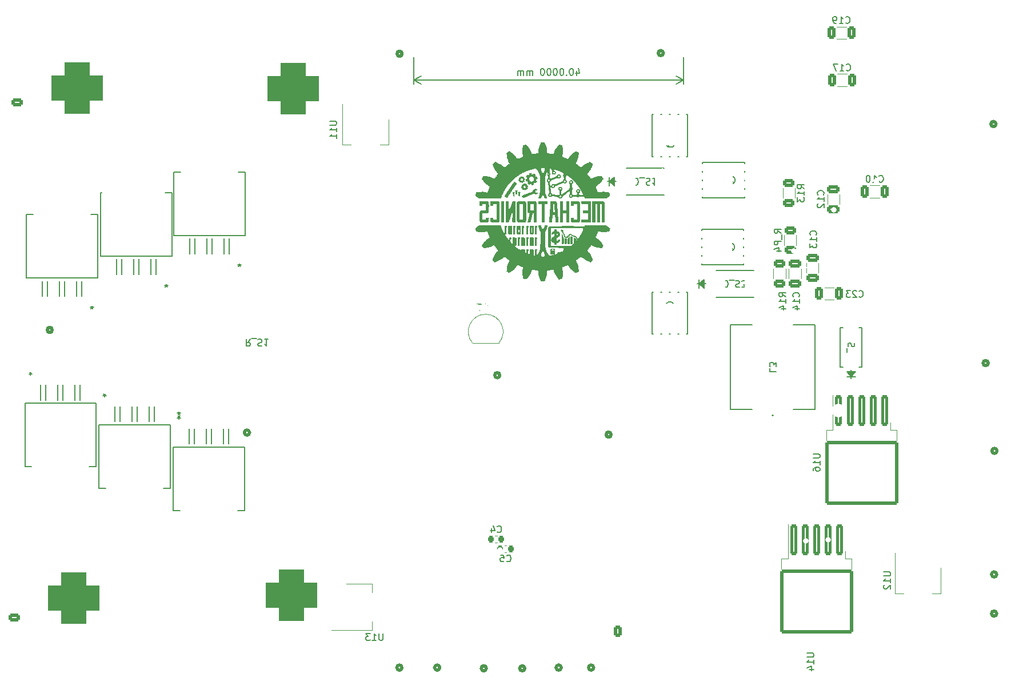
<source format=gbo>
G04 #@! TF.GenerationSoftware,KiCad,Pcbnew,7.0.2*
G04 #@! TF.CreationDate,2023-09-12T14:07:50-07:00*
G04 #@! TF.ProjectId,rps01,72707330-312e-46b6-9963-61645f706362,1*
G04 #@! TF.SameCoordinates,Original*
G04 #@! TF.FileFunction,Legend,Bot*
G04 #@! TF.FilePolarity,Positive*
%FSLAX46Y46*%
G04 Gerber Fmt 4.6, Leading zero omitted, Abs format (unit mm)*
G04 Created by KiCad (PCBNEW 7.0.2) date 2023-09-12 14:07:50*
%MOMM*%
%LPD*%
G01*
G04 APERTURE LIST*
G04 Aperture macros list*
%AMRoundRect*
0 Rectangle with rounded corners*
0 $1 Rounding radius*
0 $2 $3 $4 $5 $6 $7 $8 $9 X,Y pos of 4 corners*
0 Add a 4 corners polygon primitive as box body*
4,1,4,$2,$3,$4,$5,$6,$7,$8,$9,$2,$3,0*
0 Add four circle primitives for the rounded corners*
1,1,$1+$1,$2,$3*
1,1,$1+$1,$4,$5*
1,1,$1+$1,$6,$7*
1,1,$1+$1,$8,$9*
0 Add four rect primitives between the rounded corners*
20,1,$1+$1,$2,$3,$4,$5,0*
20,1,$1+$1,$4,$5,$6,$7,0*
20,1,$1+$1,$6,$7,$8,$9,0*
20,1,$1+$1,$8,$9,$2,$3,0*%
G04 Aperture macros list end*
%ADD10C,0.150000*%
%ADD11C,0.508000*%
%ADD12C,0.152400*%
%ADD13C,0.120000*%
%ADD14R,3.800000X3.800000*%
%ADD15C,4.000000*%
%ADD16RoundRect,1.900000X-1.900000X1.900000X-1.900000X-1.900000X1.900000X-1.900000X1.900000X1.900000X0*%
%ADD17C,7.600000*%
%ADD18R,1.700000X1.700000*%
%ADD19O,1.700000X1.700000*%
%ADD20O,2.000000X1.600000*%
%ADD21RoundRect,0.250000X0.625000X-0.350000X0.625000X0.350000X-0.625000X0.350000X-0.625000X-0.350000X0*%
%ADD22O,1.750000X1.200000*%
%ADD23R,1.050000X1.500000*%
%ADD24O,1.050000X1.500000*%
%ADD25C,1.400000*%
%ADD26R,3.500000X3.500000*%
%ADD27C,3.500000*%
%ADD28C,0.800000*%
%ADD29C,6.400000*%
%ADD30RoundRect,1.900000X1.900000X-1.900000X1.900000X1.900000X-1.900000X1.900000X-1.900000X-1.900000X0*%
%ADD31R,1.200000X1.200000*%
%ADD32C,1.200000*%
%ADD33RoundRect,0.250000X0.350000X0.625000X-0.350000X0.625000X-0.350000X-0.625000X0.350000X-0.625000X0*%
%ADD34O,1.200000X1.750000*%
%ADD35R,0.812800X3.251200*%
%ADD36R,7.874000X8.305800*%
%ADD37R,1.143000X0.431800*%
%ADD38R,0.965200X0.431800*%
%ADD39R,1.500000X2.000000*%
%ADD40R,3.800000X2.000000*%
%ADD41R,0.431800X1.143000*%
%ADD42R,0.431800X0.965200*%
%ADD43R,2.000000X1.500000*%
%ADD44R,2.000000X3.800000*%
%ADD45RoundRect,0.250000X0.325000X0.650000X-0.325000X0.650000X-0.325000X-0.650000X0.325000X-0.650000X0*%
%ADD46RoundRect,0.250000X-0.625000X0.312500X-0.625000X-0.312500X0.625000X-0.312500X0.625000X0.312500X0*%
%ADD47RoundRect,0.225000X-0.225000X-0.250000X0.225000X-0.250000X0.225000X0.250000X-0.225000X0.250000X0*%
%ADD48RoundRect,0.225000X0.225000X0.250000X-0.225000X0.250000X-0.225000X-0.250000X0.225000X-0.250000X0*%
%ADD49R,1.917700X2.997200*%
%ADD50RoundRect,0.250000X-0.300000X2.050000X-0.300000X-2.050000X0.300000X-2.050000X0.300000X2.050000X0*%
%ADD51RoundRect,0.250002X-5.149998X4.449998X-5.149998X-4.449998X5.149998X-4.449998X5.149998X4.449998X0*%
%ADD52RoundRect,0.250000X0.650000X-0.325000X0.650000X0.325000X-0.650000X0.325000X-0.650000X-0.325000X0*%
%ADD53RoundRect,0.250000X-0.650000X0.325000X-0.650000X-0.325000X0.650000X-0.325000X0.650000X0.325000X0*%
%ADD54R,1.625600X2.184400*%
%ADD55R,5.410200X2.895600*%
%ADD56R,4.000000X7.800000*%
%ADD57RoundRect,0.250000X0.625000X-0.312500X0.625000X0.312500X-0.625000X0.312500X-0.625000X-0.312500X0*%
%ADD58C,1.000000*%
%ADD59C,2.000000*%
G04 APERTURE END LIST*
D10*
X120342035Y-43622632D02*
X120342035Y-44289299D01*
X120580130Y-43241680D02*
X120818225Y-43955965D01*
X120818225Y-43955965D02*
X120199178Y-43955965D01*
X119627749Y-43289299D02*
X119532511Y-43289299D01*
X119532511Y-43289299D02*
X119437273Y-43336918D01*
X119437273Y-43336918D02*
X119389654Y-43384537D01*
X119389654Y-43384537D02*
X119342035Y-43479775D01*
X119342035Y-43479775D02*
X119294416Y-43670251D01*
X119294416Y-43670251D02*
X119294416Y-43908346D01*
X119294416Y-43908346D02*
X119342035Y-44098822D01*
X119342035Y-44098822D02*
X119389654Y-44194060D01*
X119389654Y-44194060D02*
X119437273Y-44241680D01*
X119437273Y-44241680D02*
X119532511Y-44289299D01*
X119532511Y-44289299D02*
X119627749Y-44289299D01*
X119627749Y-44289299D02*
X119722987Y-44241680D01*
X119722987Y-44241680D02*
X119770606Y-44194060D01*
X119770606Y-44194060D02*
X119818225Y-44098822D01*
X119818225Y-44098822D02*
X119865844Y-43908346D01*
X119865844Y-43908346D02*
X119865844Y-43670251D01*
X119865844Y-43670251D02*
X119818225Y-43479775D01*
X119818225Y-43479775D02*
X119770606Y-43384537D01*
X119770606Y-43384537D02*
X119722987Y-43336918D01*
X119722987Y-43336918D02*
X119627749Y-43289299D01*
X118865844Y-44194060D02*
X118818225Y-44241680D01*
X118818225Y-44241680D02*
X118865844Y-44289299D01*
X118865844Y-44289299D02*
X118913463Y-44241680D01*
X118913463Y-44241680D02*
X118865844Y-44194060D01*
X118865844Y-44194060D02*
X118865844Y-44289299D01*
X118199178Y-43289299D02*
X118103940Y-43289299D01*
X118103940Y-43289299D02*
X118008702Y-43336918D01*
X118008702Y-43336918D02*
X117961083Y-43384537D01*
X117961083Y-43384537D02*
X117913464Y-43479775D01*
X117913464Y-43479775D02*
X117865845Y-43670251D01*
X117865845Y-43670251D02*
X117865845Y-43908346D01*
X117865845Y-43908346D02*
X117913464Y-44098822D01*
X117913464Y-44098822D02*
X117961083Y-44194060D01*
X117961083Y-44194060D02*
X118008702Y-44241680D01*
X118008702Y-44241680D02*
X118103940Y-44289299D01*
X118103940Y-44289299D02*
X118199178Y-44289299D01*
X118199178Y-44289299D02*
X118294416Y-44241680D01*
X118294416Y-44241680D02*
X118342035Y-44194060D01*
X118342035Y-44194060D02*
X118389654Y-44098822D01*
X118389654Y-44098822D02*
X118437273Y-43908346D01*
X118437273Y-43908346D02*
X118437273Y-43670251D01*
X118437273Y-43670251D02*
X118389654Y-43479775D01*
X118389654Y-43479775D02*
X118342035Y-43384537D01*
X118342035Y-43384537D02*
X118294416Y-43336918D01*
X118294416Y-43336918D02*
X118199178Y-43289299D01*
X117246797Y-43289299D02*
X117151559Y-43289299D01*
X117151559Y-43289299D02*
X117056321Y-43336918D01*
X117056321Y-43336918D02*
X117008702Y-43384537D01*
X117008702Y-43384537D02*
X116961083Y-43479775D01*
X116961083Y-43479775D02*
X116913464Y-43670251D01*
X116913464Y-43670251D02*
X116913464Y-43908346D01*
X116913464Y-43908346D02*
X116961083Y-44098822D01*
X116961083Y-44098822D02*
X117008702Y-44194060D01*
X117008702Y-44194060D02*
X117056321Y-44241680D01*
X117056321Y-44241680D02*
X117151559Y-44289299D01*
X117151559Y-44289299D02*
X117246797Y-44289299D01*
X117246797Y-44289299D02*
X117342035Y-44241680D01*
X117342035Y-44241680D02*
X117389654Y-44194060D01*
X117389654Y-44194060D02*
X117437273Y-44098822D01*
X117437273Y-44098822D02*
X117484892Y-43908346D01*
X117484892Y-43908346D02*
X117484892Y-43670251D01*
X117484892Y-43670251D02*
X117437273Y-43479775D01*
X117437273Y-43479775D02*
X117389654Y-43384537D01*
X117389654Y-43384537D02*
X117342035Y-43336918D01*
X117342035Y-43336918D02*
X117246797Y-43289299D01*
X116294416Y-43289299D02*
X116199178Y-43289299D01*
X116199178Y-43289299D02*
X116103940Y-43336918D01*
X116103940Y-43336918D02*
X116056321Y-43384537D01*
X116056321Y-43384537D02*
X116008702Y-43479775D01*
X116008702Y-43479775D02*
X115961083Y-43670251D01*
X115961083Y-43670251D02*
X115961083Y-43908346D01*
X115961083Y-43908346D02*
X116008702Y-44098822D01*
X116008702Y-44098822D02*
X116056321Y-44194060D01*
X116056321Y-44194060D02*
X116103940Y-44241680D01*
X116103940Y-44241680D02*
X116199178Y-44289299D01*
X116199178Y-44289299D02*
X116294416Y-44289299D01*
X116294416Y-44289299D02*
X116389654Y-44241680D01*
X116389654Y-44241680D02*
X116437273Y-44194060D01*
X116437273Y-44194060D02*
X116484892Y-44098822D01*
X116484892Y-44098822D02*
X116532511Y-43908346D01*
X116532511Y-43908346D02*
X116532511Y-43670251D01*
X116532511Y-43670251D02*
X116484892Y-43479775D01*
X116484892Y-43479775D02*
X116437273Y-43384537D01*
X116437273Y-43384537D02*
X116389654Y-43336918D01*
X116389654Y-43336918D02*
X116294416Y-43289299D01*
X115342035Y-43289299D02*
X115246797Y-43289299D01*
X115246797Y-43289299D02*
X115151559Y-43336918D01*
X115151559Y-43336918D02*
X115103940Y-43384537D01*
X115103940Y-43384537D02*
X115056321Y-43479775D01*
X115056321Y-43479775D02*
X115008702Y-43670251D01*
X115008702Y-43670251D02*
X115008702Y-43908346D01*
X115008702Y-43908346D02*
X115056321Y-44098822D01*
X115056321Y-44098822D02*
X115103940Y-44194060D01*
X115103940Y-44194060D02*
X115151559Y-44241680D01*
X115151559Y-44241680D02*
X115246797Y-44289299D01*
X115246797Y-44289299D02*
X115342035Y-44289299D01*
X115342035Y-44289299D02*
X115437273Y-44241680D01*
X115437273Y-44241680D02*
X115484892Y-44194060D01*
X115484892Y-44194060D02*
X115532511Y-44098822D01*
X115532511Y-44098822D02*
X115580130Y-43908346D01*
X115580130Y-43908346D02*
X115580130Y-43670251D01*
X115580130Y-43670251D02*
X115532511Y-43479775D01*
X115532511Y-43479775D02*
X115484892Y-43384537D01*
X115484892Y-43384537D02*
X115437273Y-43336918D01*
X115437273Y-43336918D02*
X115342035Y-43289299D01*
X113818225Y-44289299D02*
X113818225Y-43622632D01*
X113818225Y-43717870D02*
X113770606Y-43670251D01*
X113770606Y-43670251D02*
X113675368Y-43622632D01*
X113675368Y-43622632D02*
X113532511Y-43622632D01*
X113532511Y-43622632D02*
X113437273Y-43670251D01*
X113437273Y-43670251D02*
X113389654Y-43765489D01*
X113389654Y-43765489D02*
X113389654Y-44289299D01*
X113389654Y-43765489D02*
X113342035Y-43670251D01*
X113342035Y-43670251D02*
X113246797Y-43622632D01*
X113246797Y-43622632D02*
X113103940Y-43622632D01*
X113103940Y-43622632D02*
X113008701Y-43670251D01*
X113008701Y-43670251D02*
X112961082Y-43765489D01*
X112961082Y-43765489D02*
X112961082Y-44289299D01*
X112484892Y-44289299D02*
X112484892Y-43622632D01*
X112484892Y-43717870D02*
X112437273Y-43670251D01*
X112437273Y-43670251D02*
X112342035Y-43622632D01*
X112342035Y-43622632D02*
X112199178Y-43622632D01*
X112199178Y-43622632D02*
X112103940Y-43670251D01*
X112103940Y-43670251D02*
X112056321Y-43765489D01*
X112056321Y-43765489D02*
X112056321Y-44289299D01*
X112056321Y-43765489D02*
X112008702Y-43670251D01*
X112008702Y-43670251D02*
X111913464Y-43622632D01*
X111913464Y-43622632D02*
X111770607Y-43622632D01*
X111770607Y-43622632D02*
X111675368Y-43670251D01*
X111675368Y-43670251D02*
X111627749Y-43765489D01*
X111627749Y-43765489D02*
X111627749Y-44289299D01*
X96199179Y-41576680D02*
X96199179Y-45563100D01*
X136199179Y-41576680D02*
X136199179Y-45563100D01*
X96199179Y-44976680D02*
X136199179Y-44976680D01*
X96199179Y-44976680D02*
X136199179Y-44976680D01*
X96199179Y-44976680D02*
X97325683Y-44390259D01*
X96199179Y-44976680D02*
X97325683Y-45563101D01*
X136199179Y-44976680D02*
X135072675Y-45563101D01*
X136199179Y-44976680D02*
X135072675Y-44390259D01*
X43137274Y-98089060D02*
X43137274Y-97279537D01*
X43137274Y-97279537D02*
X43184893Y-97184299D01*
X43184893Y-97184299D02*
X43232512Y-97136680D01*
X43232512Y-97136680D02*
X43327750Y-97089060D01*
X43327750Y-97089060D02*
X43518226Y-97089060D01*
X43518226Y-97089060D02*
X43613464Y-97136680D01*
X43613464Y-97136680D02*
X43661083Y-97184299D01*
X43661083Y-97184299D02*
X43708702Y-97279537D01*
X43708702Y-97279537D02*
X43708702Y-98089060D01*
X44613464Y-98089060D02*
X44422988Y-98089060D01*
X44422988Y-98089060D02*
X44327750Y-98041441D01*
X44327750Y-98041441D02*
X44280131Y-97993822D01*
X44280131Y-97993822D02*
X44184893Y-97850965D01*
X44184893Y-97850965D02*
X44137274Y-97660489D01*
X44137274Y-97660489D02*
X44137274Y-97279537D01*
X44137274Y-97279537D02*
X44184893Y-97184299D01*
X44184893Y-97184299D02*
X44232512Y-97136680D01*
X44232512Y-97136680D02*
X44327750Y-97089060D01*
X44327750Y-97089060D02*
X44518226Y-97089060D01*
X44518226Y-97089060D02*
X44613464Y-97136680D01*
X44613464Y-97136680D02*
X44661083Y-97184299D01*
X44661083Y-97184299D02*
X44708702Y-97279537D01*
X44708702Y-97279537D02*
X44708702Y-97517632D01*
X44708702Y-97517632D02*
X44661083Y-97612870D01*
X44661083Y-97612870D02*
X44613464Y-97660489D01*
X44613464Y-97660489D02*
X44518226Y-97708108D01*
X44518226Y-97708108D02*
X44327750Y-97708108D01*
X44327750Y-97708108D02*
X44232512Y-97660489D01*
X44232512Y-97660489D02*
X44184893Y-97612870D01*
X44184893Y-97612870D02*
X44137274Y-97517632D01*
X39454179Y-88691060D02*
X39454179Y-88452965D01*
X39216084Y-88548203D02*
X39454179Y-88452965D01*
X39454179Y-88452965D02*
X39692274Y-88548203D01*
X39311322Y-88262489D02*
X39454179Y-88452965D01*
X39454179Y-88452965D02*
X39597036Y-88262489D01*
X39454179Y-88691060D02*
X39454179Y-88452965D01*
X39216084Y-88548203D02*
X39454179Y-88452965D01*
X39454179Y-88452965D02*
X39692274Y-88548203D01*
X39311322Y-88262489D02*
X39454179Y-88452965D01*
X39454179Y-88452965D02*
X39597036Y-88262489D01*
X142971790Y-70302855D02*
X143067028Y-70255236D01*
X143067028Y-70255236D02*
X143162266Y-70159998D01*
X143162266Y-70159998D02*
X143305123Y-70017140D01*
X143305123Y-70017140D02*
X143400361Y-69969521D01*
X143400361Y-69969521D02*
X143495599Y-69969521D01*
X143447980Y-70207617D02*
X143543218Y-70159998D01*
X143543218Y-70159998D02*
X143638456Y-70064759D01*
X143638456Y-70064759D02*
X143686075Y-69874283D01*
X143686075Y-69874283D02*
X143686075Y-69540950D01*
X143686075Y-69540950D02*
X143638456Y-69350474D01*
X143638456Y-69350474D02*
X143543218Y-69255236D01*
X143543218Y-69255236D02*
X143447980Y-69207617D01*
X143447980Y-69207617D02*
X143257504Y-69207617D01*
X143257504Y-69207617D02*
X143162266Y-69255236D01*
X143162266Y-69255236D02*
X143067028Y-69350474D01*
X143067028Y-69350474D02*
X143019409Y-69540950D01*
X143019409Y-69540950D02*
X143019409Y-69874283D01*
X143019409Y-69874283D02*
X143067028Y-70064759D01*
X143067028Y-70064759D02*
X143162266Y-70159998D01*
X143162266Y-70159998D02*
X143257504Y-70207617D01*
X143257504Y-70207617D02*
X143447980Y-70207617D01*
X142828933Y-70302855D02*
X142067028Y-70302855D01*
X141495599Y-69683807D02*
X141352742Y-69731426D01*
X141352742Y-69731426D02*
X141305123Y-69779045D01*
X141305123Y-69779045D02*
X141257504Y-69874283D01*
X141257504Y-69874283D02*
X141257504Y-70017140D01*
X141257504Y-70017140D02*
X141305123Y-70112378D01*
X141305123Y-70112378D02*
X141352742Y-70159998D01*
X141352742Y-70159998D02*
X141447980Y-70207617D01*
X141447980Y-70207617D02*
X141828932Y-70207617D01*
X141828932Y-70207617D02*
X141828932Y-69207617D01*
X141828932Y-69207617D02*
X141495599Y-69207617D01*
X141495599Y-69207617D02*
X141400361Y-69255236D01*
X141400361Y-69255236D02*
X141352742Y-69302855D01*
X141352742Y-69302855D02*
X141305123Y-69398093D01*
X141305123Y-69398093D02*
X141305123Y-69493331D01*
X141305123Y-69493331D02*
X141352742Y-69588569D01*
X141352742Y-69588569D02*
X141400361Y-69636188D01*
X141400361Y-69636188D02*
X141495599Y-69683807D01*
X141495599Y-69683807D02*
X141828932Y-69683807D01*
X140305123Y-70207617D02*
X140876551Y-70207617D01*
X140590837Y-70207617D02*
X140590837Y-69207617D01*
X140590837Y-69207617D02*
X140686075Y-69350474D01*
X140686075Y-69350474D02*
X140781313Y-69445712D01*
X140781313Y-69445712D02*
X140876551Y-69493331D01*
X55886083Y-65813499D02*
X55886083Y-66623022D01*
X55886083Y-66623022D02*
X55838464Y-66718260D01*
X55838464Y-66718260D02*
X55790845Y-66765880D01*
X55790845Y-66765880D02*
X55695607Y-66813499D01*
X55695607Y-66813499D02*
X55505131Y-66813499D01*
X55505131Y-66813499D02*
X55409893Y-66765880D01*
X55409893Y-66765880D02*
X55362274Y-66718260D01*
X55362274Y-66718260D02*
X55314655Y-66623022D01*
X55314655Y-66623022D02*
X55314655Y-65813499D01*
X54886083Y-65908737D02*
X54838464Y-65861118D01*
X54838464Y-65861118D02*
X54743226Y-65813499D01*
X54743226Y-65813499D02*
X54505131Y-65813499D01*
X54505131Y-65813499D02*
X54409893Y-65861118D01*
X54409893Y-65861118D02*
X54362274Y-65908737D01*
X54362274Y-65908737D02*
X54314655Y-66003975D01*
X54314655Y-66003975D02*
X54314655Y-66099213D01*
X54314655Y-66099213D02*
X54362274Y-66242070D01*
X54362274Y-66242070D02*
X54933702Y-66813499D01*
X54933702Y-66813499D02*
X54314655Y-66813499D01*
X59569178Y-75211499D02*
X59569178Y-75449594D01*
X59807273Y-75354356D02*
X59569178Y-75449594D01*
X59569178Y-75449594D02*
X59331083Y-75354356D01*
X59712035Y-75640070D02*
X59569178Y-75449594D01*
X59569178Y-75449594D02*
X59426321Y-75640070D01*
X59569178Y-75211499D02*
X59569178Y-75449594D01*
X59807273Y-75354356D02*
X59569178Y-75449594D01*
X59569178Y-75449594D02*
X59331083Y-75354356D01*
X59712035Y-75640070D02*
X59569178Y-75449594D01*
X59569178Y-75449594D02*
X59426321Y-75640070D01*
X83790619Y-51085905D02*
X84600142Y-51085905D01*
X84600142Y-51085905D02*
X84695380Y-51133524D01*
X84695380Y-51133524D02*
X84743000Y-51181143D01*
X84743000Y-51181143D02*
X84790619Y-51276381D01*
X84790619Y-51276381D02*
X84790619Y-51466857D01*
X84790619Y-51466857D02*
X84743000Y-51562095D01*
X84743000Y-51562095D02*
X84695380Y-51609714D01*
X84695380Y-51609714D02*
X84600142Y-51657333D01*
X84600142Y-51657333D02*
X83790619Y-51657333D01*
X84790619Y-52657333D02*
X84790619Y-52085905D01*
X84790619Y-52371619D02*
X83790619Y-52371619D01*
X83790619Y-52371619D02*
X83933476Y-52276381D01*
X83933476Y-52276381D02*
X84028714Y-52181143D01*
X84028714Y-52181143D02*
X84076333Y-52085905D01*
X84790619Y-53609714D02*
X84790619Y-53038286D01*
X84790619Y-53324000D02*
X83790619Y-53324000D01*
X83790619Y-53324000D02*
X83933476Y-53228762D01*
X83933476Y-53228762D02*
X84028714Y-53133524D01*
X84028714Y-53133524D02*
X84076333Y-53038286D01*
X134752857Y-78599637D02*
X134705238Y-78504399D01*
X134705238Y-78504399D02*
X134610000Y-78409161D01*
X134610000Y-78409161D02*
X134467142Y-78266304D01*
X134467142Y-78266304D02*
X134419523Y-78171066D01*
X134419523Y-78171066D02*
X134419523Y-78075828D01*
X134657619Y-78123447D02*
X134610000Y-78028209D01*
X134610000Y-78028209D02*
X134514761Y-77932971D01*
X134514761Y-77932971D02*
X134324285Y-77885352D01*
X134324285Y-77885352D02*
X133990952Y-77885352D01*
X133990952Y-77885352D02*
X133800476Y-77932971D01*
X133800476Y-77932971D02*
X133705238Y-78028209D01*
X133705238Y-78028209D02*
X133657619Y-78123447D01*
X133657619Y-78123447D02*
X133657619Y-78313923D01*
X133657619Y-78313923D02*
X133705238Y-78409161D01*
X133705238Y-78409161D02*
X133800476Y-78504399D01*
X133800476Y-78504399D02*
X133990952Y-78552018D01*
X133990952Y-78552018D02*
X134324285Y-78552018D01*
X134324285Y-78552018D02*
X134514761Y-78504399D01*
X134514761Y-78504399D02*
X134610000Y-78409161D01*
X134610000Y-78409161D02*
X134657619Y-78313923D01*
X134657619Y-78313923D02*
X134657619Y-78123447D01*
X134752857Y-78742495D02*
X134752857Y-79504399D01*
X134371904Y-79694876D02*
X134371904Y-80171066D01*
X134657619Y-79599638D02*
X133657619Y-79932971D01*
X133657619Y-79932971D02*
X134657619Y-80266304D01*
X134657619Y-81123447D02*
X134657619Y-80552019D01*
X134657619Y-80837733D02*
X133657619Y-80837733D01*
X133657619Y-80837733D02*
X133800476Y-80742495D01*
X133800476Y-80742495D02*
X133895714Y-80647257D01*
X133895714Y-80647257D02*
X133943333Y-80552019D01*
X91662094Y-126964299D02*
X91662094Y-127773822D01*
X91662094Y-127773822D02*
X91614475Y-127869060D01*
X91614475Y-127869060D02*
X91566856Y-127916680D01*
X91566856Y-127916680D02*
X91471618Y-127964299D01*
X91471618Y-127964299D02*
X91281142Y-127964299D01*
X91281142Y-127964299D02*
X91185904Y-127916680D01*
X91185904Y-127916680D02*
X91138285Y-127869060D01*
X91138285Y-127869060D02*
X91090666Y-127773822D01*
X91090666Y-127773822D02*
X91090666Y-126964299D01*
X90090666Y-127964299D02*
X90662094Y-127964299D01*
X90376380Y-127964299D02*
X90376380Y-126964299D01*
X90376380Y-126964299D02*
X90471618Y-127107156D01*
X90471618Y-127107156D02*
X90566856Y-127202394D01*
X90566856Y-127202394D02*
X90662094Y-127250013D01*
X89757332Y-126964299D02*
X89138285Y-126964299D01*
X89138285Y-126964299D02*
X89471618Y-127345251D01*
X89471618Y-127345251D02*
X89328761Y-127345251D01*
X89328761Y-127345251D02*
X89233523Y-127392870D01*
X89233523Y-127392870D02*
X89185904Y-127440489D01*
X89185904Y-127440489D02*
X89138285Y-127535727D01*
X89138285Y-127535727D02*
X89138285Y-127773822D01*
X89138285Y-127773822D02*
X89185904Y-127869060D01*
X89185904Y-127869060D02*
X89233523Y-127916680D01*
X89233523Y-127916680D02*
X89328761Y-127964299D01*
X89328761Y-127964299D02*
X89614475Y-127964299D01*
X89614475Y-127964299D02*
X89709713Y-127916680D01*
X89709713Y-127916680D02*
X89757332Y-127869060D01*
X66736083Y-62763499D02*
X66736083Y-63573022D01*
X66736083Y-63573022D02*
X66688464Y-63668260D01*
X66688464Y-63668260D02*
X66640845Y-63715880D01*
X66640845Y-63715880D02*
X66545607Y-63763499D01*
X66545607Y-63763499D02*
X66355131Y-63763499D01*
X66355131Y-63763499D02*
X66259893Y-63715880D01*
X66259893Y-63715880D02*
X66212274Y-63668260D01*
X66212274Y-63668260D02*
X66164655Y-63573022D01*
X66164655Y-63573022D02*
X66164655Y-62763499D01*
X65164655Y-63763499D02*
X65736083Y-63763499D01*
X65450369Y-63763499D02*
X65450369Y-62763499D01*
X65450369Y-62763499D02*
X65545607Y-62906356D01*
X65545607Y-62906356D02*
X65640845Y-63001594D01*
X65640845Y-63001594D02*
X65736083Y-63049213D01*
X70419178Y-72161499D02*
X70419178Y-72399594D01*
X70657273Y-72304356D02*
X70419178Y-72399594D01*
X70419178Y-72399594D02*
X70181083Y-72304356D01*
X70562035Y-72590070D02*
X70419178Y-72399594D01*
X70419178Y-72399594D02*
X70276321Y-72590070D01*
X70419178Y-72161499D02*
X70419178Y-72399594D01*
X70657273Y-72304356D02*
X70419178Y-72399594D01*
X70419178Y-72399594D02*
X70181083Y-72304356D01*
X70562035Y-72590070D02*
X70419178Y-72399594D01*
X70419178Y-72399594D02*
X70276321Y-72590070D01*
X165167857Y-60017380D02*
X165215476Y-60065000D01*
X165215476Y-60065000D02*
X165358333Y-60112619D01*
X165358333Y-60112619D02*
X165453571Y-60112619D01*
X165453571Y-60112619D02*
X165596428Y-60065000D01*
X165596428Y-60065000D02*
X165691666Y-59969761D01*
X165691666Y-59969761D02*
X165739285Y-59874523D01*
X165739285Y-59874523D02*
X165786904Y-59684047D01*
X165786904Y-59684047D02*
X165786904Y-59541190D01*
X165786904Y-59541190D02*
X165739285Y-59350714D01*
X165739285Y-59350714D02*
X165691666Y-59255476D01*
X165691666Y-59255476D02*
X165596428Y-59160238D01*
X165596428Y-59160238D02*
X165453571Y-59112619D01*
X165453571Y-59112619D02*
X165358333Y-59112619D01*
X165358333Y-59112619D02*
X165215476Y-59160238D01*
X165215476Y-59160238D02*
X165167857Y-59207857D01*
X164215476Y-60112619D02*
X164786904Y-60112619D01*
X164501190Y-60112619D02*
X164501190Y-59112619D01*
X164501190Y-59112619D02*
X164596428Y-59255476D01*
X164596428Y-59255476D02*
X164691666Y-59350714D01*
X164691666Y-59350714D02*
X164786904Y-59398333D01*
X163596428Y-59112619D02*
X163501190Y-59112619D01*
X163501190Y-59112619D02*
X163405952Y-59160238D01*
X163405952Y-59160238D02*
X163358333Y-59207857D01*
X163358333Y-59207857D02*
X163310714Y-59303095D01*
X163310714Y-59303095D02*
X163263095Y-59493571D01*
X163263095Y-59493571D02*
X163263095Y-59731666D01*
X163263095Y-59731666D02*
X163310714Y-59922142D01*
X163310714Y-59922142D02*
X163358333Y-60017380D01*
X163358333Y-60017380D02*
X163405952Y-60065000D01*
X163405952Y-60065000D02*
X163501190Y-60112619D01*
X163501190Y-60112619D02*
X163596428Y-60112619D01*
X163596428Y-60112619D02*
X163691666Y-60065000D01*
X163691666Y-60065000D02*
X163739285Y-60017380D01*
X163739285Y-60017380D02*
X163786904Y-59922142D01*
X163786904Y-59922142D02*
X163834523Y-59731666D01*
X163834523Y-59731666D02*
X163834523Y-59493571D01*
X163834523Y-59493571D02*
X163786904Y-59303095D01*
X163786904Y-59303095D02*
X163739285Y-59207857D01*
X163739285Y-59207857D02*
X163691666Y-59160238D01*
X163691666Y-59160238D02*
X163596428Y-59112619D01*
X44861083Y-69064299D02*
X44861083Y-69873822D01*
X44861083Y-69873822D02*
X44813464Y-69969060D01*
X44813464Y-69969060D02*
X44765845Y-70016680D01*
X44765845Y-70016680D02*
X44670607Y-70064299D01*
X44670607Y-70064299D02*
X44480131Y-70064299D01*
X44480131Y-70064299D02*
X44384893Y-70016680D01*
X44384893Y-70016680D02*
X44337274Y-69969060D01*
X44337274Y-69969060D02*
X44289655Y-69873822D01*
X44289655Y-69873822D02*
X44289655Y-69064299D01*
X43908702Y-69064299D02*
X43289655Y-69064299D01*
X43289655Y-69064299D02*
X43622988Y-69445251D01*
X43622988Y-69445251D02*
X43480131Y-69445251D01*
X43480131Y-69445251D02*
X43384893Y-69492870D01*
X43384893Y-69492870D02*
X43337274Y-69540489D01*
X43337274Y-69540489D02*
X43289655Y-69635727D01*
X43289655Y-69635727D02*
X43289655Y-69873822D01*
X43289655Y-69873822D02*
X43337274Y-69969060D01*
X43337274Y-69969060D02*
X43384893Y-70016680D01*
X43384893Y-70016680D02*
X43480131Y-70064299D01*
X43480131Y-70064299D02*
X43765845Y-70064299D01*
X43765845Y-70064299D02*
X43861083Y-70016680D01*
X43861083Y-70016680D02*
X43908702Y-69969060D01*
X48544178Y-78462299D02*
X48544178Y-78700394D01*
X48782273Y-78605156D02*
X48544178Y-78700394D01*
X48544178Y-78700394D02*
X48306083Y-78605156D01*
X48687035Y-78890870D02*
X48544178Y-78700394D01*
X48544178Y-78700394D02*
X48401321Y-78890870D01*
X48544178Y-78462299D02*
X48544178Y-78700394D01*
X48782273Y-78605156D02*
X48544178Y-78700394D01*
X48544178Y-78700394D02*
X48306083Y-78605156D01*
X48687035Y-78890870D02*
X48544178Y-78700394D01*
X48544178Y-78700394D02*
X48401321Y-78890870D01*
X160217857Y-36517380D02*
X160265476Y-36565000D01*
X160265476Y-36565000D02*
X160408333Y-36612619D01*
X160408333Y-36612619D02*
X160503571Y-36612619D01*
X160503571Y-36612619D02*
X160646428Y-36565000D01*
X160646428Y-36565000D02*
X160741666Y-36469761D01*
X160741666Y-36469761D02*
X160789285Y-36374523D01*
X160789285Y-36374523D02*
X160836904Y-36184047D01*
X160836904Y-36184047D02*
X160836904Y-36041190D01*
X160836904Y-36041190D02*
X160789285Y-35850714D01*
X160789285Y-35850714D02*
X160741666Y-35755476D01*
X160741666Y-35755476D02*
X160646428Y-35660238D01*
X160646428Y-35660238D02*
X160503571Y-35612619D01*
X160503571Y-35612619D02*
X160408333Y-35612619D01*
X160408333Y-35612619D02*
X160265476Y-35660238D01*
X160265476Y-35660238D02*
X160217857Y-35707857D01*
X159265476Y-36612619D02*
X159836904Y-36612619D01*
X159551190Y-36612619D02*
X159551190Y-35612619D01*
X159551190Y-35612619D02*
X159646428Y-35755476D01*
X159646428Y-35755476D02*
X159741666Y-35850714D01*
X159741666Y-35850714D02*
X159836904Y-35898333D01*
X158789285Y-36612619D02*
X158598809Y-36612619D01*
X158598809Y-36612619D02*
X158503571Y-36565000D01*
X158503571Y-36565000D02*
X158455952Y-36517380D01*
X158455952Y-36517380D02*
X158360714Y-36374523D01*
X158360714Y-36374523D02*
X158313095Y-36184047D01*
X158313095Y-36184047D02*
X158313095Y-35803095D01*
X158313095Y-35803095D02*
X158360714Y-35707857D01*
X158360714Y-35707857D02*
X158408333Y-35660238D01*
X158408333Y-35660238D02*
X158503571Y-35612619D01*
X158503571Y-35612619D02*
X158694047Y-35612619D01*
X158694047Y-35612619D02*
X158789285Y-35660238D01*
X158789285Y-35660238D02*
X158836904Y-35707857D01*
X158836904Y-35707857D02*
X158884523Y-35803095D01*
X158884523Y-35803095D02*
X158884523Y-36041190D01*
X158884523Y-36041190D02*
X158836904Y-36136428D01*
X158836904Y-36136428D02*
X158789285Y-36184047D01*
X158789285Y-36184047D02*
X158694047Y-36231666D01*
X158694047Y-36231666D02*
X158503571Y-36231666D01*
X158503571Y-36231666D02*
X158408333Y-36184047D01*
X158408333Y-36184047D02*
X158360714Y-36136428D01*
X158360714Y-36136428D02*
X158313095Y-36041190D01*
X151338619Y-77081142D02*
X150862428Y-76747809D01*
X151338619Y-76509714D02*
X150338619Y-76509714D01*
X150338619Y-76509714D02*
X150338619Y-76890666D01*
X150338619Y-76890666D02*
X150386238Y-76985904D01*
X150386238Y-76985904D02*
X150433857Y-77033523D01*
X150433857Y-77033523D02*
X150529095Y-77081142D01*
X150529095Y-77081142D02*
X150671952Y-77081142D01*
X150671952Y-77081142D02*
X150767190Y-77033523D01*
X150767190Y-77033523D02*
X150814809Y-76985904D01*
X150814809Y-76985904D02*
X150862428Y-76890666D01*
X150862428Y-76890666D02*
X150862428Y-76509714D01*
X151338619Y-78033523D02*
X151338619Y-77462095D01*
X151338619Y-77747809D02*
X150338619Y-77747809D01*
X150338619Y-77747809D02*
X150481476Y-77652571D01*
X150481476Y-77652571D02*
X150576714Y-77557333D01*
X150576714Y-77557333D02*
X150624333Y-77462095D01*
X150671952Y-78890666D02*
X151338619Y-78890666D01*
X150291000Y-78652571D02*
X151005285Y-78414476D01*
X151005285Y-78414476D02*
X151005285Y-79033523D01*
X109990845Y-116224060D02*
X110038464Y-116271680D01*
X110038464Y-116271680D02*
X110181321Y-116319299D01*
X110181321Y-116319299D02*
X110276559Y-116319299D01*
X110276559Y-116319299D02*
X110419416Y-116271680D01*
X110419416Y-116271680D02*
X110514654Y-116176441D01*
X110514654Y-116176441D02*
X110562273Y-116081203D01*
X110562273Y-116081203D02*
X110609892Y-115890727D01*
X110609892Y-115890727D02*
X110609892Y-115747870D01*
X110609892Y-115747870D02*
X110562273Y-115557394D01*
X110562273Y-115557394D02*
X110514654Y-115462156D01*
X110514654Y-115462156D02*
X110419416Y-115366918D01*
X110419416Y-115366918D02*
X110276559Y-115319299D01*
X110276559Y-115319299D02*
X110181321Y-115319299D01*
X110181321Y-115319299D02*
X110038464Y-115366918D01*
X110038464Y-115366918D02*
X109990845Y-115414537D01*
X109086083Y-115319299D02*
X109562273Y-115319299D01*
X109562273Y-115319299D02*
X109609892Y-115795489D01*
X109609892Y-115795489D02*
X109562273Y-115747870D01*
X109562273Y-115747870D02*
X109467035Y-115700251D01*
X109467035Y-115700251D02*
X109228940Y-115700251D01*
X109228940Y-115700251D02*
X109133702Y-115747870D01*
X109133702Y-115747870D02*
X109086083Y-115795489D01*
X109086083Y-115795489D02*
X109038464Y-115890727D01*
X109038464Y-115890727D02*
X109038464Y-116128822D01*
X109038464Y-116128822D02*
X109086083Y-116224060D01*
X109086083Y-116224060D02*
X109133702Y-116271680D01*
X109133702Y-116271680D02*
X109228940Y-116319299D01*
X109228940Y-116319299D02*
X109467035Y-116319299D01*
X109467035Y-116319299D02*
X109562273Y-116271680D01*
X109562273Y-116271680D02*
X109609892Y-116224060D01*
X108590845Y-111914060D02*
X108638464Y-111961680D01*
X108638464Y-111961680D02*
X108781321Y-112009299D01*
X108781321Y-112009299D02*
X108876559Y-112009299D01*
X108876559Y-112009299D02*
X109019416Y-111961680D01*
X109019416Y-111961680D02*
X109114654Y-111866441D01*
X109114654Y-111866441D02*
X109162273Y-111771203D01*
X109162273Y-111771203D02*
X109209892Y-111580727D01*
X109209892Y-111580727D02*
X109209892Y-111437870D01*
X109209892Y-111437870D02*
X109162273Y-111247394D01*
X109162273Y-111247394D02*
X109114654Y-111152156D01*
X109114654Y-111152156D02*
X109019416Y-111056918D01*
X109019416Y-111056918D02*
X108876559Y-111009299D01*
X108876559Y-111009299D02*
X108781321Y-111009299D01*
X108781321Y-111009299D02*
X108638464Y-111056918D01*
X108638464Y-111056918D02*
X108590845Y-111104537D01*
X107733702Y-111342632D02*
X107733702Y-112009299D01*
X107971797Y-110961680D02*
X108209892Y-111675965D01*
X108209892Y-111675965D02*
X107590845Y-111675965D01*
X150642619Y-67652380D02*
X150166428Y-67319047D01*
X150642619Y-67080952D02*
X149642619Y-67080952D01*
X149642619Y-67080952D02*
X149642619Y-67461904D01*
X149642619Y-67461904D02*
X149690238Y-67557142D01*
X149690238Y-67557142D02*
X149737857Y-67604761D01*
X149737857Y-67604761D02*
X149833095Y-67652380D01*
X149833095Y-67652380D02*
X149975952Y-67652380D01*
X149975952Y-67652380D02*
X150071190Y-67604761D01*
X150071190Y-67604761D02*
X150118809Y-67557142D01*
X150118809Y-67557142D02*
X150166428Y-67461904D01*
X150166428Y-67461904D02*
X150166428Y-67080952D01*
X150737857Y-67842857D02*
X150737857Y-68604761D01*
X150642619Y-68842857D02*
X149642619Y-68842857D01*
X149642619Y-68842857D02*
X149642619Y-69223809D01*
X149642619Y-69223809D02*
X149690238Y-69319047D01*
X149690238Y-69319047D02*
X149737857Y-69366666D01*
X149737857Y-69366666D02*
X149833095Y-69414285D01*
X149833095Y-69414285D02*
X149975952Y-69414285D01*
X149975952Y-69414285D02*
X150071190Y-69366666D01*
X150071190Y-69366666D02*
X150118809Y-69319047D01*
X150118809Y-69319047D02*
X150166428Y-69223809D01*
X150166428Y-69223809D02*
X150166428Y-68842857D01*
X149975952Y-70271428D02*
X150642619Y-70271428D01*
X149595000Y-70033333D02*
X150309285Y-69795238D01*
X150309285Y-69795238D02*
X150309285Y-70414285D01*
X142204762Y-74687378D02*
X142204762Y-75687378D01*
X142204762Y-75687378D02*
X142442857Y-75687378D01*
X142442857Y-75687378D02*
X142585714Y-75639759D01*
X142585714Y-75639759D02*
X142680952Y-75544521D01*
X142680952Y-75544521D02*
X142728571Y-75449283D01*
X142728571Y-75449283D02*
X142776190Y-75258807D01*
X142776190Y-75258807D02*
X142776190Y-75115950D01*
X142776190Y-75115950D02*
X142728571Y-74925474D01*
X142728571Y-74925474D02*
X142680952Y-74830236D01*
X142680952Y-74830236D02*
X142585714Y-74734998D01*
X142585714Y-74734998D02*
X142442857Y-74687378D01*
X142442857Y-74687378D02*
X142204762Y-74687378D01*
X142966667Y-74592140D02*
X143728571Y-74592140D01*
X143919048Y-74734998D02*
X144061905Y-74687378D01*
X144061905Y-74687378D02*
X144300000Y-74687378D01*
X144300000Y-74687378D02*
X144395238Y-74734998D01*
X144395238Y-74734998D02*
X144442857Y-74782617D01*
X144442857Y-74782617D02*
X144490476Y-74877855D01*
X144490476Y-74877855D02*
X144490476Y-74973093D01*
X144490476Y-74973093D02*
X144442857Y-75068331D01*
X144442857Y-75068331D02*
X144395238Y-75115950D01*
X144395238Y-75115950D02*
X144300000Y-75163569D01*
X144300000Y-75163569D02*
X144109524Y-75211188D01*
X144109524Y-75211188D02*
X144014286Y-75258807D01*
X144014286Y-75258807D02*
X143966667Y-75306426D01*
X143966667Y-75306426D02*
X143919048Y-75401664D01*
X143919048Y-75401664D02*
X143919048Y-75496902D01*
X143919048Y-75496902D02*
X143966667Y-75592140D01*
X143966667Y-75592140D02*
X144014286Y-75639759D01*
X144014286Y-75639759D02*
X144109524Y-75687378D01*
X144109524Y-75687378D02*
X144347619Y-75687378D01*
X144347619Y-75687378D02*
X144490476Y-75639759D01*
X144823810Y-75687378D02*
X145442857Y-75687378D01*
X145442857Y-75687378D02*
X145109524Y-75306426D01*
X145109524Y-75306426D02*
X145252381Y-75306426D01*
X145252381Y-75306426D02*
X145347619Y-75258807D01*
X145347619Y-75258807D02*
X145395238Y-75211188D01*
X145395238Y-75211188D02*
X145442857Y-75115950D01*
X145442857Y-75115950D02*
X145442857Y-74877855D01*
X145442857Y-74877855D02*
X145395238Y-74782617D01*
X145395238Y-74782617D02*
X145347619Y-74734998D01*
X145347619Y-74734998D02*
X145252381Y-74687378D01*
X145252381Y-74687378D02*
X144966667Y-74687378D01*
X144966667Y-74687378D02*
X144871429Y-74734998D01*
X144871429Y-74734998D02*
X144823810Y-74782617D01*
X155387619Y-100386905D02*
X156197142Y-100386905D01*
X156197142Y-100386905D02*
X156292380Y-100434524D01*
X156292380Y-100434524D02*
X156340000Y-100482143D01*
X156340000Y-100482143D02*
X156387619Y-100577381D01*
X156387619Y-100577381D02*
X156387619Y-100767857D01*
X156387619Y-100767857D02*
X156340000Y-100863095D01*
X156340000Y-100863095D02*
X156292380Y-100910714D01*
X156292380Y-100910714D02*
X156197142Y-100958333D01*
X156197142Y-100958333D02*
X155387619Y-100958333D01*
X156387619Y-101958333D02*
X156387619Y-101386905D01*
X156387619Y-101672619D02*
X155387619Y-101672619D01*
X155387619Y-101672619D02*
X155530476Y-101577381D01*
X155530476Y-101577381D02*
X155625714Y-101482143D01*
X155625714Y-101482143D02*
X155673333Y-101386905D01*
X155387619Y-102815476D02*
X155387619Y-102625000D01*
X155387619Y-102625000D02*
X155435238Y-102529762D01*
X155435238Y-102529762D02*
X155482857Y-102482143D01*
X155482857Y-102482143D02*
X155625714Y-102386905D01*
X155625714Y-102386905D02*
X155816190Y-102339286D01*
X155816190Y-102339286D02*
X156197142Y-102339286D01*
X156197142Y-102339286D02*
X156292380Y-102386905D01*
X156292380Y-102386905D02*
X156340000Y-102434524D01*
X156340000Y-102434524D02*
X156387619Y-102529762D01*
X156387619Y-102529762D02*
X156387619Y-102720238D01*
X156387619Y-102720238D02*
X156340000Y-102815476D01*
X156340000Y-102815476D02*
X156292380Y-102863095D01*
X156292380Y-102863095D02*
X156197142Y-102910714D01*
X156197142Y-102910714D02*
X155959047Y-102910714D01*
X155959047Y-102910714D02*
X155863809Y-102863095D01*
X155863809Y-102863095D02*
X155816190Y-102815476D01*
X155816190Y-102815476D02*
X155768571Y-102720238D01*
X155768571Y-102720238D02*
X155768571Y-102529762D01*
X155768571Y-102529762D02*
X155816190Y-102434524D01*
X155816190Y-102434524D02*
X155863809Y-102386905D01*
X155863809Y-102386905D02*
X155959047Y-102339286D01*
X162186857Y-77075380D02*
X162234476Y-77123000D01*
X162234476Y-77123000D02*
X162377333Y-77170619D01*
X162377333Y-77170619D02*
X162472571Y-77170619D01*
X162472571Y-77170619D02*
X162615428Y-77123000D01*
X162615428Y-77123000D02*
X162710666Y-77027761D01*
X162710666Y-77027761D02*
X162758285Y-76932523D01*
X162758285Y-76932523D02*
X162805904Y-76742047D01*
X162805904Y-76742047D02*
X162805904Y-76599190D01*
X162805904Y-76599190D02*
X162758285Y-76408714D01*
X162758285Y-76408714D02*
X162710666Y-76313476D01*
X162710666Y-76313476D02*
X162615428Y-76218238D01*
X162615428Y-76218238D02*
X162472571Y-76170619D01*
X162472571Y-76170619D02*
X162377333Y-76170619D01*
X162377333Y-76170619D02*
X162234476Y-76218238D01*
X162234476Y-76218238D02*
X162186857Y-76265857D01*
X161805904Y-76265857D02*
X161758285Y-76218238D01*
X161758285Y-76218238D02*
X161663047Y-76170619D01*
X161663047Y-76170619D02*
X161424952Y-76170619D01*
X161424952Y-76170619D02*
X161329714Y-76218238D01*
X161329714Y-76218238D02*
X161282095Y-76265857D01*
X161282095Y-76265857D02*
X161234476Y-76361095D01*
X161234476Y-76361095D02*
X161234476Y-76456333D01*
X161234476Y-76456333D02*
X161282095Y-76599190D01*
X161282095Y-76599190D02*
X161853523Y-77170619D01*
X161853523Y-77170619D02*
X161234476Y-77170619D01*
X160901142Y-76170619D02*
X160282095Y-76170619D01*
X160282095Y-76170619D02*
X160615428Y-76551571D01*
X160615428Y-76551571D02*
X160472571Y-76551571D01*
X160472571Y-76551571D02*
X160377333Y-76599190D01*
X160377333Y-76599190D02*
X160329714Y-76646809D01*
X160329714Y-76646809D02*
X160282095Y-76742047D01*
X160282095Y-76742047D02*
X160282095Y-76980142D01*
X160282095Y-76980142D02*
X160329714Y-77075380D01*
X160329714Y-77075380D02*
X160377333Y-77123000D01*
X160377333Y-77123000D02*
X160472571Y-77170619D01*
X160472571Y-77170619D02*
X160758285Y-77170619D01*
X160758285Y-77170619D02*
X160853523Y-77123000D01*
X160853523Y-77123000D02*
X160901142Y-77075380D01*
X153275380Y-77081142D02*
X153323000Y-77033523D01*
X153323000Y-77033523D02*
X153370619Y-76890666D01*
X153370619Y-76890666D02*
X153370619Y-76795428D01*
X153370619Y-76795428D02*
X153323000Y-76652571D01*
X153323000Y-76652571D02*
X153227761Y-76557333D01*
X153227761Y-76557333D02*
X153132523Y-76509714D01*
X153132523Y-76509714D02*
X152942047Y-76462095D01*
X152942047Y-76462095D02*
X152799190Y-76462095D01*
X152799190Y-76462095D02*
X152608714Y-76509714D01*
X152608714Y-76509714D02*
X152513476Y-76557333D01*
X152513476Y-76557333D02*
X152418238Y-76652571D01*
X152418238Y-76652571D02*
X152370619Y-76795428D01*
X152370619Y-76795428D02*
X152370619Y-76890666D01*
X152370619Y-76890666D02*
X152418238Y-77033523D01*
X152418238Y-77033523D02*
X152465857Y-77081142D01*
X153370619Y-78033523D02*
X153370619Y-77462095D01*
X153370619Y-77747809D02*
X152370619Y-77747809D01*
X152370619Y-77747809D02*
X152513476Y-77652571D01*
X152513476Y-77652571D02*
X152608714Y-77557333D01*
X152608714Y-77557333D02*
X152656333Y-77462095D01*
X152703952Y-78890666D02*
X153370619Y-78890666D01*
X152323000Y-78652571D02*
X153037285Y-78414476D01*
X153037285Y-78414476D02*
X153037285Y-79033523D01*
X128936212Y-59537380D02*
X128936212Y-60537380D01*
X128936212Y-60537380D02*
X129174307Y-60537380D01*
X129174307Y-60537380D02*
X129317164Y-60489761D01*
X129317164Y-60489761D02*
X129412402Y-60394523D01*
X129412402Y-60394523D02*
X129460021Y-60299285D01*
X129460021Y-60299285D02*
X129507640Y-60108809D01*
X129507640Y-60108809D02*
X129507640Y-59965952D01*
X129507640Y-59965952D02*
X129460021Y-59775476D01*
X129460021Y-59775476D02*
X129412402Y-59680238D01*
X129412402Y-59680238D02*
X129317164Y-59585000D01*
X129317164Y-59585000D02*
X129174307Y-59537380D01*
X129174307Y-59537380D02*
X128936212Y-59537380D01*
X129698117Y-59442142D02*
X130460021Y-59442142D01*
X130650498Y-59585000D02*
X130793355Y-59537380D01*
X130793355Y-59537380D02*
X131031450Y-59537380D01*
X131031450Y-59537380D02*
X131126688Y-59585000D01*
X131126688Y-59585000D02*
X131174307Y-59632619D01*
X131174307Y-59632619D02*
X131221926Y-59727857D01*
X131221926Y-59727857D02*
X131221926Y-59823095D01*
X131221926Y-59823095D02*
X131174307Y-59918333D01*
X131174307Y-59918333D02*
X131126688Y-59965952D01*
X131126688Y-59965952D02*
X131031450Y-60013571D01*
X131031450Y-60013571D02*
X130840974Y-60061190D01*
X130840974Y-60061190D02*
X130745736Y-60108809D01*
X130745736Y-60108809D02*
X130698117Y-60156428D01*
X130698117Y-60156428D02*
X130650498Y-60251666D01*
X130650498Y-60251666D02*
X130650498Y-60346904D01*
X130650498Y-60346904D02*
X130698117Y-60442142D01*
X130698117Y-60442142D02*
X130745736Y-60489761D01*
X130745736Y-60489761D02*
X130840974Y-60537380D01*
X130840974Y-60537380D02*
X131079069Y-60537380D01*
X131079069Y-60537380D02*
X131221926Y-60489761D01*
X132174307Y-59537380D02*
X131602879Y-59537380D01*
X131888593Y-59537380D02*
X131888593Y-60537380D01*
X131888593Y-60537380D02*
X131793355Y-60394523D01*
X131793355Y-60394523D02*
X131698117Y-60299285D01*
X131698117Y-60299285D02*
X131602879Y-60251666D01*
X155815380Y-67937142D02*
X155863000Y-67889523D01*
X155863000Y-67889523D02*
X155910619Y-67746666D01*
X155910619Y-67746666D02*
X155910619Y-67651428D01*
X155910619Y-67651428D02*
X155863000Y-67508571D01*
X155863000Y-67508571D02*
X155767761Y-67413333D01*
X155767761Y-67413333D02*
X155672523Y-67365714D01*
X155672523Y-67365714D02*
X155482047Y-67318095D01*
X155482047Y-67318095D02*
X155339190Y-67318095D01*
X155339190Y-67318095D02*
X155148714Y-67365714D01*
X155148714Y-67365714D02*
X155053476Y-67413333D01*
X155053476Y-67413333D02*
X154958238Y-67508571D01*
X154958238Y-67508571D02*
X154910619Y-67651428D01*
X154910619Y-67651428D02*
X154910619Y-67746666D01*
X154910619Y-67746666D02*
X154958238Y-67889523D01*
X154958238Y-67889523D02*
X155005857Y-67937142D01*
X155910619Y-68889523D02*
X155910619Y-68318095D01*
X155910619Y-68603809D02*
X154910619Y-68603809D01*
X154910619Y-68603809D02*
X155053476Y-68508571D01*
X155053476Y-68508571D02*
X155148714Y-68413333D01*
X155148714Y-68413333D02*
X155196333Y-68318095D01*
X154910619Y-69222857D02*
X154910619Y-69841904D01*
X154910619Y-69841904D02*
X155291571Y-69508571D01*
X155291571Y-69508571D02*
X155291571Y-69651428D01*
X155291571Y-69651428D02*
X155339190Y-69746666D01*
X155339190Y-69746666D02*
X155386809Y-69794285D01*
X155386809Y-69794285D02*
X155482047Y-69841904D01*
X155482047Y-69841904D02*
X155720142Y-69841904D01*
X155720142Y-69841904D02*
X155815380Y-69794285D01*
X155815380Y-69794285D02*
X155863000Y-69746666D01*
X155863000Y-69746666D02*
X155910619Y-69651428D01*
X155910619Y-69651428D02*
X155910619Y-69365714D01*
X155910619Y-69365714D02*
X155863000Y-69270476D01*
X155863000Y-69270476D02*
X155815380Y-69222857D01*
X65137274Y-104564060D02*
X65137274Y-103754537D01*
X65137274Y-103754537D02*
X65184893Y-103659299D01*
X65184893Y-103659299D02*
X65232512Y-103611680D01*
X65232512Y-103611680D02*
X65327750Y-103564060D01*
X65327750Y-103564060D02*
X65518226Y-103564060D01*
X65518226Y-103564060D02*
X65613464Y-103611680D01*
X65613464Y-103611680D02*
X65661083Y-103659299D01*
X65661083Y-103659299D02*
X65708702Y-103754537D01*
X65708702Y-103754537D02*
X65708702Y-104564060D01*
X66089655Y-104564060D02*
X66756321Y-104564060D01*
X66756321Y-104564060D02*
X66327750Y-103564060D01*
X61454179Y-95166060D02*
X61454179Y-94927965D01*
X61216084Y-95023203D02*
X61454179Y-94927965D01*
X61454179Y-94927965D02*
X61692274Y-95023203D01*
X61311322Y-94737489D02*
X61454179Y-94927965D01*
X61454179Y-94927965D02*
X61597036Y-94737489D01*
X61454178Y-94091299D02*
X61454178Y-94329394D01*
X61692273Y-94234156D02*
X61454178Y-94329394D01*
X61454178Y-94329394D02*
X61216083Y-94234156D01*
X61597035Y-94519870D02*
X61454178Y-94329394D01*
X61454178Y-94329394D02*
X61311321Y-94519870D01*
X165861798Y-117838585D02*
X166671321Y-117838585D01*
X166671321Y-117838585D02*
X166766559Y-117886204D01*
X166766559Y-117886204D02*
X166814179Y-117933823D01*
X166814179Y-117933823D02*
X166861798Y-118029061D01*
X166861798Y-118029061D02*
X166861798Y-118219537D01*
X166861798Y-118219537D02*
X166814179Y-118314775D01*
X166814179Y-118314775D02*
X166766559Y-118362394D01*
X166766559Y-118362394D02*
X166671321Y-118410013D01*
X166671321Y-118410013D02*
X165861798Y-118410013D01*
X166861798Y-119410013D02*
X166861798Y-118838585D01*
X166861798Y-119124299D02*
X165861798Y-119124299D01*
X165861798Y-119124299D02*
X166004655Y-119029061D01*
X166004655Y-119029061D02*
X166099893Y-118933823D01*
X166099893Y-118933823D02*
X166147512Y-118838585D01*
X165957036Y-119790966D02*
X165909417Y-119838585D01*
X165909417Y-119838585D02*
X165861798Y-119933823D01*
X165861798Y-119933823D02*
X165861798Y-120171918D01*
X165861798Y-120171918D02*
X165909417Y-120267156D01*
X165909417Y-120267156D02*
X165957036Y-120314775D01*
X165957036Y-120314775D02*
X166052274Y-120362394D01*
X166052274Y-120362394D02*
X166147512Y-120362394D01*
X166147512Y-120362394D02*
X166290369Y-120314775D01*
X166290369Y-120314775D02*
X166861798Y-119743347D01*
X166861798Y-119743347D02*
X166861798Y-120362394D01*
X154487619Y-129861905D02*
X155297142Y-129861905D01*
X155297142Y-129861905D02*
X155392380Y-129909524D01*
X155392380Y-129909524D02*
X155440000Y-129957143D01*
X155440000Y-129957143D02*
X155487619Y-130052381D01*
X155487619Y-130052381D02*
X155487619Y-130242857D01*
X155487619Y-130242857D02*
X155440000Y-130338095D01*
X155440000Y-130338095D02*
X155392380Y-130385714D01*
X155392380Y-130385714D02*
X155297142Y-130433333D01*
X155297142Y-130433333D02*
X154487619Y-130433333D01*
X155487619Y-131433333D02*
X155487619Y-130861905D01*
X155487619Y-131147619D02*
X154487619Y-131147619D01*
X154487619Y-131147619D02*
X154630476Y-131052381D01*
X154630476Y-131052381D02*
X154725714Y-130957143D01*
X154725714Y-130957143D02*
X154773333Y-130861905D01*
X154820952Y-132290476D02*
X155487619Y-132290476D01*
X154440000Y-132052381D02*
X155154285Y-131814286D01*
X155154285Y-131814286D02*
X155154285Y-132433333D01*
X160537380Y-86195237D02*
X161537380Y-86195237D01*
X161537380Y-86195237D02*
X161537380Y-85957142D01*
X161537380Y-85957142D02*
X161489761Y-85814285D01*
X161489761Y-85814285D02*
X161394523Y-85719047D01*
X161394523Y-85719047D02*
X161299285Y-85671428D01*
X161299285Y-85671428D02*
X161108809Y-85623809D01*
X161108809Y-85623809D02*
X160965952Y-85623809D01*
X160965952Y-85623809D02*
X160775476Y-85671428D01*
X160775476Y-85671428D02*
X160680238Y-85719047D01*
X160680238Y-85719047D02*
X160585000Y-85814285D01*
X160585000Y-85814285D02*
X160537380Y-85957142D01*
X160537380Y-85957142D02*
X160537380Y-86195237D01*
X160442142Y-85433333D02*
X160442142Y-84671428D01*
X160585000Y-84480951D02*
X160537380Y-84338094D01*
X160537380Y-84338094D02*
X160537380Y-84099999D01*
X160537380Y-84099999D02*
X160585000Y-84004761D01*
X160585000Y-84004761D02*
X160632619Y-83957142D01*
X160632619Y-83957142D02*
X160727857Y-83909523D01*
X160727857Y-83909523D02*
X160823095Y-83909523D01*
X160823095Y-83909523D02*
X160918333Y-83957142D01*
X160918333Y-83957142D02*
X160965952Y-84004761D01*
X160965952Y-84004761D02*
X161013571Y-84099999D01*
X161013571Y-84099999D02*
X161061190Y-84290475D01*
X161061190Y-84290475D02*
X161108809Y-84385713D01*
X161108809Y-84385713D02*
X161156428Y-84433332D01*
X161156428Y-84433332D02*
X161251666Y-84480951D01*
X161251666Y-84480951D02*
X161346904Y-84480951D01*
X161346904Y-84480951D02*
X161442142Y-84433332D01*
X161442142Y-84433332D02*
X161489761Y-84385713D01*
X161489761Y-84385713D02*
X161537380Y-84290475D01*
X161537380Y-84290475D02*
X161537380Y-84052380D01*
X161537380Y-84052380D02*
X161489761Y-83909523D01*
X161537380Y-83052380D02*
X161537380Y-83242856D01*
X161537380Y-83242856D02*
X161489761Y-83338094D01*
X161489761Y-83338094D02*
X161442142Y-83385713D01*
X161442142Y-83385713D02*
X161299285Y-83480951D01*
X161299285Y-83480951D02*
X161108809Y-83528570D01*
X161108809Y-83528570D02*
X160727857Y-83528570D01*
X160727857Y-83528570D02*
X160632619Y-83480951D01*
X160632619Y-83480951D02*
X160585000Y-83433332D01*
X160585000Y-83433332D02*
X160537380Y-83338094D01*
X160537380Y-83338094D02*
X160537380Y-83147618D01*
X160537380Y-83147618D02*
X160585000Y-83052380D01*
X160585000Y-83052380D02*
X160632619Y-83004761D01*
X160632619Y-83004761D02*
X160727857Y-82957142D01*
X160727857Y-82957142D02*
X160965952Y-82957142D01*
X160965952Y-82957142D02*
X161061190Y-83004761D01*
X161061190Y-83004761D02*
X161108809Y-83052380D01*
X161108809Y-83052380D02*
X161156428Y-83147618D01*
X161156428Y-83147618D02*
X161156428Y-83338094D01*
X161156428Y-83338094D02*
X161108809Y-83433332D01*
X161108809Y-83433332D02*
X161061190Y-83480951D01*
X161061190Y-83480951D02*
X160965952Y-83528570D01*
X133637142Y-54219488D02*
X133684761Y-54314726D01*
X133684761Y-54314726D02*
X133780000Y-54409964D01*
X133780000Y-54409964D02*
X133922857Y-54552821D01*
X133922857Y-54552821D02*
X133970476Y-54648059D01*
X133970476Y-54648059D02*
X133970476Y-54743297D01*
X133732380Y-54695678D02*
X133780000Y-54790916D01*
X133780000Y-54790916D02*
X133875238Y-54886154D01*
X133875238Y-54886154D02*
X134065714Y-54933773D01*
X134065714Y-54933773D02*
X134399047Y-54933773D01*
X134399047Y-54933773D02*
X134589523Y-54886154D01*
X134589523Y-54886154D02*
X134684761Y-54790916D01*
X134684761Y-54790916D02*
X134732380Y-54695678D01*
X134732380Y-54695678D02*
X134732380Y-54505202D01*
X134732380Y-54505202D02*
X134684761Y-54409964D01*
X134684761Y-54409964D02*
X134589523Y-54314726D01*
X134589523Y-54314726D02*
X134399047Y-54267107D01*
X134399047Y-54267107D02*
X134065714Y-54267107D01*
X134065714Y-54267107D02*
X133875238Y-54314726D01*
X133875238Y-54314726D02*
X133780000Y-54409964D01*
X133780000Y-54409964D02*
X133732380Y-54505202D01*
X133732380Y-54505202D02*
X133732380Y-54695678D01*
X133637142Y-54076631D02*
X133637142Y-53314726D01*
X133732380Y-53076630D02*
X134732380Y-53076630D01*
X134732380Y-53076630D02*
X134732380Y-52838535D01*
X134732380Y-52838535D02*
X134684761Y-52695678D01*
X134684761Y-52695678D02*
X134589523Y-52600440D01*
X134589523Y-52600440D02*
X134494285Y-52552821D01*
X134494285Y-52552821D02*
X134303809Y-52505202D01*
X134303809Y-52505202D02*
X134160952Y-52505202D01*
X134160952Y-52505202D02*
X133970476Y-52552821D01*
X133970476Y-52552821D02*
X133875238Y-52600440D01*
X133875238Y-52600440D02*
X133780000Y-52695678D01*
X133780000Y-52695678D02*
X133732380Y-52838535D01*
X133732380Y-52838535D02*
X133732380Y-53076630D01*
X133732380Y-51552821D02*
X133732380Y-52124249D01*
X133732380Y-51838535D02*
X134732380Y-51838535D01*
X134732380Y-51838535D02*
X134589523Y-51933773D01*
X134589523Y-51933773D02*
X134494285Y-52029011D01*
X134494285Y-52029011D02*
X134446666Y-52124249D01*
X148945280Y-87666666D02*
X148945280Y-88142856D01*
X148945280Y-88142856D02*
X149945280Y-88142856D01*
X149945280Y-87428570D02*
X149945280Y-86809523D01*
X149945280Y-86809523D02*
X149564328Y-87142856D01*
X149564328Y-87142856D02*
X149564328Y-86999999D01*
X149564328Y-86999999D02*
X149516709Y-86904761D01*
X149516709Y-86904761D02*
X149469090Y-86857142D01*
X149469090Y-86857142D02*
X149373852Y-86809523D01*
X149373852Y-86809523D02*
X149135757Y-86809523D01*
X149135757Y-86809523D02*
X149040519Y-86857142D01*
X149040519Y-86857142D02*
X148992900Y-86904761D01*
X148992900Y-86904761D02*
X148945280Y-86999999D01*
X148945280Y-86999999D02*
X148945280Y-87285713D01*
X148945280Y-87285713D02*
X148992900Y-87380951D01*
X148992900Y-87380951D02*
X149040519Y-87428570D01*
X54112274Y-101290160D02*
X54112274Y-100480637D01*
X54112274Y-100480637D02*
X54159893Y-100385399D01*
X54159893Y-100385399D02*
X54207512Y-100337780D01*
X54207512Y-100337780D02*
X54302750Y-100290160D01*
X54302750Y-100290160D02*
X54493226Y-100290160D01*
X54493226Y-100290160D02*
X54588464Y-100337780D01*
X54588464Y-100337780D02*
X54636083Y-100385399D01*
X54636083Y-100385399D02*
X54683702Y-100480637D01*
X54683702Y-100480637D02*
X54683702Y-101290160D01*
X55636083Y-101290160D02*
X55159893Y-101290160D01*
X55159893Y-101290160D02*
X55112274Y-100813970D01*
X55112274Y-100813970D02*
X55159893Y-100861589D01*
X55159893Y-100861589D02*
X55255131Y-100909208D01*
X55255131Y-100909208D02*
X55493226Y-100909208D01*
X55493226Y-100909208D02*
X55588464Y-100861589D01*
X55588464Y-100861589D02*
X55636083Y-100813970D01*
X55636083Y-100813970D02*
X55683702Y-100718732D01*
X55683702Y-100718732D02*
X55683702Y-100480637D01*
X55683702Y-100480637D02*
X55636083Y-100385399D01*
X55636083Y-100385399D02*
X55588464Y-100337780D01*
X55588464Y-100337780D02*
X55493226Y-100290160D01*
X55493226Y-100290160D02*
X55255131Y-100290160D01*
X55255131Y-100290160D02*
X55159893Y-100337780D01*
X55159893Y-100337780D02*
X55112274Y-100385399D01*
X50429179Y-91892160D02*
X50429179Y-91654065D01*
X50191084Y-91749303D02*
X50429179Y-91654065D01*
X50429179Y-91654065D02*
X50667274Y-91749303D01*
X50286322Y-91463589D02*
X50429179Y-91654065D01*
X50429179Y-91654065D02*
X50572036Y-91463589D01*
X50429179Y-91892160D02*
X50429179Y-91654065D01*
X50191084Y-91749303D02*
X50429179Y-91654065D01*
X50429179Y-91654065D02*
X50667274Y-91749303D01*
X50286322Y-91463589D02*
X50429179Y-91654065D01*
X50429179Y-91654065D02*
X50572036Y-91463589D01*
X143071790Y-60402855D02*
X143167028Y-60355236D01*
X143167028Y-60355236D02*
X143262266Y-60259998D01*
X143262266Y-60259998D02*
X143405123Y-60117140D01*
X143405123Y-60117140D02*
X143500361Y-60069521D01*
X143500361Y-60069521D02*
X143595599Y-60069521D01*
X143547980Y-60307617D02*
X143643218Y-60259998D01*
X143643218Y-60259998D02*
X143738456Y-60164759D01*
X143738456Y-60164759D02*
X143786075Y-59974283D01*
X143786075Y-59974283D02*
X143786075Y-59640950D01*
X143786075Y-59640950D02*
X143738456Y-59450474D01*
X143738456Y-59450474D02*
X143643218Y-59355236D01*
X143643218Y-59355236D02*
X143547980Y-59307617D01*
X143547980Y-59307617D02*
X143357504Y-59307617D01*
X143357504Y-59307617D02*
X143262266Y-59355236D01*
X143262266Y-59355236D02*
X143167028Y-59450474D01*
X143167028Y-59450474D02*
X143119409Y-59640950D01*
X143119409Y-59640950D02*
X143119409Y-59974283D01*
X143119409Y-59974283D02*
X143167028Y-60164759D01*
X143167028Y-60164759D02*
X143262266Y-60259998D01*
X143262266Y-60259998D02*
X143357504Y-60307617D01*
X143357504Y-60307617D02*
X143547980Y-60307617D01*
X142928933Y-60402855D02*
X142167028Y-60402855D01*
X141357504Y-60212378D02*
X141405123Y-60259998D01*
X141405123Y-60259998D02*
X141547980Y-60307617D01*
X141547980Y-60307617D02*
X141643218Y-60307617D01*
X141643218Y-60307617D02*
X141786075Y-60259998D01*
X141786075Y-60259998D02*
X141881313Y-60164759D01*
X141881313Y-60164759D02*
X141928932Y-60069521D01*
X141928932Y-60069521D02*
X141976551Y-59879045D01*
X141976551Y-59879045D02*
X141976551Y-59736188D01*
X141976551Y-59736188D02*
X141928932Y-59545712D01*
X141928932Y-59545712D02*
X141881313Y-59450474D01*
X141881313Y-59450474D02*
X141786075Y-59355236D01*
X141786075Y-59355236D02*
X141643218Y-59307617D01*
X141643218Y-59307617D02*
X141547980Y-59307617D01*
X141547980Y-59307617D02*
X141405123Y-59355236D01*
X141405123Y-59355236D02*
X141357504Y-59402855D01*
X140405123Y-60307617D02*
X140976551Y-60307617D01*
X140690837Y-60307617D02*
X140690837Y-59307617D01*
X140690837Y-59307617D02*
X140786075Y-59450474D01*
X140786075Y-59450474D02*
X140881313Y-59545712D01*
X140881313Y-59545712D02*
X140976551Y-59593331D01*
X72000369Y-83389060D02*
X71667036Y-83865251D01*
X71428941Y-83389060D02*
X71428941Y-84389060D01*
X71428941Y-84389060D02*
X71809893Y-84389060D01*
X71809893Y-84389060D02*
X71905131Y-84341441D01*
X71905131Y-84341441D02*
X71952750Y-84293822D01*
X71952750Y-84293822D02*
X72000369Y-84198584D01*
X72000369Y-84198584D02*
X72000369Y-84055727D01*
X72000369Y-84055727D02*
X71952750Y-83960489D01*
X71952750Y-83960489D02*
X71905131Y-83912870D01*
X71905131Y-83912870D02*
X71809893Y-83865251D01*
X71809893Y-83865251D02*
X71428941Y-83865251D01*
X72190846Y-83293822D02*
X72952750Y-83293822D01*
X73143227Y-83436680D02*
X73286084Y-83389060D01*
X73286084Y-83389060D02*
X73524179Y-83389060D01*
X73524179Y-83389060D02*
X73619417Y-83436680D01*
X73619417Y-83436680D02*
X73667036Y-83484299D01*
X73667036Y-83484299D02*
X73714655Y-83579537D01*
X73714655Y-83579537D02*
X73714655Y-83674775D01*
X73714655Y-83674775D02*
X73667036Y-83770013D01*
X73667036Y-83770013D02*
X73619417Y-83817632D01*
X73619417Y-83817632D02*
X73524179Y-83865251D01*
X73524179Y-83865251D02*
X73333703Y-83912870D01*
X73333703Y-83912870D02*
X73238465Y-83960489D01*
X73238465Y-83960489D02*
X73190846Y-84008108D01*
X73190846Y-84008108D02*
X73143227Y-84103346D01*
X73143227Y-84103346D02*
X73143227Y-84198584D01*
X73143227Y-84198584D02*
X73190846Y-84293822D01*
X73190846Y-84293822D02*
X73238465Y-84341441D01*
X73238465Y-84341441D02*
X73333703Y-84389060D01*
X73333703Y-84389060D02*
X73571798Y-84389060D01*
X73571798Y-84389060D02*
X73714655Y-84341441D01*
X74667036Y-83389060D02*
X74095608Y-83389060D01*
X74381322Y-83389060D02*
X74381322Y-84389060D01*
X74381322Y-84389060D02*
X74286084Y-84246203D01*
X74286084Y-84246203D02*
X74190846Y-84150965D01*
X74190846Y-84150965D02*
X74095608Y-84103346D01*
X108122273Y-78154299D02*
X108122273Y-78963822D01*
X108122273Y-78963822D02*
X108074654Y-79059060D01*
X108074654Y-79059060D02*
X108027035Y-79106680D01*
X108027035Y-79106680D02*
X107931797Y-79154299D01*
X107931797Y-79154299D02*
X107741321Y-79154299D01*
X107741321Y-79154299D02*
X107646083Y-79106680D01*
X107646083Y-79106680D02*
X107598464Y-79059060D01*
X107598464Y-79059060D02*
X107550845Y-78963822D01*
X107550845Y-78963822D02*
X107550845Y-78154299D01*
X106550845Y-79154299D02*
X107122273Y-79154299D01*
X106836559Y-79154299D02*
X106836559Y-78154299D01*
X106836559Y-78154299D02*
X106931797Y-78297156D01*
X106931797Y-78297156D02*
X107027035Y-78392394D01*
X107027035Y-78392394D02*
X107122273Y-78440013D01*
X106217511Y-78154299D02*
X105550845Y-78154299D01*
X105550845Y-78154299D02*
X105979416Y-79154299D01*
X160317857Y-43517380D02*
X160365476Y-43565000D01*
X160365476Y-43565000D02*
X160508333Y-43612619D01*
X160508333Y-43612619D02*
X160603571Y-43612619D01*
X160603571Y-43612619D02*
X160746428Y-43565000D01*
X160746428Y-43565000D02*
X160841666Y-43469761D01*
X160841666Y-43469761D02*
X160889285Y-43374523D01*
X160889285Y-43374523D02*
X160936904Y-43184047D01*
X160936904Y-43184047D02*
X160936904Y-43041190D01*
X160936904Y-43041190D02*
X160889285Y-42850714D01*
X160889285Y-42850714D02*
X160841666Y-42755476D01*
X160841666Y-42755476D02*
X160746428Y-42660238D01*
X160746428Y-42660238D02*
X160603571Y-42612619D01*
X160603571Y-42612619D02*
X160508333Y-42612619D01*
X160508333Y-42612619D02*
X160365476Y-42660238D01*
X160365476Y-42660238D02*
X160317857Y-42707857D01*
X159365476Y-43612619D02*
X159936904Y-43612619D01*
X159651190Y-43612619D02*
X159651190Y-42612619D01*
X159651190Y-42612619D02*
X159746428Y-42755476D01*
X159746428Y-42755476D02*
X159841666Y-42850714D01*
X159841666Y-42850714D02*
X159936904Y-42898333D01*
X159032142Y-42612619D02*
X158365476Y-42612619D01*
X158365476Y-42612619D02*
X158794047Y-43612619D01*
X156917380Y-61982142D02*
X156965000Y-61934523D01*
X156965000Y-61934523D02*
X157012619Y-61791666D01*
X157012619Y-61791666D02*
X157012619Y-61696428D01*
X157012619Y-61696428D02*
X156965000Y-61553571D01*
X156965000Y-61553571D02*
X156869761Y-61458333D01*
X156869761Y-61458333D02*
X156774523Y-61410714D01*
X156774523Y-61410714D02*
X156584047Y-61363095D01*
X156584047Y-61363095D02*
X156441190Y-61363095D01*
X156441190Y-61363095D02*
X156250714Y-61410714D01*
X156250714Y-61410714D02*
X156155476Y-61458333D01*
X156155476Y-61458333D02*
X156060238Y-61553571D01*
X156060238Y-61553571D02*
X156012619Y-61696428D01*
X156012619Y-61696428D02*
X156012619Y-61791666D01*
X156012619Y-61791666D02*
X156060238Y-61934523D01*
X156060238Y-61934523D02*
X156107857Y-61982142D01*
X157012619Y-62934523D02*
X157012619Y-62363095D01*
X157012619Y-62648809D02*
X156012619Y-62648809D01*
X156012619Y-62648809D02*
X156155476Y-62553571D01*
X156155476Y-62553571D02*
X156250714Y-62458333D01*
X156250714Y-62458333D02*
X156298333Y-62363095D01*
X156107857Y-63315476D02*
X156060238Y-63363095D01*
X156060238Y-63363095D02*
X156012619Y-63458333D01*
X156012619Y-63458333D02*
X156012619Y-63696428D01*
X156012619Y-63696428D02*
X156060238Y-63791666D01*
X156060238Y-63791666D02*
X156107857Y-63839285D01*
X156107857Y-63839285D02*
X156203095Y-63886904D01*
X156203095Y-63886904D02*
X156298333Y-63886904D01*
X156298333Y-63886904D02*
X156441190Y-63839285D01*
X156441190Y-63839285D02*
X157012619Y-63267857D01*
X157012619Y-63267857D02*
X157012619Y-63886904D01*
X154082619Y-61094642D02*
X153606428Y-60761309D01*
X154082619Y-60523214D02*
X153082619Y-60523214D01*
X153082619Y-60523214D02*
X153082619Y-60904166D01*
X153082619Y-60904166D02*
X153130238Y-60999404D01*
X153130238Y-60999404D02*
X153177857Y-61047023D01*
X153177857Y-61047023D02*
X153273095Y-61094642D01*
X153273095Y-61094642D02*
X153415952Y-61094642D01*
X153415952Y-61094642D02*
X153511190Y-61047023D01*
X153511190Y-61047023D02*
X153558809Y-60999404D01*
X153558809Y-60999404D02*
X153606428Y-60904166D01*
X153606428Y-60904166D02*
X153606428Y-60523214D01*
X154082619Y-62047023D02*
X154082619Y-61475595D01*
X154082619Y-61761309D02*
X153082619Y-61761309D01*
X153082619Y-61761309D02*
X153225476Y-61666071D01*
X153225476Y-61666071D02*
X153320714Y-61570833D01*
X153320714Y-61570833D02*
X153368333Y-61475595D01*
X153082619Y-62380357D02*
X153082619Y-62999404D01*
X153082619Y-62999404D02*
X153463571Y-62666071D01*
X153463571Y-62666071D02*
X153463571Y-62808928D01*
X153463571Y-62808928D02*
X153511190Y-62904166D01*
X153511190Y-62904166D02*
X153558809Y-62951785D01*
X153558809Y-62951785D02*
X153654047Y-62999404D01*
X153654047Y-62999404D02*
X153892142Y-62999404D01*
X153892142Y-62999404D02*
X153987380Y-62951785D01*
X153987380Y-62951785D02*
X154035000Y-62904166D01*
X154035000Y-62904166D02*
X154082619Y-62808928D01*
X154082619Y-62808928D02*
X154082619Y-62523214D01*
X154082619Y-62523214D02*
X154035000Y-62427976D01*
X154035000Y-62427976D02*
X153987380Y-62380357D01*
D11*
X94480800Y-132001700D02*
G75*
G03*
X94480800Y-132001700I-381000J0D01*
G01*
X182481000Y-51505100D02*
G75*
G03*
X182481000Y-51505100I-381000J0D01*
G01*
X182581000Y-118205100D02*
G75*
G03*
X182581000Y-118205100I-381000J0D01*
G01*
X100075900Y-132000000D02*
G75*
G03*
X100075900Y-132000000I-381000J0D01*
G01*
X182632700Y-99900200D02*
G75*
G03*
X182632700Y-99900200I-381000J0D01*
G01*
X181331000Y-86905100D02*
G75*
G03*
X181331000Y-86905100I-381000J0D01*
G01*
X122875900Y-132000000D02*
G75*
G03*
X122875900Y-132000000I-381000J0D01*
G01*
X112680800Y-132101700D02*
G75*
G03*
X112680800Y-132101700I-381000J0D01*
G01*
X133200079Y-41001680D02*
G75*
G03*
X133200079Y-41001680I-381000J0D01*
G01*
X71897101Y-97195125D02*
G75*
G03*
X71897101Y-97195125I-381000J0D01*
G01*
X125475900Y-97500000D02*
G75*
G03*
X125475900Y-97500000I-381000J0D01*
G01*
X94500079Y-41101680D02*
G75*
G03*
X94500079Y-41101680I-381000J0D01*
G01*
X106980800Y-132101700D02*
G75*
G03*
X106980800Y-132101700I-381000J0D01*
G01*
X42679300Y-81999800D02*
G75*
G03*
X42679300Y-81999800I-381000J0D01*
G01*
X118075900Y-132000000D02*
G75*
G03*
X118075900Y-132000000I-381000J0D01*
G01*
X108975900Y-88700000D02*
G75*
G03*
X108975900Y-88700000I-381000J0D01*
G01*
X182581000Y-124005100D02*
G75*
G03*
X182581000Y-124005100I-381000J0D01*
G01*
D12*
X38615979Y-92852680D02*
X49182379Y-92852680D01*
X38615979Y-102250680D02*
X38615979Y-92852680D01*
X39629439Y-102250680D02*
X38615979Y-102250680D01*
X40978179Y-92370080D02*
X40978179Y-90134880D01*
X41740179Y-92370080D02*
X41740179Y-90134880D01*
X43518179Y-92370080D02*
X43518179Y-90134880D01*
X44280179Y-92370080D02*
X44280179Y-90134880D01*
X46058179Y-92370080D02*
X46058179Y-90134880D01*
X46820179Y-92370080D02*
X46820179Y-90134880D01*
X49182379Y-92852680D02*
X49182379Y-102250680D01*
X49182379Y-102250680D02*
X48168919Y-102250680D01*
X145119800Y-72373898D02*
X138871400Y-72373898D01*
X145119800Y-72198638D02*
X145119800Y-72373898D01*
X145119800Y-70928638D02*
X145119800Y-71101358D01*
X145119800Y-69658638D02*
X145119800Y-69831358D01*
X145119800Y-68388638D02*
X145119800Y-68561358D01*
X145119800Y-67116098D02*
X145119800Y-67291358D01*
X138871400Y-72373898D02*
X138871400Y-72198638D01*
X138871400Y-71101358D02*
X138871400Y-70928638D01*
X138871400Y-69831358D02*
X138871400Y-69658638D01*
X138871400Y-68561358D02*
X138871400Y-68388638D01*
X138871400Y-67291358D02*
X138871400Y-67116098D01*
X138871400Y-67116098D02*
X145119800Y-67116098D01*
X60407379Y-71049880D02*
X49840979Y-71049880D01*
X60407379Y-61651880D02*
X60407379Y-71049880D01*
X59393919Y-61651880D02*
X60407379Y-61651880D01*
X58045179Y-71532480D02*
X58045179Y-73767680D01*
X57283179Y-71532480D02*
X57283179Y-73767680D01*
X55505179Y-71532480D02*
X55505179Y-73767680D01*
X54743179Y-71532480D02*
X54743179Y-73767680D01*
X52965179Y-71532480D02*
X52965179Y-73767680D01*
X52203179Y-71532480D02*
X52203179Y-73767680D01*
X49840979Y-71049880D02*
X49840979Y-61651880D01*
X49840979Y-61651880D02*
X50854439Y-61651880D01*
D13*
X85664179Y-48551680D02*
X85664179Y-54561680D01*
X92484179Y-50801680D02*
X92484179Y-54561680D01*
X92484179Y-54561680D02*
X91224179Y-54561680D01*
X85664179Y-54561680D02*
X86924179Y-54561680D01*
D12*
X136823900Y-76380200D02*
X136823900Y-82628600D01*
X136648640Y-76380200D02*
X136823900Y-76380200D01*
X135378640Y-76380200D02*
X135551360Y-76380200D01*
X134108640Y-76380200D02*
X134281360Y-76380200D01*
X132838640Y-76380200D02*
X133011360Y-76380200D01*
X131566100Y-76380200D02*
X131741360Y-76380200D01*
X136823900Y-82628600D02*
X136648640Y-82628600D01*
X135551360Y-82628600D02*
X135378640Y-82628600D01*
X134281360Y-82628600D02*
X134108640Y-82628600D01*
X133011360Y-82628600D02*
X132838640Y-82628600D01*
X131741360Y-82628600D02*
X131566100Y-82628600D01*
X131566100Y-82628600D02*
X131566100Y-76380200D01*
D13*
X84024179Y-126411680D02*
X90034179Y-126411680D01*
X86274179Y-119591680D02*
X90034179Y-119591680D01*
X90034179Y-119591680D02*
X90034179Y-120851680D01*
X90034179Y-126411680D02*
X90034179Y-125151680D01*
D12*
X71257379Y-67999880D02*
X60690979Y-67999880D01*
X71257379Y-58601880D02*
X71257379Y-67999880D01*
X70243919Y-58601880D02*
X71257379Y-58601880D01*
X68895179Y-68482480D02*
X68895179Y-70717680D01*
X68133179Y-68482480D02*
X68133179Y-70717680D01*
X66355179Y-68482480D02*
X66355179Y-70717680D01*
X65593179Y-68482480D02*
X65593179Y-70717680D01*
X63815179Y-68482480D02*
X63815179Y-70717680D01*
X63053179Y-68482480D02*
X63053179Y-70717680D01*
X60690979Y-67999880D02*
X60690979Y-58601880D01*
X60690979Y-58601880D02*
X61704439Y-58601880D01*
D13*
X165236252Y-62410000D02*
X163813748Y-62410000D01*
X165236252Y-60590000D02*
X163813748Y-60590000D01*
D12*
X49382379Y-74300680D02*
X38815979Y-74300680D01*
X49382379Y-64902680D02*
X49382379Y-74300680D01*
X48368919Y-64902680D02*
X49382379Y-64902680D01*
X47020179Y-74783280D02*
X47020179Y-77018480D01*
X46258179Y-74783280D02*
X46258179Y-77018480D01*
X44480179Y-74783280D02*
X44480179Y-77018480D01*
X43718179Y-74783280D02*
X43718179Y-77018480D01*
X41940179Y-74783280D02*
X41940179Y-77018480D01*
X41178179Y-74783280D02*
X41178179Y-77018480D01*
X38815979Y-74300680D02*
X38815979Y-64902680D01*
X38815979Y-64902680D02*
X39829439Y-64902680D01*
D13*
X160286252Y-38910000D02*
X158863748Y-38910000D01*
X160286252Y-37090000D02*
X158863748Y-37090000D01*
X151310000Y-72935436D02*
X151310000Y-74389564D01*
X149490000Y-72935436D02*
X149490000Y-74389564D01*
X109683599Y-113916680D02*
X109964759Y-113916680D01*
X109683599Y-114936680D02*
X109964759Y-114936680D01*
X108564759Y-113486680D02*
X108283599Y-113486680D01*
X108564759Y-112466680D02*
X108283599Y-112466680D01*
X152910000Y-67972936D02*
X152910000Y-69427064D01*
X151090000Y-67972936D02*
X151090000Y-69427064D01*
D12*
X138440600Y-75149998D02*
X139202600Y-74514998D01*
X138440600Y-75149998D02*
X139202600Y-74641998D01*
X138440600Y-75149998D02*
X139202600Y-74768998D01*
X138440600Y-75149998D02*
X139202600Y-74895998D01*
X138440600Y-75149998D02*
X139202600Y-75022998D01*
X138440600Y-75149998D02*
X139202600Y-75276998D01*
X138440600Y-75149998D02*
X139202600Y-75403998D01*
X138440600Y-75149998D02*
X139202600Y-75530998D01*
X138440600Y-75149998D02*
X139202600Y-75657998D01*
X138440600Y-75149998D02*
X139202600Y-75784998D01*
X138440600Y-75784998D02*
X138440600Y-74514998D01*
X139202600Y-75784998D02*
X139202600Y-74514998D01*
X139456600Y-75149998D02*
X138186600Y-75149998D01*
X141018700Y-73168798D02*
X146581300Y-73168798D01*
X146581300Y-77131198D02*
X141018700Y-77131198D01*
D13*
X167775000Y-96800000D02*
X166825000Y-96800000D01*
X166825000Y-96800000D02*
X166825000Y-95700000D01*
X158325000Y-96800000D02*
X158325000Y-91675000D01*
X157375000Y-96800000D02*
X158325000Y-96800000D01*
X167775000Y-98300000D02*
X167775000Y-96800000D01*
X157375000Y-98300000D02*
X157375000Y-96800000D01*
X158486252Y-77510000D02*
X157063748Y-77510000D01*
X158486252Y-75690000D02*
X157063748Y-75690000D01*
X151790000Y-74386252D02*
X151790000Y-72963748D01*
X153610000Y-74386252D02*
X153610000Y-72963748D01*
D12*
X125172050Y-60000000D02*
X125934050Y-59365000D01*
X125172050Y-60000000D02*
X125934050Y-59492000D01*
X125172050Y-60000000D02*
X125934050Y-59619000D01*
X125172050Y-60000000D02*
X125934050Y-59746000D01*
X125172050Y-60000000D02*
X125934050Y-59873000D01*
X125172050Y-60000000D02*
X125934050Y-60127000D01*
X125172050Y-60000000D02*
X125934050Y-60254000D01*
X125172050Y-60000000D02*
X125934050Y-60381000D01*
X125172050Y-60000000D02*
X125934050Y-60508000D01*
X125172050Y-60000000D02*
X125934050Y-60635000D01*
X125172050Y-60635000D02*
X125172050Y-59365000D01*
X125934050Y-60635000D02*
X125934050Y-59365000D01*
X126188050Y-60000000D02*
X124918050Y-60000000D01*
X127750150Y-58018800D02*
X133312750Y-58018800D01*
X133312750Y-61981200D02*
X127750150Y-61981200D01*
D13*
X156210000Y-72113748D02*
X156210000Y-73536252D01*
X154390000Y-72113748D02*
X154390000Y-73536252D01*
D12*
X60615979Y-99327680D02*
X71182379Y-99327680D01*
X60615979Y-108725680D02*
X60615979Y-99327680D01*
X61629439Y-108725680D02*
X60615979Y-108725680D01*
X62978179Y-98845080D02*
X62978179Y-96609880D01*
X63740179Y-98845080D02*
X63740179Y-96609880D01*
X65518179Y-98845080D02*
X65518179Y-96609880D01*
X66280179Y-98845080D02*
X66280179Y-96609880D01*
X68058179Y-98845080D02*
X68058179Y-96609880D01*
X68820179Y-98845080D02*
X68820179Y-96609880D01*
X71182379Y-99327680D02*
X71182379Y-108725680D01*
X71182379Y-108725680D02*
X70168919Y-108725680D01*
D13*
X167489179Y-114976680D02*
X167489179Y-120986680D01*
X174309179Y-117226680D02*
X174309179Y-120986680D01*
X174309179Y-120986680D02*
X173049179Y-120986680D01*
X167489179Y-120986680D02*
X168749179Y-120986680D01*
X161100000Y-115875000D02*
X160150000Y-115875000D01*
X160150000Y-115875000D02*
X160150000Y-114775000D01*
X151650000Y-115875000D02*
X151650000Y-110750000D01*
X150700000Y-115875000D02*
X151650000Y-115875000D01*
X161100000Y-117375000D02*
X161100000Y-115875000D01*
X150700000Y-117375000D02*
X150700000Y-115875000D01*
D12*
X161000000Y-88918000D02*
X160365000Y-88156000D01*
X161000000Y-88918000D02*
X160492000Y-88156000D01*
X161000000Y-88918000D02*
X160619000Y-88156000D01*
X161000000Y-88918000D02*
X160746000Y-88156000D01*
X161000000Y-88918000D02*
X160873000Y-88156000D01*
X161000000Y-88918000D02*
X161127000Y-88156000D01*
X161000000Y-88918000D02*
X161254000Y-88156000D01*
X161000000Y-88918000D02*
X161381000Y-88156000D01*
X161000000Y-88918000D02*
X161508000Y-88156000D01*
X161000000Y-88918000D02*
X161635000Y-88156000D01*
X161635000Y-88918000D02*
X160365000Y-88918000D01*
X161635000Y-88156000D02*
X160365000Y-88156000D01*
X161000000Y-87902000D02*
X161000000Y-89172000D01*
X159412500Y-87521000D02*
X159412500Y-81679000D01*
X159854460Y-87521000D02*
X159412500Y-87521000D01*
X162587500Y-87521000D02*
X162145540Y-87521000D01*
X159412500Y-81679000D02*
X159854460Y-81679000D01*
X162145540Y-81679000D02*
X162587500Y-81679000D01*
X162587500Y-81679000D02*
X162587500Y-87521000D01*
X131566100Y-56367498D02*
X131566100Y-50119098D01*
X131741360Y-56367498D02*
X131566100Y-56367498D01*
X133011360Y-56367498D02*
X132838640Y-56367498D01*
X134281360Y-56367498D02*
X134108640Y-56367498D01*
X135551360Y-56367498D02*
X135378640Y-56367498D01*
X136823900Y-56367498D02*
X136648640Y-56367498D01*
X131566100Y-50119098D02*
X131741360Y-50119098D01*
X132838640Y-50119098D02*
X133011360Y-50119098D01*
X134108640Y-50119098D02*
X134281360Y-50119098D01*
X135378640Y-50119098D02*
X135551360Y-50119098D01*
X136648640Y-50119098D02*
X136823900Y-50119098D01*
X136823900Y-50119098D02*
X136823900Y-56367498D01*
X143134100Y-93773800D02*
X143134100Y-81226200D01*
X146370060Y-93773800D02*
X143134100Y-93773800D01*
X155681700Y-93773800D02*
X152445740Y-93773800D01*
X143134100Y-81226200D02*
X146370060Y-81226200D01*
X152445740Y-81226200D02*
X155681700Y-81226200D01*
X155681700Y-81226200D02*
X155681700Y-93773800D01*
X149484100Y-94662800D02*
G75*
G03*
X149484100Y-94662800I-76200J0D01*
G01*
X49590979Y-96053780D02*
X60157379Y-96053780D01*
X49590979Y-105451780D02*
X49590979Y-96053780D01*
X50604439Y-105451780D02*
X49590979Y-105451780D01*
X51953179Y-95571180D02*
X51953179Y-93335980D01*
X52715179Y-95571180D02*
X52715179Y-93335980D01*
X54493179Y-95571180D02*
X54493179Y-93335980D01*
X55255179Y-95571180D02*
X55255179Y-93335980D01*
X57033179Y-95571180D02*
X57033179Y-93335980D01*
X57795179Y-95571180D02*
X57795179Y-93335980D01*
X60157379Y-96053780D02*
X60157379Y-105451780D01*
X60157379Y-105451780D02*
X59143919Y-105451780D01*
X145219800Y-62473898D02*
X138971400Y-62473898D01*
X145219800Y-62298638D02*
X145219800Y-62473898D01*
X145219800Y-61028638D02*
X145219800Y-61201358D01*
X145219800Y-59758638D02*
X145219800Y-59931358D01*
X145219800Y-58488638D02*
X145219800Y-58661358D01*
X145219800Y-57216098D02*
X145219800Y-57391358D01*
X138971400Y-62473898D02*
X138971400Y-62298638D01*
X138971400Y-61201358D02*
X138971400Y-61028638D01*
X138971400Y-59931358D02*
X138971400Y-59758638D01*
X138971400Y-58661358D02*
X138971400Y-58488638D01*
X138971400Y-57391358D02*
X138971400Y-57216098D01*
X138971400Y-57216098D02*
X145219800Y-57216098D01*
D13*
X108824179Y-83951680D02*
X104974179Y-83951680D01*
X108824178Y-83951679D02*
G75*
G03*
X104935569Y-83941801I-1939999J1699999D01*
G01*
X160386252Y-45910000D02*
X158963748Y-45910000D01*
X160386252Y-44090000D02*
X158963748Y-44090000D01*
X159310000Y-61913748D02*
X159310000Y-63336252D01*
X157490000Y-61913748D02*
X157490000Y-63336252D01*
X150890000Y-62464564D02*
X150890000Y-61010436D01*
X152710000Y-62464564D02*
X152710000Y-61010436D01*
G36*
X119441991Y-62151103D02*
G01*
X119431928Y-62161167D01*
X119421864Y-62151103D01*
X119431928Y-62141040D01*
X119441991Y-62151103D01*
G37*
G36*
X119119962Y-61164891D02*
G01*
X119109899Y-61174954D01*
X119099836Y-61164891D01*
X119109899Y-61154828D01*
X119119962Y-61164891D01*
G37*
G36*
X118153877Y-61386286D02*
G01*
X118143813Y-61396349D01*
X118133750Y-61386286D01*
X118143813Y-61376222D01*
X118153877Y-61386286D01*
G37*
G36*
X111330897Y-60078045D02*
G01*
X111320834Y-60088108D01*
X111310771Y-60078045D01*
X111320834Y-60067981D01*
X111330897Y-60078045D01*
G37*
G36*
X119824400Y-62382561D02*
G01*
X119822947Y-62393216D01*
X119810982Y-62395979D01*
X119808573Y-62393029D01*
X119810982Y-62369143D01*
X119817036Y-62365995D01*
X119824400Y-62382561D01*
G37*
G36*
X111766978Y-62188002D02*
G01*
X111770126Y-62194056D01*
X111753560Y-62201420D01*
X111742905Y-62199968D01*
X111740142Y-62188002D01*
X111743092Y-62185594D01*
X111766978Y-62188002D01*
G37*
G36*
X116076491Y-63152411D02*
G01*
X116070755Y-63358710D01*
X115834265Y-63364381D01*
X115597775Y-63370051D01*
X115597775Y-64727970D01*
X115597775Y-66085889D01*
X115376381Y-66085889D01*
X115154986Y-66085889D01*
X115154986Y-64727970D01*
X115154986Y-63370051D01*
X114918496Y-63364381D01*
X114682007Y-63358710D01*
X114676271Y-63152411D01*
X114670535Y-62946111D01*
X115376381Y-62946111D01*
X116082226Y-62946111D01*
X116076491Y-63152411D01*
G37*
G36*
X109640248Y-64516000D02*
G01*
X109640248Y-66085889D01*
X109431098Y-66085889D01*
X109378339Y-66085834D01*
X109302517Y-66084741D01*
X109255350Y-66080882D01*
X109229184Y-66072508D01*
X109216363Y-66057873D01*
X109209234Y-66035229D01*
X109209115Y-66034688D01*
X109207097Y-66004585D01*
X109205218Y-65937656D01*
X109203500Y-65837140D01*
X109201968Y-65706278D01*
X109200644Y-65548312D01*
X109199551Y-65366482D01*
X109198714Y-65164029D01*
X109198154Y-64944194D01*
X109197897Y-64710217D01*
X109197963Y-64465340D01*
X109199408Y-62946111D01*
X109419828Y-62946111D01*
X109640248Y-62946111D01*
X109640248Y-64516000D01*
G37*
G36*
X122461008Y-64516000D02*
G01*
X122461008Y-66085889D01*
X121766634Y-66085889D01*
X121072260Y-66085889D01*
X121072260Y-65874558D01*
X121072260Y-65663227D01*
X121555674Y-65663227D01*
X122039088Y-65663227D01*
X122033685Y-65195279D01*
X122028282Y-64727332D01*
X121660969Y-64721846D01*
X121293655Y-64716360D01*
X121293655Y-64505483D01*
X121293655Y-64294606D01*
X121666000Y-64294606D01*
X122038346Y-64294606D01*
X122038346Y-63832054D01*
X122038346Y-63369502D01*
X121560335Y-63364106D01*
X121082324Y-63358710D01*
X121076588Y-63152411D01*
X121070852Y-62946111D01*
X121765930Y-62946111D01*
X122461008Y-62946111D01*
X122461008Y-64516000D01*
G37*
G36*
X114367469Y-66589338D02*
G01*
X114441805Y-66592880D01*
X114496233Y-66599639D01*
X114520585Y-66608527D01*
X114523917Y-66621571D01*
X114524711Y-66667317D01*
X114519180Y-66729288D01*
X114514854Y-66759505D01*
X114503876Y-66805682D01*
X114486668Y-66826028D01*
X114457075Y-66830580D01*
X114408407Y-66830580D01*
X114410344Y-67308591D01*
X114410677Y-67395136D01*
X114411100Y-67523425D01*
X114411384Y-67635156D01*
X114411517Y-67724404D01*
X114411489Y-67785247D01*
X114411288Y-67811761D01*
X114404896Y-67822084D01*
X114365899Y-67833288D01*
X114289534Y-67836920D01*
X114168774Y-67836920D01*
X114168774Y-67212989D01*
X114168774Y-66589059D01*
X114338664Y-66589059D01*
X114367469Y-66589338D01*
G37*
G36*
X118616793Y-68377041D02*
G01*
X118618053Y-68380719D01*
X118643790Y-68395676D01*
X118692268Y-68407279D01*
X118696025Y-68407830D01*
X118812591Y-68427224D01*
X118890206Y-68445448D01*
X118930113Y-68462792D01*
X118934610Y-68471780D01*
X118942383Y-68518224D01*
X118948777Y-68600582D01*
X118953601Y-68716004D01*
X118956666Y-68861639D01*
X118961736Y-69243475D01*
X118864740Y-69249868D01*
X118844531Y-69251107D01*
X118756990Y-69255151D01*
X118675567Y-69257299D01*
X118583390Y-69258337D01*
X118582857Y-68818740D01*
X118582925Y-68763842D01*
X118584124Y-68639987D01*
X118586607Y-68532571D01*
X118590154Y-68447548D01*
X118594545Y-68390870D01*
X118599558Y-68368492D01*
X118604766Y-68366174D01*
X118616793Y-68377041D01*
G37*
G36*
X111154788Y-66593277D02*
G01*
X111320834Y-66599122D01*
X111320834Y-66709820D01*
X111320280Y-66753371D01*
X111315276Y-66797945D01*
X111301709Y-66819022D01*
X111275582Y-66826944D01*
X111247535Y-66837873D01*
X111219909Y-66877261D01*
X111218476Y-66888216D01*
X111216051Y-66937633D01*
X111214411Y-67017817D01*
X111213620Y-67122376D01*
X111213743Y-67244917D01*
X111214844Y-67379047D01*
X111220200Y-67836944D01*
X111091892Y-67836932D01*
X110963584Y-67836920D01*
X110976163Y-67774023D01*
X110976375Y-67772883D01*
X110979660Y-67734314D01*
X110982613Y-67661747D01*
X110985117Y-67561070D01*
X110987052Y-67438174D01*
X110988300Y-67298947D01*
X110988742Y-67149279D01*
X110988742Y-66587431D01*
X111154788Y-66593277D01*
G37*
G36*
X112601904Y-66678816D02*
G01*
X112602775Y-66703909D01*
X112605076Y-66760893D01*
X112606935Y-66795358D01*
X112597946Y-66815868D01*
X112564271Y-66840123D01*
X112533912Y-66863941D01*
X112509887Y-66910566D01*
X112508942Y-66917547D01*
X112506129Y-66963664D01*
X112503679Y-67041138D01*
X112501732Y-67143212D01*
X112500427Y-67263128D01*
X112499905Y-67394130D01*
X112499869Y-67443796D01*
X112499739Y-67566603D01*
X112499568Y-67672836D01*
X112499370Y-67756575D01*
X112499156Y-67811901D01*
X112498941Y-67832892D01*
X112487093Y-67834911D01*
X112444803Y-67835184D01*
X112382522Y-67832892D01*
X112266793Y-67826856D01*
X112266793Y-67212989D01*
X112266793Y-66599122D01*
X112432839Y-66593277D01*
X112598885Y-66587431D01*
X112601904Y-66678816D01*
G37*
G36*
X113242942Y-66710318D02*
G01*
X113241900Y-66770827D01*
X113235739Y-66813506D01*
X113220426Y-66836527D01*
X113191943Y-66850966D01*
X113140944Y-66870356D01*
X113142331Y-67318416D01*
X113142504Y-67376665D01*
X113142835Y-67504322D01*
X113143060Y-67617097D01*
X113143170Y-67708647D01*
X113143158Y-67772630D01*
X113143013Y-67802702D01*
X113141355Y-67815449D01*
X113127724Y-67829671D01*
X113092542Y-67834688D01*
X113026579Y-67832892D01*
X112910850Y-67826856D01*
X112900786Y-67233116D01*
X112900095Y-67189477D01*
X112898489Y-67041056D01*
X112898155Y-66906662D01*
X112899032Y-66791538D01*
X112901054Y-66700928D01*
X112904159Y-66640073D01*
X112908283Y-66614217D01*
X112927630Y-66602774D01*
X112987542Y-66592527D01*
X113084392Y-66589059D01*
X113242942Y-66589059D01*
X113242942Y-66710318D01*
G37*
G36*
X119502561Y-68128758D02*
G01*
X119550754Y-68138142D01*
X119613890Y-68147185D01*
X119678313Y-68154280D01*
X119730367Y-68157820D01*
X119756397Y-68156200D01*
X119764296Y-68154728D01*
X119776858Y-68170225D01*
X119786730Y-68211887D01*
X119794163Y-68282528D01*
X119799406Y-68384959D01*
X119802709Y-68521994D01*
X119804320Y-68696444D01*
X119804591Y-68761271D01*
X119805060Y-68892077D01*
X119805378Y-69008956D01*
X119805533Y-69105327D01*
X119805510Y-69174608D01*
X119805300Y-69210217D01*
X119804273Y-69265209D01*
X119633295Y-69260533D01*
X119462317Y-69255858D01*
X119462217Y-68685123D01*
X119462254Y-68607732D01*
X119462798Y-68453612D01*
X119464134Y-68334264D01*
X119466447Y-68245850D01*
X119469920Y-68184532D01*
X119474740Y-68146469D01*
X119481089Y-68127826D01*
X119489153Y-68124762D01*
X119502561Y-68128758D01*
G37*
G36*
X114400491Y-68320149D02*
G01*
X114469552Y-68322095D01*
X114508521Y-68327182D01*
X114524139Y-68336665D01*
X114523146Y-68351799D01*
X114521160Y-68358049D01*
X114513876Y-68404257D01*
X114510929Y-68464380D01*
X114509728Y-68497704D01*
X114498828Y-68537950D01*
X114472835Y-68555087D01*
X114459728Y-68560149D01*
X114443449Y-68575187D01*
X114431121Y-68603118D01*
X114422218Y-68648499D01*
X114416210Y-68715890D01*
X114412573Y-68809850D01*
X114410777Y-68934938D01*
X114410295Y-69095713D01*
X114410276Y-69120983D01*
X114409606Y-69244387D01*
X114408094Y-69353602D01*
X114405893Y-69442113D01*
X114403158Y-69503402D01*
X114400042Y-69530955D01*
X114390603Y-69541919D01*
X114351718Y-69551622D01*
X114279281Y-69550865D01*
X114168774Y-69543971D01*
X114168774Y-68931966D01*
X114168774Y-68319962D01*
X114352068Y-68319962D01*
X114400491Y-68320149D01*
G37*
G36*
X111230956Y-61588387D02*
G01*
X111245274Y-61628381D01*
X111225560Y-61671560D01*
X111173269Y-61708055D01*
X111159803Y-61715153D01*
X111145773Y-61729512D01*
X111136928Y-61755269D01*
X111132082Y-61799636D01*
X111130045Y-61869828D01*
X111129630Y-61973058D01*
X111128931Y-62048018D01*
X111125077Y-62141866D01*
X111118095Y-62202049D01*
X111108262Y-62225315D01*
X111103283Y-62226447D01*
X111063800Y-62228063D01*
X111007628Y-62224878D01*
X110928362Y-62217319D01*
X110928362Y-61981707D01*
X110927765Y-61892193D01*
X110924886Y-61814838D01*
X110918673Y-61763410D01*
X110908096Y-61730094D01*
X110892124Y-61707078D01*
X110866554Y-61674984D01*
X110842438Y-61632839D01*
X110839568Y-61623391D01*
X110843258Y-61609639D01*
X110865682Y-61601860D01*
X110914011Y-61598402D01*
X110995412Y-61597617D01*
X111019746Y-61597396D01*
X111095997Y-61593689D01*
X111154021Y-61586359D01*
X111182812Y-61576637D01*
X111201269Y-61567962D01*
X111230956Y-61588387D01*
G37*
G36*
X119368009Y-68132164D02*
G01*
X119371627Y-68159225D01*
X119374877Y-68220685D01*
X119377629Y-68311261D01*
X119379755Y-68425668D01*
X119381125Y-68558623D01*
X119381611Y-68704844D01*
X119381611Y-69264158D01*
X119235691Y-69270071D01*
X119230730Y-69270274D01*
X119150027Y-69273174D01*
X119092989Y-69270303D01*
X119055461Y-69255916D01*
X119033284Y-69224270D01*
X119022301Y-69169622D01*
X119018356Y-69086227D01*
X119017289Y-68968343D01*
X119017154Y-68948797D01*
X119016736Y-68841574D01*
X119016859Y-68744700D01*
X119017485Y-68668140D01*
X119018577Y-68621864D01*
X119021790Y-68587253D01*
X119038680Y-68506547D01*
X119064767Y-68433315D01*
X119094804Y-68383937D01*
X119107533Y-68367895D01*
X119119962Y-68338651D01*
X119121100Y-68332831D01*
X119142735Y-68319962D01*
X119142819Y-68319962D01*
X119167247Y-68305973D01*
X119209166Y-68269625D01*
X119259550Y-68218737D01*
X119261933Y-68216182D01*
X119310232Y-68168408D01*
X119348129Y-68138029D01*
X119367602Y-68131521D01*
X119368009Y-68132164D01*
G37*
G36*
X111950800Y-68318274D02*
G01*
X111963897Y-68327457D01*
X111971675Y-68364642D01*
X111970927Y-68435691D01*
X111968244Y-68477263D01*
X111960837Y-68525488D01*
X111946645Y-68548953D01*
X111921657Y-68557583D01*
X111894097Y-68569321D01*
X111867079Y-68607128D01*
X111865833Y-68614561D01*
X111862650Y-68659916D01*
X111859953Y-68736585D01*
X111857890Y-68838007D01*
X111856609Y-68957623D01*
X111856256Y-69088872D01*
X111856247Y-69141844D01*
X111855630Y-69266276D01*
X111854263Y-69374685D01*
X111852272Y-69461012D01*
X111849780Y-69519202D01*
X111846912Y-69543195D01*
X111834650Y-69548539D01*
X111791408Y-69551666D01*
X111729891Y-69548395D01*
X111622736Y-69537633D01*
X111616635Y-68940141D01*
X111615281Y-68799601D01*
X111614297Y-68657597D01*
X111614292Y-68547960D01*
X111615480Y-68466318D01*
X111618076Y-68408303D01*
X111622294Y-68369544D01*
X111628348Y-68345669D01*
X111636454Y-68332310D01*
X111646825Y-68325095D01*
X111668862Y-68318850D01*
X111733984Y-68312956D01*
X111829860Y-68312721D01*
X111950800Y-68318274D01*
G37*
G36*
X123503085Y-62950495D02*
G01*
X124323767Y-62956175D01*
X124382982Y-63002772D01*
X124394337Y-63011636D01*
X124413392Y-63027157D01*
X124429846Y-63043732D01*
X124443888Y-63064159D01*
X124455711Y-63091238D01*
X124465504Y-63127770D01*
X124473459Y-63176555D01*
X124479767Y-63240393D01*
X124484617Y-63322084D01*
X124488202Y-63424428D01*
X124490712Y-63550225D01*
X124492337Y-63702275D01*
X124493269Y-63883378D01*
X124493699Y-64096335D01*
X124493817Y-64343945D01*
X124493813Y-64629008D01*
X124493813Y-66085889D01*
X124282482Y-66085889D01*
X124071151Y-66085889D01*
X124071151Y-64727332D01*
X124071151Y-63368774D01*
X123940327Y-63368774D01*
X123809503Y-63368774D01*
X123809503Y-64727332D01*
X123809503Y-66085889D01*
X123598172Y-66085889D01*
X123386840Y-66085889D01*
X123386840Y-64727332D01*
X123386840Y-63368774D01*
X123256016Y-63368774D01*
X123125192Y-63368774D01*
X123125192Y-64727332D01*
X123125192Y-66085889D01*
X122903798Y-66085889D01*
X122682403Y-66085889D01*
X122682403Y-64515353D01*
X122682403Y-62944816D01*
X123503085Y-62950495D01*
G37*
G36*
X118314891Y-63620358D02*
G01*
X118314891Y-64294606D01*
X118576539Y-64294606D01*
X118838187Y-64294606D01*
X118838187Y-63620358D01*
X118838187Y-62946111D01*
X119046715Y-62946111D01*
X119255243Y-62946111D01*
X119267935Y-63051777D01*
X119269789Y-63079423D01*
X119271962Y-63147281D01*
X119273884Y-63247644D01*
X119275555Y-63376472D01*
X119276975Y-63529721D01*
X119278144Y-63703350D01*
X119279062Y-63893317D01*
X119279729Y-64095579D01*
X119280144Y-64306094D01*
X119280308Y-64520820D01*
X119280219Y-64735716D01*
X119279878Y-64946737D01*
X119279285Y-65149844D01*
X119278440Y-65340993D01*
X119277342Y-65516142D01*
X119275992Y-65671249D01*
X119274388Y-65802272D01*
X119272531Y-65905168D01*
X119270422Y-65975896D01*
X119268058Y-66010414D01*
X119255583Y-66085889D01*
X119047153Y-66085889D01*
X118838723Y-66085889D01*
X118833423Y-65406610D01*
X118828124Y-64727332D01*
X118571508Y-64721699D01*
X118314891Y-64716066D01*
X118314891Y-65400977D01*
X118314891Y-66085889D01*
X118093496Y-66085889D01*
X117872102Y-66085889D01*
X117872102Y-64516000D01*
X117872102Y-62946111D01*
X118093496Y-62946111D01*
X118314891Y-62946111D01*
X118314891Y-63620358D01*
G37*
G36*
X118172353Y-67647981D02*
G01*
X118186996Y-67695581D01*
X118202753Y-67742849D01*
X118226746Y-67778552D01*
X118239976Y-67793924D01*
X118254511Y-67837707D01*
X118257434Y-67857511D01*
X118274333Y-67880528D01*
X118280064Y-67886001D01*
X118299899Y-67921455D01*
X118326624Y-67981882D01*
X118356114Y-68058314D01*
X118366437Y-68086891D01*
X118399740Y-68181087D01*
X118425529Y-68259188D01*
X118449271Y-68338341D01*
X118476431Y-68435691D01*
X118482127Y-68471065D01*
X118487786Y-68543157D01*
X118492041Y-68638834D01*
X118494810Y-68748994D01*
X118496007Y-68864535D01*
X118495551Y-68976354D01*
X118493357Y-69075348D01*
X118489343Y-69152415D01*
X118483424Y-69198453D01*
X118466362Y-69231583D01*
X118423406Y-69245794D01*
X118392430Y-69250437D01*
X118375271Y-69265458D01*
X118362114Y-69274188D01*
X118318528Y-69281335D01*
X118255005Y-69283428D01*
X118134739Y-69281735D01*
X118129213Y-68574422D01*
X118128324Y-68444078D01*
X118127573Y-68279250D01*
X118127285Y-68126718D01*
X118127451Y-67992075D01*
X118128062Y-67880910D01*
X118129109Y-67798815D01*
X118130581Y-67751381D01*
X118132810Y-67722946D01*
X118142933Y-67663966D01*
X118156890Y-67638211D01*
X118172353Y-67647981D01*
G37*
G36*
X113233329Y-68410533D02*
G01*
X113233343Y-68414174D01*
X113231684Y-68490676D01*
X113224186Y-68535371D01*
X113208033Y-68556295D01*
X113180408Y-68561484D01*
X113178571Y-68561506D01*
X113167090Y-68563972D01*
X113158324Y-68573837D01*
X113151909Y-68595794D01*
X113147479Y-68634537D01*
X113144669Y-68694759D01*
X113143114Y-68781154D01*
X113142448Y-68898415D01*
X113142308Y-69051235D01*
X113142113Y-69150387D01*
X113141245Y-69277281D01*
X113139780Y-69386336D01*
X113137823Y-69471949D01*
X113135481Y-69528517D01*
X113132860Y-69550435D01*
X113132323Y-69550877D01*
X113105587Y-69554620D01*
X113053860Y-69553055D01*
X112991029Y-69547069D01*
X112930977Y-69537549D01*
X112928048Y-69536917D01*
X112917187Y-69532676D01*
X112908743Y-69522704D01*
X112902477Y-69502686D01*
X112898148Y-69468307D01*
X112895516Y-69415251D01*
X112894341Y-69339205D01*
X112894382Y-69235853D01*
X112895399Y-69100880D01*
X112897153Y-68929972D01*
X112897728Y-68878350D01*
X112899612Y-68731300D01*
X112901659Y-68599492D01*
X112903768Y-68487928D01*
X112905837Y-68401610D01*
X112907763Y-68345540D01*
X112909446Y-68324720D01*
X112911427Y-68323951D01*
X112941350Y-68320570D01*
X112998929Y-68317168D01*
X113074094Y-68314378D01*
X113232878Y-68309899D01*
X113233329Y-68410533D01*
G37*
G36*
X111984636Y-61558940D02*
G01*
X112039340Y-61597565D01*
X112042954Y-61602115D01*
X112068131Y-61649042D01*
X112056821Y-61679435D01*
X112008624Y-61694556D01*
X111980714Y-61704192D01*
X111957178Y-61726372D01*
X111952316Y-61748550D01*
X111972878Y-61758631D01*
X111979967Y-61765304D01*
X111987438Y-61800295D01*
X111989712Y-61853280D01*
X111987075Y-61910592D01*
X111979810Y-61958562D01*
X111968201Y-61983523D01*
X111959271Y-61996022D01*
X111973681Y-62028809D01*
X111989275Y-62053873D01*
X111974954Y-62060533D01*
X111960783Y-62065044D01*
X111972011Y-62087177D01*
X111983249Y-62107447D01*
X111970450Y-62137493D01*
X111964533Y-62142495D01*
X111915952Y-62159433D01*
X111851453Y-62160721D01*
X111788321Y-62147595D01*
X111743838Y-62121291D01*
X111734996Y-62111088D01*
X111719323Y-62079768D01*
X111733120Y-62050847D01*
X111746315Y-62030275D01*
X111735897Y-62020279D01*
X111725475Y-62016852D01*
X111713306Y-61990089D01*
X111716060Y-61976133D01*
X111737458Y-61959899D01*
X111749848Y-61956952D01*
X111740507Y-61938795D01*
X111734484Y-61927796D01*
X111727276Y-61882772D01*
X111728714Y-61820784D01*
X111730150Y-61804871D01*
X111731110Y-61749769D01*
X111719373Y-61716568D01*
X111690685Y-61690718D01*
X111677055Y-61680589D01*
X111655873Y-61653066D01*
X111665206Y-61622556D01*
X111683490Y-61600302D01*
X111745213Y-61562313D01*
X111824616Y-61542179D01*
X111908742Y-61540766D01*
X111984636Y-61558940D01*
G37*
G36*
X111467429Y-61315852D02*
G01*
X111547860Y-61316570D01*
X111597003Y-61319694D01*
X111622104Y-61326986D01*
X111630410Y-61340210D01*
X111629167Y-61361127D01*
X111615403Y-61393451D01*
X111577450Y-61426280D01*
X111547107Y-61446084D01*
X111534127Y-61483875D01*
X111560361Y-61528054D01*
X111562078Y-61529831D01*
X111578618Y-61567417D01*
X111572520Y-61627358D01*
X111571415Y-61632460D01*
X111566388Y-61683606D01*
X111575492Y-61710213D01*
X111582815Y-61719266D01*
X111573049Y-61747808D01*
X111564253Y-61764415D01*
X111564161Y-61806397D01*
X111567409Y-61824315D01*
X111554445Y-61839138D01*
X111541484Y-61846701D01*
X111532165Y-61879392D01*
X111531735Y-61888702D01*
X111521996Y-61908531D01*
X111491892Y-61917526D01*
X111431531Y-61919645D01*
X111383082Y-61918995D01*
X111347173Y-61913033D01*
X111333237Y-61895700D01*
X111330897Y-61860942D01*
X111323960Y-61817865D01*
X111306306Y-61794042D01*
X111297405Y-61788802D01*
X111291991Y-61764120D01*
X111304130Y-61712810D01*
X111307721Y-61700640D01*
X111316152Y-61652200D01*
X111305031Y-61632603D01*
X111296124Y-61625691D01*
X111300378Y-61598150D01*
X111304771Y-61590390D01*
X111321302Y-61529158D01*
X111315458Y-61466255D01*
X111288466Y-61420004D01*
X111264774Y-61391897D01*
X111250390Y-61351622D01*
X111252367Y-61338866D01*
X111265204Y-61326760D01*
X111296389Y-61319791D01*
X111353221Y-61316603D01*
X111442995Y-61315842D01*
X111467429Y-61315852D01*
G37*
G36*
X112086914Y-67571052D02*
G01*
X112083605Y-67668127D01*
X112079420Y-67738956D01*
X112074379Y-67776539D01*
X112067474Y-67791087D01*
X112035335Y-67820410D01*
X112028232Y-67823027D01*
X111978341Y-67831406D01*
X111903899Y-67835856D01*
X111815695Y-67836639D01*
X111724518Y-67834017D01*
X111641158Y-67828255D01*
X111576403Y-67819614D01*
X111541044Y-67808359D01*
X111530891Y-67799546D01*
X111521795Y-67785473D01*
X111514833Y-67762627D01*
X111509722Y-67726509D01*
X111506176Y-67672624D01*
X111503912Y-67596473D01*
X111503404Y-67555145D01*
X111732504Y-67555145D01*
X111794740Y-67555145D01*
X111856976Y-67555145D01*
X111851126Y-67211995D01*
X111849196Y-67123563D01*
X111845712Y-67018978D01*
X111841478Y-66933430D01*
X111836861Y-66873991D01*
X111832228Y-66847732D01*
X111818969Y-66837412D01*
X111781338Y-66833890D01*
X111770917Y-66837188D01*
X111759981Y-66847931D01*
X111752111Y-66870992D01*
X111746642Y-66911958D01*
X111742911Y-66976415D01*
X111740252Y-67069951D01*
X111738000Y-67198153D01*
X111732504Y-67555145D01*
X111503404Y-67555145D01*
X111502647Y-67493560D01*
X111502096Y-67359389D01*
X111501975Y-67189460D01*
X111501975Y-66599122D01*
X111778844Y-66597439D01*
X112055713Y-66595755D01*
X112077284Y-66675863D01*
X112079679Y-66689449D01*
X112084033Y-66744533D01*
X112087365Y-66829362D01*
X112089693Y-66936939D01*
X112091035Y-67060262D01*
X112091409Y-67192335D01*
X112090835Y-67326156D01*
X112089331Y-67454728D01*
X112087245Y-67555145D01*
X112086914Y-67571052D01*
G37*
G36*
X111270517Y-64515319D02*
G01*
X111270517Y-66085889D01*
X111061339Y-66085889D01*
X110993433Y-66085526D01*
X110920242Y-66083091D01*
X110875013Y-66077378D01*
X110850384Y-66067251D01*
X110838993Y-66051573D01*
X110838955Y-66051472D01*
X110836198Y-66023599D01*
X110834123Y-65960256D01*
X110832755Y-65866160D01*
X110832121Y-65746034D01*
X110832244Y-65604595D01*
X110833151Y-65446564D01*
X110834866Y-65276660D01*
X110834947Y-65269950D01*
X110836571Y-65101741D01*
X110837299Y-64946683D01*
X110837168Y-64809291D01*
X110836215Y-64694083D01*
X110834476Y-64605574D01*
X110831988Y-64548280D01*
X110828787Y-64526719D01*
X110816104Y-64527260D01*
X110800356Y-64547006D01*
X110780420Y-64590113D01*
X110754740Y-64660462D01*
X110721763Y-64761933D01*
X110679934Y-64898409D01*
X110674600Y-64916107D01*
X110639476Y-65032239D01*
X110596557Y-65173653D01*
X110549233Y-65329197D01*
X110500898Y-65487719D01*
X110454943Y-65638068D01*
X110317863Y-66085889D01*
X110099816Y-66085889D01*
X109881769Y-66085889D01*
X109881769Y-64516000D01*
X109881769Y-62946111D01*
X110103164Y-62946111D01*
X110324558Y-62946111D01*
X110324558Y-63710929D01*
X110324563Y-63746272D01*
X110324923Y-63955155D01*
X110326143Y-64125952D01*
X110328627Y-64260544D01*
X110332779Y-64360809D01*
X110339004Y-64428626D01*
X110347705Y-64465876D01*
X110359287Y-64474437D01*
X110374154Y-64456189D01*
X110392710Y-64413011D01*
X110415359Y-64346783D01*
X110442506Y-64259384D01*
X110472213Y-64161469D01*
X110551978Y-63898886D01*
X110620618Y-63673455D01*
X110678456Y-63484129D01*
X110725814Y-63329856D01*
X110763013Y-63209589D01*
X110790375Y-63122277D01*
X110808222Y-63066872D01*
X110844924Y-62956175D01*
X111057721Y-62950462D01*
X111270517Y-62944749D01*
X111270517Y-64515319D01*
G37*
G36*
X120060889Y-62946442D02*
G01*
X120065664Y-62946445D01*
X120232743Y-62946648D01*
X120364655Y-62947269D01*
X120466361Y-62948653D01*
X120542822Y-62951146D01*
X120598996Y-62955092D01*
X120639845Y-62960838D01*
X120670329Y-62968728D01*
X120695408Y-62979107D01*
X120720042Y-62992322D01*
X120728375Y-62996982D01*
X120755790Y-63012144D01*
X120779396Y-63026990D01*
X120799481Y-63044416D01*
X120816329Y-63067321D01*
X120830229Y-63098602D01*
X120841465Y-63141158D01*
X120850325Y-63197886D01*
X120857095Y-63271685D01*
X120862061Y-63365451D01*
X120865511Y-63482084D01*
X120867729Y-63624480D01*
X120869004Y-63795537D01*
X120869620Y-63998154D01*
X120869865Y-64235229D01*
X120870026Y-64509658D01*
X120869932Y-64815219D01*
X120869147Y-65090509D01*
X120867662Y-65325586D01*
X120865477Y-65520469D01*
X120862591Y-65675174D01*
X120859006Y-65789720D01*
X120854720Y-65864125D01*
X120849733Y-65898406D01*
X120820133Y-65952300D01*
X120757862Y-66019485D01*
X120685117Y-66065025D01*
X120669581Y-66068271D01*
X120615506Y-66073234D01*
X120531241Y-66077582D01*
X120423027Y-66081084D01*
X120297103Y-66083505D01*
X120159707Y-66084614D01*
X119679880Y-66085889D01*
X119603600Y-66031058D01*
X119571619Y-66005818D01*
X119533662Y-65963503D01*
X119507914Y-65910766D01*
X119492208Y-65840188D01*
X119484374Y-65744349D01*
X119482244Y-65615832D01*
X119482244Y-65380090D01*
X119698607Y-65385803D01*
X119914970Y-65391515D01*
X119920922Y-65527371D01*
X119926873Y-65663227D01*
X120177538Y-65663227D01*
X120428203Y-65663227D01*
X120428203Y-64516000D01*
X120428203Y-63368774D01*
X120177538Y-63368774D01*
X119926873Y-63368774D01*
X119920922Y-63504629D01*
X119914970Y-63640485D01*
X119698607Y-63646198D01*
X119482244Y-63651911D01*
X119482244Y-63299011D01*
X119482244Y-62946111D01*
X120060889Y-62946442D01*
G37*
G36*
X113992663Y-69040781D02*
G01*
X113990923Y-69172888D01*
X113989455Y-69288757D01*
X113988333Y-69382386D01*
X113987630Y-69447772D01*
X113987420Y-69478911D01*
X113980167Y-69506168D01*
X113951498Y-69524466D01*
X113892031Y-69539291D01*
X113867004Y-69543325D01*
X113787163Y-69549414D01*
X113697532Y-69549123D01*
X113608109Y-69543298D01*
X113528890Y-69532786D01*
X113469873Y-69518435D01*
X113441055Y-69501091D01*
X113438055Y-69485654D01*
X113434089Y-69433564D01*
X113430464Y-69351086D01*
X113427278Y-69243964D01*
X113424626Y-69117944D01*
X113422604Y-68978774D01*
X113421309Y-68832198D01*
X113420951Y-68719948D01*
X113668534Y-68719948D01*
X113668578Y-68816698D01*
X113670180Y-68948208D01*
X113671028Y-69001808D01*
X113673524Y-69119716D01*
X113676784Y-69204697D01*
X113681353Y-69262083D01*
X113687775Y-69297207D01*
X113696595Y-69315401D01*
X113708357Y-69321998D01*
X113727112Y-69320476D01*
X113753642Y-69295453D01*
X113756198Y-69284731D01*
X113760851Y-69236076D01*
X113763949Y-69160533D01*
X113765560Y-69066492D01*
X113765752Y-68962345D01*
X113764594Y-68856483D01*
X113762155Y-68757298D01*
X113758504Y-68673179D01*
X113753707Y-68612519D01*
X113747834Y-68583709D01*
X113734257Y-68571095D01*
X113697370Y-68568157D01*
X113691775Y-68571010D01*
X113681669Y-68583489D01*
X113674688Y-68608820D01*
X113670440Y-68652481D01*
X113668534Y-68719948D01*
X113420951Y-68719948D01*
X113420836Y-68683964D01*
X113421281Y-68539816D01*
X113422741Y-68405501D01*
X113424083Y-68319962D01*
X113674297Y-68319962D01*
X113924511Y-68319962D01*
X113962766Y-68375311D01*
X113974571Y-68394850D01*
X113983565Y-68418432D01*
X113990008Y-68451188D01*
X113994189Y-68498297D01*
X113996400Y-68564937D01*
X113996930Y-68656286D01*
X113996071Y-68777524D01*
X113994114Y-68933829D01*
X113993727Y-68962345D01*
X113992663Y-69040781D01*
G37*
G36*
X113990229Y-67205117D02*
G01*
X113990110Y-67367381D01*
X113989607Y-67497228D01*
X113988374Y-67596109D01*
X113986069Y-67668711D01*
X113982345Y-67719719D01*
X113976859Y-67753819D01*
X113969266Y-67775695D01*
X113959222Y-67790034D01*
X113946383Y-67801520D01*
X113920726Y-67817171D01*
X113878068Y-67829079D01*
X113813419Y-67835194D01*
X113717704Y-67836920D01*
X113691766Y-67836705D01*
X113600101Y-67832466D01*
X113525115Y-67823739D01*
X113478569Y-67811761D01*
X113424397Y-67786603D01*
X113423396Y-67542576D01*
X113663062Y-67542576D01*
X113663525Y-67570240D01*
X113670915Y-67584096D01*
X113703122Y-67595398D01*
X113711904Y-67594209D01*
X113730701Y-67579217D01*
X113744899Y-67543877D01*
X113755025Y-67484218D01*
X113761606Y-67396268D01*
X113765168Y-67276056D01*
X113766238Y-67119610D01*
X113765823Y-67033405D01*
X113763535Y-66938051D01*
X113758906Y-66875466D01*
X113751550Y-66841221D01*
X113741080Y-66830889D01*
X113720764Y-66832808D01*
X113700787Y-66842885D01*
X113686561Y-66866476D01*
X113677001Y-66908929D01*
X113671017Y-66975591D01*
X113667523Y-67071811D01*
X113665432Y-67202935D01*
X113664495Y-67289993D01*
X113663585Y-67395262D01*
X113663095Y-67481854D01*
X113663062Y-67542576D01*
X113423396Y-67542576D01*
X113422869Y-67414257D01*
X113422376Y-67319724D01*
X113421333Y-67181891D01*
X113419997Y-67050195D01*
X113418488Y-66936010D01*
X113416925Y-66850707D01*
X113414074Y-66747639D01*
X113414855Y-66673002D01*
X113425454Y-66625596D01*
X113451948Y-66599615D01*
X113500417Y-66589251D01*
X113576941Y-66588696D01*
X113687599Y-66592143D01*
X113783175Y-66595979D01*
X113874717Y-66602824D01*
X113938340Y-66611586D01*
X113967880Y-66621618D01*
X113972082Y-66630628D01*
X113978794Y-66673336D01*
X113983912Y-66750760D01*
X113987489Y-66864280D01*
X113989577Y-67015272D01*
X113989935Y-67119610D01*
X113990229Y-67205117D01*
G37*
G36*
X110807457Y-67399761D02*
G01*
X110807288Y-67523352D01*
X110806259Y-67616909D01*
X110804036Y-67685034D01*
X110800288Y-67732328D01*
X110794683Y-67763392D01*
X110786888Y-67782826D01*
X110776573Y-67795233D01*
X110763404Y-67805214D01*
X110739899Y-67817357D01*
X110691588Y-67828855D01*
X110618140Y-67835061D01*
X110512068Y-67836920D01*
X110508047Y-67836922D01*
X110426946Y-67837279D01*
X110362910Y-67835359D01*
X110313931Y-67826944D01*
X110277999Y-67807815D01*
X110253107Y-67773754D01*
X110237245Y-67720543D01*
X110228404Y-67643964D01*
X110224576Y-67539799D01*
X110223752Y-67403829D01*
X110223924Y-67231837D01*
X110223607Y-67114998D01*
X110222648Y-67006109D01*
X110453014Y-67006109D01*
X110454229Y-67106398D01*
X110458706Y-67241733D01*
X110459337Y-67258112D01*
X110464826Y-67376512D01*
X110471062Y-67461131D01*
X110478806Y-67517763D01*
X110488818Y-67552201D01*
X110501860Y-67570240D01*
X110521887Y-67584247D01*
X110547598Y-67595398D01*
X110554317Y-67591537D01*
X110563240Y-67565615D01*
X110569036Y-67512514D01*
X110571865Y-67428984D01*
X110571888Y-67311776D01*
X110569265Y-67157641D01*
X110567249Y-67070609D01*
X110564437Y-66978631D01*
X110560720Y-66916715D01*
X110555071Y-66878913D01*
X110546464Y-66859278D01*
X110533871Y-66851858D01*
X110516264Y-66850707D01*
X110495876Y-66852817D01*
X110476492Y-66864219D01*
X110463390Y-66890149D01*
X110455816Y-66935736D01*
X110453014Y-67006109D01*
X110222648Y-67006109D01*
X110222411Y-66979166D01*
X110220452Y-66858731D01*
X110217865Y-66759909D01*
X110214784Y-66688912D01*
X110211345Y-66651955D01*
X110198766Y-66589059D01*
X110441615Y-66589059D01*
X110530924Y-66590300D01*
X110614726Y-66594426D01*
X110672405Y-66600907D01*
X110696904Y-66609186D01*
X110715158Y-66621720D01*
X110757316Y-66629313D01*
X110805288Y-66629313D01*
X110806979Y-67201410D01*
X110807097Y-67241535D01*
X110807257Y-67311776D01*
X110807457Y-67399761D01*
G37*
G36*
X112880660Y-64509749D02*
G01*
X112880600Y-64718589D01*
X112880307Y-64957528D01*
X112879714Y-65161370D01*
X112878755Y-65333035D01*
X112877368Y-65475442D01*
X112875488Y-65591508D01*
X112873052Y-65684154D01*
X112869995Y-65756297D01*
X112866254Y-65810857D01*
X112861765Y-65850752D01*
X112856465Y-65878901D01*
X112850288Y-65898223D01*
X112844444Y-65911309D01*
X112799139Y-65983189D01*
X112742184Y-66040760D01*
X112685125Y-66071880D01*
X112672821Y-66073448D01*
X112623003Y-66076154D01*
X112542579Y-66078659D01*
X112437709Y-66080823D01*
X112314551Y-66082502D01*
X112179264Y-66083555D01*
X112114801Y-66083821D01*
X111963405Y-66083579D01*
X111845182Y-66081179D01*
X111754947Y-66075692D01*
X111687520Y-66066192D01*
X111637717Y-66051750D01*
X111600355Y-66031439D01*
X111570254Y-66004329D01*
X111542229Y-65969495D01*
X111541174Y-65968053D01*
X111533524Y-65956401D01*
X111526941Y-65942106D01*
X111521342Y-65922274D01*
X111516650Y-65894013D01*
X111512784Y-65854429D01*
X111509663Y-65800630D01*
X111507209Y-65729723D01*
X111505843Y-65663227D01*
X111914574Y-65663227D01*
X112176222Y-65663227D01*
X112437870Y-65663227D01*
X112437870Y-64516000D01*
X112437870Y-63368774D01*
X112176222Y-63368774D01*
X111914574Y-63368774D01*
X111914574Y-64516000D01*
X111914574Y-65663227D01*
X111505843Y-65663227D01*
X111505341Y-65638813D01*
X111503980Y-65525009D01*
X111503045Y-65385416D01*
X111502457Y-65217143D01*
X111502136Y-65017295D01*
X111502002Y-64782980D01*
X111501975Y-64511304D01*
X111501975Y-63107796D01*
X111577750Y-63031986D01*
X111653525Y-62956175D01*
X112151363Y-62950533D01*
X112151406Y-62950532D01*
X112322743Y-62949044D01*
X112458757Y-62949651D01*
X112564365Y-62953483D01*
X112644485Y-62961668D01*
X112704034Y-62975334D01*
X112747930Y-62995610D01*
X112781090Y-63023624D01*
X112808432Y-63060504D01*
X112834873Y-63107380D01*
X112880660Y-63193964D01*
X112880660Y-63368774D01*
X112880660Y-64509749D01*
G37*
G36*
X112720616Y-68924258D02*
G01*
X112720943Y-69059161D01*
X112720287Y-69192053D01*
X112718701Y-69307526D01*
X112716295Y-69399871D01*
X112713184Y-69463381D01*
X112709478Y-69492347D01*
X112696225Y-69511056D01*
X112658300Y-69527569D01*
X112637639Y-69529807D01*
X112612069Y-69542664D01*
X112595923Y-69548063D01*
X112548928Y-69552379D01*
X112482919Y-69554249D01*
X112409553Y-69553781D01*
X112340486Y-69551082D01*
X112287374Y-69546260D01*
X112261875Y-69539424D01*
X112250200Y-69533253D01*
X112212623Y-69527569D01*
X112183544Y-69515758D01*
X112155597Y-69475942D01*
X112151648Y-69454083D01*
X112147169Y-69396691D01*
X112143416Y-69312103D01*
X112140412Y-69206452D01*
X112138181Y-69085866D01*
X112136748Y-68956477D01*
X112136632Y-68931482D01*
X112377490Y-68931482D01*
X112377491Y-68942173D01*
X112377738Y-69070035D01*
X112378838Y-69163611D01*
X112381380Y-69228467D01*
X112385950Y-69270168D01*
X112393139Y-69294280D01*
X112403534Y-69306369D01*
X112417724Y-69312001D01*
X112443532Y-69314041D01*
X112471425Y-69300732D01*
X112472388Y-69298674D01*
X112478339Y-69264495D01*
X112483854Y-69199935D01*
X112488698Y-69113521D01*
X112492635Y-69013781D01*
X112495428Y-68909241D01*
X112496841Y-68808428D01*
X112496638Y-68719869D01*
X112494584Y-68652092D01*
X112490443Y-68613622D01*
X112469690Y-68573537D01*
X112427424Y-68561484D01*
X112377490Y-68561484D01*
X112377490Y-68931482D01*
X112136632Y-68931482D01*
X112136137Y-68824416D01*
X112136371Y-68695813D01*
X112137474Y-68576798D01*
X112139471Y-68473502D01*
X112142386Y-68392055D01*
X112146242Y-68338589D01*
X112151064Y-68319234D01*
X112173688Y-68318862D01*
X112228785Y-68318325D01*
X112307481Y-68317715D01*
X112401204Y-68317105D01*
X112424861Y-68316894D01*
X112509713Y-68315712D01*
X112576419Y-68317149D01*
X112627178Y-68325382D01*
X112664189Y-68344589D01*
X112689649Y-68378948D01*
X112705756Y-68432637D01*
X112714709Y-68509835D01*
X112718704Y-68614719D01*
X112719941Y-68751467D01*
X112720164Y-68808428D01*
X112720616Y-68924258D01*
G37*
G36*
X108319688Y-62946350D02*
G01*
X108465442Y-62947513D01*
X108579963Y-62950141D01*
X108668036Y-62954771D01*
X108734445Y-62961940D01*
X108783977Y-62972185D01*
X108821415Y-62986043D01*
X108851545Y-63004052D01*
X108879151Y-63026749D01*
X108907093Y-63061360D01*
X108934500Y-63113743D01*
X108937022Y-63127862D01*
X108940843Y-63181001D01*
X108944255Y-63267786D01*
X108947254Y-63384109D01*
X108949838Y-63525867D01*
X108952003Y-63688953D01*
X108953746Y-63869262D01*
X108955064Y-64062690D01*
X108955954Y-64265130D01*
X108956413Y-64472478D01*
X108956438Y-64680627D01*
X108956026Y-64885474D01*
X108955173Y-65082912D01*
X108953877Y-65268837D01*
X108952135Y-65439142D01*
X108949942Y-65589723D01*
X108947297Y-65716475D01*
X108944196Y-65815291D01*
X108940636Y-65882067D01*
X108936614Y-65912698D01*
X108933626Y-65920157D01*
X108879062Y-66000297D01*
X108794761Y-66059369D01*
X108770334Y-66066071D01*
X108703985Y-66073761D01*
X108599715Y-66079376D01*
X108456763Y-66082952D01*
X108274367Y-66084527D01*
X108153890Y-66084762D01*
X108030653Y-66084407D01*
X107937665Y-66082928D01*
X107869302Y-66079904D01*
X107819939Y-66074919D01*
X107783953Y-66067554D01*
X107755719Y-66057390D01*
X107729613Y-66044010D01*
X107705378Y-66029441D01*
X107652443Y-65985908D01*
X107615717Y-65930688D01*
X107592645Y-65856751D01*
X107580675Y-65757068D01*
X107577252Y-65624609D01*
X107577252Y-65391515D01*
X107793615Y-65385803D01*
X108009978Y-65380090D01*
X108009978Y-65521659D01*
X108009978Y-65663227D01*
X108271626Y-65663227D01*
X108533275Y-65663227D01*
X108533275Y-64516000D01*
X108533275Y-63368774D01*
X108271626Y-63368774D01*
X108009978Y-63368774D01*
X108009978Y-63510342D01*
X108009978Y-63651911D01*
X107793615Y-63646198D01*
X107577252Y-63640485D01*
X107571278Y-63358710D01*
X107570786Y-63332932D01*
X107569873Y-63225829D01*
X107570751Y-63130161D01*
X107573255Y-63055526D01*
X107577222Y-63011523D01*
X107589140Y-62946111D01*
X108160894Y-62946111D01*
X108319688Y-62946350D01*
G37*
G36*
X114467307Y-63457866D02*
G01*
X114468612Y-63577314D01*
X114469514Y-63722770D01*
X114470090Y-63897085D01*
X114470413Y-64103107D01*
X114470558Y-64343684D01*
X114470600Y-64621666D01*
X114470676Y-66085889D01*
X114249281Y-66085889D01*
X114027886Y-66085889D01*
X114027886Y-65400476D01*
X114027886Y-64715063D01*
X113932785Y-64721197D01*
X113837684Y-64727332D01*
X113723519Y-65210374D01*
X113706097Y-65284162D01*
X113671225Y-65432260D01*
X113637633Y-65575413D01*
X113607322Y-65705067D01*
X113582295Y-65812666D01*
X113564554Y-65889653D01*
X113519755Y-66085889D01*
X113300841Y-66085889D01*
X113226294Y-66085248D01*
X113151537Y-66083003D01*
X113100691Y-66079526D01*
X113081928Y-66075213D01*
X113084452Y-66061400D01*
X113094732Y-66015019D01*
X113111098Y-65944623D01*
X113131568Y-65858850D01*
X113178755Y-65663396D01*
X113229601Y-65452576D01*
X113272051Y-65275588D01*
X113306636Y-65129481D01*
X113333886Y-65011301D01*
X113354330Y-64918097D01*
X113368499Y-64846916D01*
X113376922Y-64794804D01*
X113380130Y-64758810D01*
X113378653Y-64735982D01*
X113373020Y-64723366D01*
X113363762Y-64718010D01*
X113351408Y-64716962D01*
X113336489Y-64717268D01*
X113295175Y-64709651D01*
X113227240Y-64674669D01*
X113163467Y-64620134D01*
X113117181Y-64555853D01*
X113112196Y-64545139D01*
X113104033Y-64521546D01*
X113097470Y-64490338D01*
X113092336Y-64447435D01*
X113088460Y-64388757D01*
X113085670Y-64310225D01*
X113085384Y-64294606D01*
X113524717Y-64294606D01*
X113776302Y-64294606D01*
X114027886Y-64294606D01*
X114027886Y-63831690D01*
X114027886Y-63368774D01*
X113776302Y-63368774D01*
X113524717Y-63368774D01*
X113524717Y-63831690D01*
X113524717Y-64294606D01*
X113085384Y-64294606D01*
X113083796Y-64207759D01*
X113082667Y-64077280D01*
X113082112Y-63914707D01*
X113081959Y-63715961D01*
X113081928Y-62946111D01*
X113670636Y-62946187D01*
X113798392Y-62946274D01*
X113942490Y-62946767D01*
X114054627Y-62947960D01*
X114139599Y-62950146D01*
X114202206Y-62953618D01*
X114247246Y-62958672D01*
X114279516Y-62965600D01*
X114303815Y-62974697D01*
X114324940Y-62986256D01*
X114327162Y-62987634D01*
X114384185Y-63034944D01*
X114430531Y-63091846D01*
X114433456Y-63096744D01*
X114440660Y-63110679D01*
X114446866Y-63127832D01*
X114452148Y-63151052D01*
X114456580Y-63183188D01*
X114460238Y-63227088D01*
X114463195Y-63285602D01*
X114465526Y-63361578D01*
X114465659Y-63368774D01*
X114467307Y-63457866D01*
G37*
G36*
X106957892Y-62947873D02*
G01*
X107035505Y-62949445D01*
X107092639Y-62952679D01*
X107134295Y-62957864D01*
X107165473Y-62965290D01*
X107191175Y-62975244D01*
X107216399Y-62988016D01*
X107241303Y-63001737D01*
X107274992Y-63023595D01*
X107302091Y-63049109D01*
X107323269Y-63082346D01*
X107339194Y-63127370D01*
X107350535Y-63188249D01*
X107357960Y-63269047D01*
X107362138Y-63373832D01*
X107363737Y-63506668D01*
X107363426Y-63671622D01*
X107361873Y-63872759D01*
X107355858Y-64553068D01*
X107305541Y-64606890D01*
X107294600Y-64618436D01*
X107258107Y-64652867D01*
X107220220Y-64678247D01*
X107174463Y-64695944D01*
X107114363Y-64707326D01*
X107033443Y-64713762D01*
X106925228Y-64716620D01*
X106783244Y-64717268D01*
X106419962Y-64717268D01*
X106419962Y-65190248D01*
X106419962Y-65663227D01*
X106671547Y-65663227D01*
X106923132Y-65663227D01*
X106923132Y-65522339D01*
X106923132Y-65381452D01*
X107146548Y-65381452D01*
X107369964Y-65381452D01*
X107361569Y-65638068D01*
X107356552Y-65749756D01*
X107346966Y-65849623D01*
X107331125Y-65922224D01*
X107306640Y-65974553D01*
X107271124Y-66013605D01*
X107222190Y-66046374D01*
X107202795Y-66056343D01*
X107176149Y-66065939D01*
X107141329Y-66072940D01*
X107092991Y-66077666D01*
X107025788Y-66080439D01*
X106934374Y-66081578D01*
X106813405Y-66081404D01*
X106657533Y-66080239D01*
X106160476Y-66075826D01*
X106088754Y-66006275D01*
X106068899Y-65985125D01*
X106024247Y-65923363D01*
X105997215Y-65865388D01*
X105995824Y-65858929D01*
X105990869Y-65810900D01*
X105986483Y-65729541D01*
X105982820Y-65620321D01*
X105980036Y-65488708D01*
X105978286Y-65340173D01*
X105977727Y-65180184D01*
X105978152Y-64991823D01*
X105979777Y-64834943D01*
X105983437Y-64709611D01*
X105989967Y-64611427D01*
X106000205Y-64535995D01*
X106014986Y-64478914D01*
X106035145Y-64435786D01*
X106061520Y-64402214D01*
X106094945Y-64373798D01*
X106136258Y-64346141D01*
X106137664Y-64345254D01*
X106168367Y-64326907D01*
X106197957Y-64313628D01*
X106233329Y-64304598D01*
X106281375Y-64298999D01*
X106348992Y-64296013D01*
X106443073Y-64294821D01*
X106570513Y-64294606D01*
X106923132Y-64294606D01*
X106923132Y-63831690D01*
X106923132Y-63368774D01*
X106671547Y-63368774D01*
X106419962Y-63368774D01*
X106419962Y-63509661D01*
X106419962Y-63650549D01*
X106209543Y-63650549D01*
X105999124Y-63650549D01*
X105986461Y-63583049D01*
X105985429Y-63576458D01*
X105981558Y-63524169D01*
X105979337Y-63443482D01*
X105978935Y-63344134D01*
X105980517Y-63235862D01*
X105987237Y-62956175D01*
X106560850Y-62950151D01*
X106721226Y-62948560D01*
X106854799Y-62947674D01*
X106957892Y-62947873D01*
G37*
G36*
X113151117Y-60810187D02*
G01*
X113122181Y-60837470D01*
X113093446Y-60860195D01*
X113085249Y-60892424D01*
X113113053Y-60934466D01*
X113120125Y-60942663D01*
X113132272Y-60967037D01*
X113126574Y-60998340D01*
X113101672Y-61050409D01*
X113056685Y-61124577D01*
X113016273Y-61164524D01*
X112983115Y-61166016D01*
X112962579Y-61165614D01*
X112926877Y-61185593D01*
X112894666Y-61217693D01*
X112880660Y-61249871D01*
X112880651Y-61250372D01*
X112861461Y-61268858D01*
X112810216Y-61275588D01*
X112800986Y-61275749D01*
X112757470Y-61281910D01*
X112739772Y-61294239D01*
X112734423Y-61305375D01*
X112704550Y-61321353D01*
X112676435Y-61319204D01*
X112637713Y-61294863D01*
X112626794Y-61284541D01*
X112586309Y-61268195D01*
X112521984Y-61269625D01*
X112500097Y-61271533D01*
X112455581Y-61270328D01*
X112437870Y-61261381D01*
X112436942Y-61258138D01*
X112413199Y-61238836D01*
X112367427Y-61217948D01*
X112347132Y-61209900D01*
X112307999Y-61182871D01*
X112296983Y-61145108D01*
X112292857Y-61095266D01*
X112270485Y-61048921D01*
X112227202Y-61034067D01*
X112208270Y-61032336D01*
X112189643Y-61018923D01*
X112178423Y-60984152D01*
X112169937Y-60918600D01*
X112169215Y-60911461D01*
X112165272Y-60844050D01*
X112168429Y-60823428D01*
X112498891Y-60823428D01*
X112501319Y-60870310D01*
X112517584Y-60909064D01*
X112556705Y-60939157D01*
X112624692Y-60968243D01*
X112689680Y-60965762D01*
X112748996Y-60926039D01*
X112752895Y-60922060D01*
X112785566Y-60871196D01*
X112790017Y-60807099D01*
X112772591Y-60722080D01*
X112735603Y-60663084D01*
X112680556Y-60639485D01*
X112608215Y-60651937D01*
X112549140Y-60685092D01*
X112511036Y-60740916D01*
X112498891Y-60823428D01*
X112168429Y-60823428D01*
X112171169Y-60805529D01*
X112188247Y-60786216D01*
X112201610Y-60774549D01*
X112210392Y-60741133D01*
X112205110Y-60680175D01*
X112200022Y-60620090D01*
X112211334Y-60572850D01*
X112245388Y-60520720D01*
X112260616Y-60501837D01*
X112307251Y-60461961D01*
X112358004Y-60450390D01*
X112369762Y-60450109D01*
X112410238Y-60437792D01*
X112429606Y-60400073D01*
X112431449Y-60393312D01*
X112453562Y-60358994D01*
X112499245Y-60349756D01*
X112541379Y-60344346D01*
X112568695Y-60329629D01*
X112587646Y-60316924D01*
X112630263Y-60309503D01*
X112662205Y-60314368D01*
X112679392Y-60329629D01*
X112689324Y-60337931D01*
X112729603Y-60346453D01*
X112790286Y-60349756D01*
X112853801Y-60352467D01*
X112903139Y-60364710D01*
X112935647Y-60390010D01*
X112964396Y-60416204D01*
X112996213Y-60430263D01*
X113012174Y-60440448D01*
X113009620Y-60480842D01*
X113009013Y-60531040D01*
X113035402Y-60574315D01*
X113083446Y-60591278D01*
X113086216Y-60591372D01*
X113117495Y-60610867D01*
X113141250Y-60666753D01*
X113152044Y-60708785D01*
X113160709Y-60770533D01*
X113151864Y-60807099D01*
X113151117Y-60810187D01*
G37*
G36*
X112655235Y-59739751D02*
G01*
X112630233Y-59764829D01*
X112603999Y-59803325D01*
X112608207Y-59837214D01*
X112641600Y-59879397D01*
X112655967Y-59898063D01*
X112671477Y-59951752D01*
X112658756Y-60003123D01*
X112624644Y-60042694D01*
X112575981Y-60060985D01*
X112519607Y-60048512D01*
X112509626Y-60043751D01*
X112462129Y-60040022D01*
X112429727Y-60070481D01*
X112417744Y-60130826D01*
X112411594Y-60170861D01*
X112387553Y-60188742D01*
X112373665Y-60191013D01*
X112357363Y-60208869D01*
X112340169Y-60223038D01*
X112298383Y-60228996D01*
X112288457Y-60228806D01*
X112248346Y-60218050D01*
X112232971Y-60185287D01*
X112217772Y-60153318D01*
X112170544Y-60123014D01*
X112143221Y-60115716D01*
X112108400Y-60121194D01*
X112074202Y-60155743D01*
X112069869Y-60161087D01*
X112029386Y-60192574D01*
X111984635Y-60189269D01*
X111928067Y-60150923D01*
X111903923Y-60117766D01*
X111902735Y-60061764D01*
X111903896Y-60055520D01*
X111901894Y-59987338D01*
X111871031Y-59942946D01*
X111814420Y-59927094D01*
X111780817Y-59925740D01*
X111752894Y-59914595D01*
X111736615Y-59883614D01*
X111723243Y-59822800D01*
X111721418Y-59812912D01*
X111716817Y-59769205D01*
X111721616Y-59761735D01*
X112023323Y-59761735D01*
X112044849Y-59837633D01*
X112101313Y-59895829D01*
X112105357Y-59898383D01*
X112166686Y-59923987D01*
X112235772Y-59936644D01*
X112291572Y-59932319D01*
X112324699Y-59906923D01*
X112362933Y-59857324D01*
X112397898Y-59797212D01*
X112421750Y-59740105D01*
X112426647Y-59699518D01*
X112419111Y-59676016D01*
X112376952Y-59607780D01*
X112316080Y-59559451D01*
X112245389Y-59533235D01*
X112173770Y-59531339D01*
X112110115Y-59555971D01*
X112063315Y-59609338D01*
X112037128Y-59671091D01*
X112023323Y-59761735D01*
X111721616Y-59761735D01*
X111729184Y-59749956D01*
X111765149Y-59742446D01*
X111811635Y-59725125D01*
X111839988Y-59678248D01*
X111848361Y-59644245D01*
X111840319Y-59610533D01*
X111804477Y-59573690D01*
X111749877Y-59526773D01*
X111800633Y-59472035D01*
X111804632Y-59467796D01*
X111857611Y-59429041D01*
X111921339Y-59419926D01*
X111936386Y-59419904D01*
X111993400Y-59406681D01*
X112027215Y-59376820D01*
X112029385Y-59336817D01*
X112025165Y-59315574D01*
X112041163Y-59282397D01*
X112091147Y-59247355D01*
X112130442Y-59234097D01*
X112183984Y-59248061D01*
X112236014Y-59301536D01*
X112274370Y-59335756D01*
X112321208Y-59337727D01*
X112364682Y-59300975D01*
X112394410Y-59258532D01*
X112477122Y-59305019D01*
X112507113Y-59323143D01*
X112543115Y-59355041D01*
X112546482Y-59382683D01*
X112535561Y-59424214D01*
X112545429Y-59484603D01*
X112584096Y-59528030D01*
X112645562Y-59544685D01*
X112671458Y-59547445D01*
X112693070Y-59566982D01*
X112703350Y-59615224D01*
X112705287Y-59645342D01*
X112693908Y-59693264D01*
X112688705Y-59699518D01*
X112655235Y-59739751D01*
G37*
G36*
X117575351Y-64711168D02*
G01*
X117597163Y-65025393D01*
X117620021Y-65361325D01*
X117623168Y-65407744D01*
X117632856Y-65547554D01*
X117642312Y-65679852D01*
X117650936Y-65796473D01*
X117658129Y-65889255D01*
X117663290Y-65950034D01*
X117676035Y-66085889D01*
X117454934Y-66085889D01*
X117233832Y-66085889D01*
X117221229Y-65929907D01*
X117216939Y-65872549D01*
X117210287Y-65775029D01*
X117202603Y-65655675D01*
X117194528Y-65524499D01*
X117186705Y-65391515D01*
X117186481Y-65387629D01*
X117179206Y-65266828D01*
X117172105Y-65159338D01*
X117165674Y-65071881D01*
X117160405Y-65011177D01*
X117156792Y-64983948D01*
X117155901Y-64981913D01*
X117131085Y-64968768D01*
X117072674Y-64961210D01*
X116977475Y-64958790D01*
X116911710Y-64959130D01*
X116853046Y-64961715D01*
X116819974Y-64968666D01*
X116804119Y-64982085D01*
X116797103Y-65004075D01*
X116797099Y-65004093D01*
X116793099Y-65037980D01*
X116787425Y-65104870D01*
X116780605Y-65197585D01*
X116773168Y-65308945D01*
X116765641Y-65431769D01*
X116758835Y-65545040D01*
X116750740Y-65673479D01*
X116743010Y-65790095D01*
X116736274Y-65885432D01*
X116731160Y-65950034D01*
X116719095Y-66085889D01*
X116498614Y-66085889D01*
X116278134Y-66085889D01*
X116290272Y-65970160D01*
X116291995Y-65951915D01*
X116297242Y-65888487D01*
X116304691Y-65792253D01*
X116313985Y-65668069D01*
X116324765Y-65520792D01*
X116336676Y-65355280D01*
X116349359Y-65176390D01*
X116362456Y-64988980D01*
X116382271Y-64703903D01*
X116398438Y-64472411D01*
X116848891Y-64472411D01*
X116851710Y-64502798D01*
X116855807Y-64510735D01*
X116877807Y-64526159D01*
X116922486Y-64533964D01*
X116998548Y-64536127D01*
X117132597Y-64536127D01*
X117120850Y-64440525D01*
X117118287Y-64416534D01*
X117112149Y-64348634D01*
X117104144Y-64251745D01*
X117094824Y-64132837D01*
X117084745Y-63998881D01*
X117074460Y-63856848D01*
X117039816Y-63368774D01*
X116975807Y-63368774D01*
X116911797Y-63368774D01*
X116900274Y-63575073D01*
X116897913Y-63615814D01*
X116891167Y-63724404D01*
X116882670Y-63854112D01*
X116873276Y-63992073D01*
X116863836Y-64125421D01*
X116857921Y-64214030D01*
X116852233Y-64320678D01*
X116849144Y-64409255D01*
X116848891Y-64472411D01*
X116398438Y-64472411D01*
X116399879Y-64451781D01*
X116415432Y-64230569D01*
X116429266Y-64035619D01*
X116441713Y-63862287D01*
X116453108Y-63705924D01*
X116463783Y-63561887D01*
X116474072Y-63425528D01*
X116484310Y-63292202D01*
X116491693Y-63192890D01*
X116497819Y-63102866D01*
X116501959Y-63033207D01*
X116503481Y-62993793D01*
X116503481Y-62943033D01*
X116894878Y-62949604D01*
X117286275Y-62956175D01*
X117358322Y-63026047D01*
X117378557Y-63047615D01*
X117423147Y-63109281D01*
X117450043Y-63166935D01*
X117455748Y-63201501D01*
X117464019Y-63275263D01*
X117474487Y-63385578D01*
X117487006Y-63530591D01*
X117501434Y-63708447D01*
X117517626Y-63917288D01*
X117535438Y-64155259D01*
X117554728Y-64420504D01*
X117562932Y-64536127D01*
X117575351Y-64711168D01*
G37*
G36*
X111149598Y-60070970D02*
G01*
X111161089Y-60071834D01*
X111244030Y-60092016D01*
X111325463Y-60141150D01*
X111357496Y-60164443D01*
X111411292Y-60199193D01*
X111449082Y-60218115D01*
X111475399Y-60236752D01*
X111496441Y-60267743D01*
X111504606Y-60296706D01*
X111493084Y-60309503D01*
X111487552Y-60312574D01*
X111466762Y-60341154D01*
X111441595Y-60390010D01*
X111430983Y-60411546D01*
X111403230Y-60453748D01*
X111380673Y-60470517D01*
X111380301Y-60470524D01*
X111359558Y-60488555D01*
X111343980Y-60530897D01*
X111327517Y-60573175D01*
X111301210Y-60591278D01*
X111283335Y-60598555D01*
X111270517Y-60631531D01*
X111266743Y-60654928D01*
X111250390Y-60671785D01*
X111240852Y-60675524D01*
X111230263Y-60702890D01*
X111230078Y-60705752D01*
X111214013Y-60741981D01*
X111179947Y-60784312D01*
X111174800Y-60789570D01*
X111142735Y-60828537D01*
X111129630Y-60855967D01*
X111128641Y-60861395D01*
X111111245Y-60895373D01*
X111079009Y-60940591D01*
X111069745Y-60952179D01*
X111034722Y-60996093D01*
X111012590Y-61024004D01*
X111009220Y-61028613D01*
X110986604Y-61064370D01*
X110957545Y-61114574D01*
X110955198Y-61118716D01*
X110911760Y-61183034D01*
X110862950Y-61240541D01*
X110853034Y-61250795D01*
X110820660Y-61289721D01*
X110807601Y-61315008D01*
X110805769Y-61322285D01*
X110787776Y-61358295D01*
X110756595Y-61410514D01*
X110719695Y-61467276D01*
X110684543Y-61516915D01*
X110658607Y-61547764D01*
X110643530Y-61563736D01*
X110602531Y-61622180D01*
X110573211Y-61683156D01*
X110564452Y-61702058D01*
X110546047Y-61718378D01*
X110544019Y-61718847D01*
X110525626Y-61740282D01*
X110503855Y-61783790D01*
X110503796Y-61783934D01*
X110474278Y-61841524D01*
X110441033Y-61888219D01*
X110417698Y-61919555D01*
X110405065Y-61952274D01*
X110398335Y-61968552D01*
X110366813Y-61989454D01*
X110341823Y-62005518D01*
X110317349Y-62046263D01*
X110310666Y-62063020D01*
X110279758Y-62110565D01*
X110235480Y-62161271D01*
X110212625Y-62185821D01*
X110178069Y-62232238D01*
X110164183Y-62265645D01*
X110161447Y-62283316D01*
X110143417Y-62312118D01*
X110133542Y-62322758D01*
X110123290Y-62359597D01*
X110120877Y-62378236D01*
X110102193Y-62415734D01*
X110079644Y-62423192D01*
X110033789Y-62421569D01*
X109981965Y-62411435D01*
X109939575Y-62395983D01*
X109922023Y-62378403D01*
X109919981Y-62372236D01*
X109895859Y-62362435D01*
X109893001Y-62362067D01*
X109860485Y-62347199D01*
X109807643Y-62314940D01*
X109744414Y-62271274D01*
X109619132Y-62180113D01*
X109654848Y-62131019D01*
X109686848Y-62096666D01*
X109715723Y-62081292D01*
X109729293Y-62075201D01*
X109740882Y-62044500D01*
X109747227Y-62014294D01*
X109771362Y-61969024D01*
X109825019Y-61898363D01*
X109876833Y-61827576D01*
X109920641Y-61765333D01*
X109950952Y-61719439D01*
X109962276Y-61697695D01*
X109974024Y-61674704D01*
X110002530Y-61637870D01*
X110030139Y-61595853D01*
X110042783Y-61554284D01*
X110047873Y-61533690D01*
X110072973Y-61517110D01*
X110086949Y-61514235D01*
X110103211Y-61491951D01*
X110105880Y-61481613D01*
X110127861Y-61443679D01*
X110164785Y-61396349D01*
X110177017Y-61381840D01*
X110225260Y-61316966D01*
X110263230Y-61255462D01*
X110267166Y-61248167D01*
X110304427Y-61190817D01*
X110342543Y-61146676D01*
X110371392Y-61115520D01*
X110384939Y-61089488D01*
X110387914Y-61081223D01*
X110409140Y-61044459D01*
X110446335Y-60986952D01*
X110494219Y-60916412D01*
X110547513Y-60840544D01*
X110600938Y-60767056D01*
X110649214Y-60703657D01*
X110653754Y-60697749D01*
X110685223Y-60647987D01*
X110701213Y-60607201D01*
X110706676Y-60585678D01*
X110727721Y-60545139D01*
X110734902Y-60536757D01*
X110767051Y-60499436D01*
X110808224Y-60451797D01*
X110825281Y-60431441D01*
X110855865Y-60390552D01*
X110867981Y-60367173D01*
X110868028Y-60366415D01*
X110881974Y-60341291D01*
X110913267Y-60304203D01*
X110981168Y-60221592D01*
X111034600Y-60122110D01*
X111040300Y-60109404D01*
X111060292Y-60080879D01*
X111092032Y-60070154D01*
X111149598Y-60070970D01*
G37*
G36*
X114312052Y-61119828D02*
G01*
X114329788Y-61134701D01*
X114341482Y-61147740D01*
X114378561Y-61154828D01*
X114387499Y-61155556D01*
X114437672Y-61173387D01*
X114490069Y-61207616D01*
X114552804Y-61260404D01*
X114499376Y-61288123D01*
X114453798Y-61306774D01*
X114409182Y-61315842D01*
X114388520Y-61318758D01*
X114359775Y-61336297D01*
X114354309Y-61342662D01*
X114329131Y-61345626D01*
X114304073Y-61349420D01*
X114270631Y-61375792D01*
X114241568Y-61412582D01*
X114229154Y-61447312D01*
X114230636Y-61465731D01*
X114252590Y-61534359D01*
X114292617Y-61602210D01*
X114340145Y-61649977D01*
X114357133Y-61660479D01*
X114396697Y-61673987D01*
X114432123Y-61661606D01*
X114444900Y-61655540D01*
X114492104Y-61644450D01*
X114551360Y-61638955D01*
X114609718Y-61639252D01*
X114654229Y-61645534D01*
X114671943Y-61657997D01*
X114671387Y-61662785D01*
X114652592Y-61678124D01*
X114647358Y-61680446D01*
X114629227Y-61708656D01*
X114611563Y-61758631D01*
X114605218Y-61780026D01*
X114582156Y-61825445D01*
X114551595Y-61839138D01*
X114529308Y-61842243D01*
X114500866Y-61859265D01*
X114481914Y-61871971D01*
X114439298Y-61879392D01*
X114407356Y-61884257D01*
X114390168Y-61899519D01*
X114382123Y-61909764D01*
X114345740Y-61918047D01*
X114291749Y-61918051D01*
X114233166Y-61910093D01*
X114183007Y-61894487D01*
X114144968Y-61873219D01*
X114128677Y-61856786D01*
X114123241Y-61852515D01*
X114088716Y-61845648D01*
X114032918Y-61841923D01*
X114009863Y-61842971D01*
X113943473Y-61854357D01*
X113862977Y-61875263D01*
X113779069Y-61902105D01*
X113702444Y-61931299D01*
X113643795Y-61959259D01*
X113613819Y-61982401D01*
X113603653Y-61991233D01*
X113567563Y-62000152D01*
X113555366Y-62001569D01*
X113507280Y-62015807D01*
X113448962Y-62040406D01*
X113426462Y-62050623D01*
X113367466Y-62072104D01*
X113324421Y-62080660D01*
X113300093Y-62086184D01*
X113283195Y-62112038D01*
X113280583Y-62126478D01*
X113264769Y-62132027D01*
X113263858Y-62131594D01*
X113235321Y-62135166D01*
X113182328Y-62152863D01*
X113115594Y-62181157D01*
X113112469Y-62182599D01*
X113043792Y-62212415D01*
X112987440Y-62233608D01*
X112955344Y-62241674D01*
X112937083Y-62245679D01*
X112901860Y-62270570D01*
X112870010Y-62293565D01*
X112819119Y-62312372D01*
X112775165Y-62326537D01*
X112748879Y-62343856D01*
X112731172Y-62355447D01*
X112689455Y-62362435D01*
X112656888Y-62366839D01*
X112629075Y-62382561D01*
X112623268Y-62388694D01*
X112583055Y-62401685D01*
X112519758Y-62404037D01*
X112445197Y-62396704D01*
X112371192Y-62380639D01*
X112309565Y-62356796D01*
X112273264Y-62337890D01*
X112247210Y-62320656D01*
X112236850Y-62299754D01*
X112241601Y-62266610D01*
X112260882Y-62212647D01*
X112294109Y-62129290D01*
X112308204Y-62104212D01*
X112359039Y-62053864D01*
X112424888Y-62015446D01*
X112488870Y-62000152D01*
X112502125Y-61997994D01*
X112518378Y-61980026D01*
X112520430Y-61975514D01*
X112548471Y-61964363D01*
X112598885Y-61959899D01*
X112616901Y-61959490D01*
X112661527Y-61953889D01*
X112679392Y-61943815D01*
X112681029Y-61939933D01*
X112707106Y-61922022D01*
X112754867Y-61902231D01*
X112764628Y-61898909D01*
X112824798Y-61877538D01*
X112870596Y-61859966D01*
X112895997Y-61849499D01*
X112986349Y-61815143D01*
X113048127Y-61797712D01*
X113086959Y-61795530D01*
X113106055Y-61795532D01*
X113122181Y-61781584D01*
X113123703Y-61777158D01*
X113149684Y-61757889D01*
X113197657Y-61738663D01*
X113206770Y-61735839D01*
X113267276Y-61715631D01*
X113313386Y-61698067D01*
X113347066Y-61684661D01*
X113408255Y-61661878D01*
X113480050Y-61636167D01*
X113543530Y-61612124D01*
X113593886Y-61589586D01*
X113617093Y-61574568D01*
X113633778Y-61563936D01*
X113674727Y-61557363D01*
X113728708Y-61541146D01*
X113786313Y-61495306D01*
X113835573Y-61429646D01*
X113867166Y-61354018D01*
X113886787Y-61289287D01*
X113919651Y-61230064D01*
X113970654Y-61188870D01*
X114050653Y-61153862D01*
X114054309Y-61152543D01*
X114126612Y-61131917D01*
X114200387Y-61119127D01*
X114265559Y-61114867D01*
X114312052Y-61119828D01*
G37*
G36*
X117167797Y-70196581D02*
G01*
X117171152Y-70295551D01*
X117172170Y-70362831D01*
X117172754Y-70401442D01*
X117172615Y-70453401D01*
X117172475Y-70506007D01*
X117171076Y-70564099D01*
X117170188Y-70601001D01*
X117169419Y-70614416D01*
X117166536Y-70664733D01*
X117165765Y-70678178D01*
X117159078Y-70729291D01*
X117144714Y-70793850D01*
X117000207Y-70799735D01*
X116927467Y-70802479D01*
X116775972Y-70806179D01*
X116660579Y-70805461D01*
X116578493Y-70800187D01*
X116526922Y-70790223D01*
X116503074Y-70775430D01*
X116497737Y-70752786D01*
X116492193Y-70694897D01*
X116487993Y-70614416D01*
X116604115Y-70614416D01*
X116604662Y-70637561D01*
X116613313Y-70681629D01*
X116634305Y-70694923D01*
X116642984Y-70693462D01*
X116659510Y-70670395D01*
X116660014Y-70664733D01*
X116986523Y-70664733D01*
X116996587Y-70674796D01*
X117006650Y-70664733D01*
X116996587Y-70654669D01*
X116986523Y-70664733D01*
X116660014Y-70664733D01*
X116664495Y-70614416D01*
X116663947Y-70591270D01*
X116656638Y-70554035D01*
X116745002Y-70554035D01*
X116745587Y-70558846D01*
X116765129Y-70574162D01*
X116769940Y-70573577D01*
X116785256Y-70554035D01*
X116865763Y-70554035D01*
X116866348Y-70558846D01*
X116885889Y-70574162D01*
X116890700Y-70573577D01*
X116898128Y-70564099D01*
X117006650Y-70564099D01*
X117016714Y-70574162D01*
X117026777Y-70564099D01*
X117016714Y-70554035D01*
X117006650Y-70564099D01*
X116898128Y-70564099D01*
X116906016Y-70554035D01*
X116905431Y-70549224D01*
X116885889Y-70533908D01*
X116881079Y-70534493D01*
X116865763Y-70554035D01*
X116785256Y-70554035D01*
X116784671Y-70549224D01*
X116765129Y-70533908D01*
X116760318Y-70534493D01*
X116745002Y-70554035D01*
X116656638Y-70554035D01*
X116655297Y-70547202D01*
X116634305Y-70533908D01*
X116625625Y-70535370D01*
X116609100Y-70558436D01*
X116604115Y-70614416D01*
X116487993Y-70614416D01*
X116487761Y-70609965D01*
X116484799Y-70505120D01*
X116484299Y-70453401D01*
X116604115Y-70453401D01*
X116610730Y-70479423D01*
X116644368Y-70493655D01*
X116670390Y-70487039D01*
X116684622Y-70453401D01*
X116682819Y-70446311D01*
X116728310Y-70446311D01*
X116731525Y-70453401D01*
X116737565Y-70466720D01*
X116772219Y-70490220D01*
X116797638Y-70488402D01*
X116801947Y-70460492D01*
X116798732Y-70453401D01*
X116865763Y-70453401D01*
X116866348Y-70458212D01*
X116869257Y-70460492D01*
X116885889Y-70473528D01*
X116890700Y-70472943D01*
X116906016Y-70453401D01*
X116986523Y-70453401D01*
X116987108Y-70458212D01*
X117006650Y-70473528D01*
X117011461Y-70472943D01*
X117026777Y-70453401D01*
X117026192Y-70448590D01*
X117006650Y-70433275D01*
X117001839Y-70433859D01*
X116986523Y-70453401D01*
X116906016Y-70453401D01*
X116905431Y-70448590D01*
X116885889Y-70433275D01*
X116881079Y-70433859D01*
X116865763Y-70453401D01*
X116798732Y-70453401D01*
X116792693Y-70440082D01*
X116758038Y-70416583D01*
X116732620Y-70418401D01*
X116728310Y-70446311D01*
X116682819Y-70446311D01*
X116678006Y-70427380D01*
X116644368Y-70413148D01*
X116618346Y-70419763D01*
X116604115Y-70453401D01*
X116484299Y-70453401D01*
X116483662Y-70387491D01*
X116483632Y-70352767D01*
X116845636Y-70352767D01*
X116849042Y-70362026D01*
X116875826Y-70372894D01*
X116889714Y-70370623D01*
X116896828Y-70362831D01*
X117006650Y-70362831D01*
X117016714Y-70372894D01*
X117026777Y-70362831D01*
X117016714Y-70352767D01*
X117006650Y-70362831D01*
X116896828Y-70362831D01*
X116906016Y-70352767D01*
X116902610Y-70343508D01*
X116875826Y-70332641D01*
X116861938Y-70334911D01*
X116845636Y-70352767D01*
X116483632Y-70352767D01*
X116483511Y-70211880D01*
X116601441Y-70211880D01*
X116822984Y-70211880D01*
X116860866Y-70211769D01*
X116955233Y-70209520D01*
X117016473Y-70203173D01*
X117049952Y-70191153D01*
X117061035Y-70171887D01*
X117055089Y-70143800D01*
X117034128Y-70120525D01*
X116979603Y-70102135D01*
X116890746Y-70093767D01*
X116765129Y-70095014D01*
X116711292Y-70097418D01*
X116655776Y-70102203D01*
X116625919Y-70111345D01*
X116612878Y-70128302D01*
X116607809Y-70156531D01*
X116601441Y-70211880D01*
X116483511Y-70211880D01*
X116483354Y-70029743D01*
X116538702Y-70008465D01*
X116552736Y-70004564D01*
X116608211Y-69997596D01*
X116687356Y-69993731D01*
X116781043Y-69992747D01*
X116880145Y-69994422D01*
X116975535Y-69998534D01*
X117058083Y-70004861D01*
X117118664Y-70013183D01*
X117148148Y-70023276D01*
X117148490Y-70023651D01*
X117156338Y-70052385D01*
X117162817Y-70112777D01*
X117166330Y-70171887D01*
X117167797Y-70196581D01*
G37*
G36*
X117881168Y-67972343D02*
G01*
X117846617Y-68080368D01*
X117784594Y-68164339D01*
X117693276Y-68228195D01*
X117690476Y-68229667D01*
X117640658Y-68263113D01*
X117607079Y-68297761D01*
X117586958Y-68318003D01*
X117551357Y-68326130D01*
X117515240Y-68325807D01*
X117463937Y-68338403D01*
X117409186Y-68359220D01*
X117409186Y-68579925D01*
X117409693Y-68620821D01*
X117410123Y-68655458D01*
X117413420Y-68732964D01*
X117418534Y-68787460D01*
X117420054Y-68792942D01*
X117424876Y-68810327D01*
X117438496Y-68808195D01*
X117476085Y-68786732D01*
X117525510Y-68749465D01*
X117544287Y-68733252D01*
X117594433Y-68677002D01*
X117610454Y-68628282D01*
X117610513Y-68618507D01*
X117614169Y-68595471D01*
X117630204Y-68585045D01*
X117667826Y-68584509D01*
X117736246Y-68591146D01*
X117796040Y-68598190D01*
X117858696Y-68607077D01*
X117896231Y-68614278D01*
X117902651Y-68616415D01*
X117936147Y-68647801D01*
X117941824Y-68699955D01*
X117918424Y-68764374D01*
X117902160Y-68792911D01*
X117848261Y-68882696D01*
X117802584Y-68946569D01*
X117757569Y-68992639D01*
X117705653Y-69029020D01*
X117639274Y-69063822D01*
X117633578Y-69066590D01*
X117571011Y-69100072D01*
X117526664Y-69129304D01*
X117509820Y-69148236D01*
X117505182Y-69158536D01*
X117480511Y-69145892D01*
X117460676Y-69133046D01*
X117431830Y-69136618D01*
X117414787Y-69177764D01*
X117409186Y-69257046D01*
X117409186Y-69366555D01*
X117250148Y-69366555D01*
X117091110Y-69366555D01*
X117077341Y-69247926D01*
X117063573Y-69129297D01*
X116969700Y-69103504D01*
X116938638Y-69092991D01*
X116860758Y-69055397D01*
X116791148Y-69009082D01*
X116759685Y-68985526D01*
X116711564Y-68958563D01*
X116682372Y-68955346D01*
X116669756Y-68960757D01*
X116673420Y-68945734D01*
X116676881Y-68924288D01*
X116660567Y-68887276D01*
X116646097Y-68868161D01*
X116602151Y-68785858D01*
X116580083Y-68702371D01*
X116579520Y-68668012D01*
X116924932Y-68668012D01*
X116933550Y-68731651D01*
X116958795Y-68773109D01*
X116993725Y-68796294D01*
X117018849Y-68794527D01*
X117020619Y-68792942D01*
X117046904Y-68792942D01*
X117056967Y-68803005D01*
X117067031Y-68792942D01*
X117056967Y-68782878D01*
X117046904Y-68792942D01*
X117020619Y-68792942D01*
X117051935Y-68764899D01*
X117053402Y-68763332D01*
X117072125Y-68726723D01*
X117084064Y-68674712D01*
X117088133Y-68620821D01*
X117083243Y-68578572D01*
X117068306Y-68561484D01*
X117053156Y-68544061D01*
X117043147Y-68502035D01*
X117043087Y-68501469D01*
X117036858Y-68461440D01*
X117022636Y-68455729D01*
X116988391Y-68479350D01*
X116984927Y-68482144D01*
X116952013Y-68529444D01*
X116931550Y-68596005D01*
X116924932Y-68668012D01*
X116579520Y-68668012D01*
X116579286Y-68653773D01*
X116586431Y-68579002D01*
X116600239Y-68502546D01*
X116618064Y-68438378D01*
X116637259Y-68400469D01*
X116637680Y-68400022D01*
X116670860Y-68362939D01*
X116710415Y-68316482D01*
X116725760Y-68300800D01*
X116778312Y-68260445D01*
X116847002Y-68217336D01*
X116919749Y-68178206D01*
X116984475Y-68149790D01*
X117029100Y-68138821D01*
X117052421Y-68133682D01*
X117069791Y-68112784D01*
X117080404Y-68069999D01*
X117085710Y-67999230D01*
X117087157Y-67894379D01*
X117087157Y-67745451D01*
X117410628Y-67745451D01*
X117412665Y-67829919D01*
X117414250Y-67862413D01*
X117419279Y-67928394D01*
X117427450Y-67965975D01*
X117441565Y-67983861D01*
X117464427Y-67990754D01*
X117477314Y-67991616D01*
X117520600Y-67974361D01*
X117549654Y-67931560D01*
X117563246Y-67873337D01*
X117560141Y-67809819D01*
X117539108Y-67751129D01*
X117498915Y-67707395D01*
X117463130Y-67685985D01*
X117432610Y-67678100D01*
X117416193Y-67696384D01*
X117410628Y-67745451D01*
X117087157Y-67745451D01*
X117087157Y-67713608D01*
X117021885Y-67719915D01*
X117019228Y-67720186D01*
X116964108Y-67738064D01*
X116929089Y-67783922D01*
X116922418Y-67797495D01*
X116901857Y-67826073D01*
X116872144Y-67833906D01*
X116818252Y-67826810D01*
X116806552Y-67824838D01*
X116734227Y-67815989D01*
X116671464Y-67812829D01*
X116661606Y-67812792D01*
X116617021Y-67802925D01*
X116597067Y-67771890D01*
X116598438Y-67724013D01*
X116626917Y-67657303D01*
X116677540Y-67586686D01*
X116743171Y-67520377D01*
X116816676Y-67466591D01*
X116890921Y-67433542D01*
X116905710Y-67429110D01*
X116948989Y-67410973D01*
X116966397Y-67394691D01*
X116981542Y-67380599D01*
X117021745Y-67370309D01*
X117043560Y-67366889D01*
X117066371Y-67354222D01*
X117076713Y-67323372D01*
X117080661Y-67263306D01*
X117081910Y-67228983D01*
X117084160Y-67171332D01*
X117085693Y-67137514D01*
X117085709Y-67137285D01*
X117102086Y-67123017D01*
X117150918Y-67114916D01*
X117235955Y-67112355D01*
X117312603Y-67113715D01*
X117366705Y-67122519D01*
X117395571Y-67145581D01*
X117407098Y-67189712D01*
X117409186Y-67261722D01*
X117412232Y-67314320D01*
X117427040Y-67348825D01*
X117460450Y-67370773D01*
X117501415Y-67386131D01*
X117540957Y-67394130D01*
X117553966Y-67396245D01*
X117570200Y-67414257D01*
X117572562Y-67422452D01*
X117597298Y-67434384D01*
X117605668Y-67435119D01*
X117647108Y-67447771D01*
X117695107Y-67470251D01*
X117734806Y-67494879D01*
X117751341Y-67513977D01*
X117754029Y-67521223D01*
X117777205Y-67552223D01*
X117816405Y-67593853D01*
X117824771Y-67602129D01*
X117855780Y-67637723D01*
X117873880Y-67674971D01*
X117883474Y-67726739D01*
X117888963Y-67805893D01*
X117890075Y-67836324D01*
X117887651Y-67873337D01*
X117881168Y-67972343D01*
G37*
G36*
X114375166Y-59725779D02*
G01*
X114370350Y-59789868D01*
X114372447Y-59826629D01*
X114390389Y-59870263D01*
X114435454Y-59909142D01*
X114448523Y-59918174D01*
X114488407Y-59945832D01*
X114507997Y-59959575D01*
X114508693Y-59961035D01*
X114502252Y-59985830D01*
X114482839Y-60029565D01*
X114479516Y-60036344D01*
X114458952Y-60084767D01*
X114450549Y-60116549D01*
X114441829Y-60135788D01*
X114410295Y-60163944D01*
X114385583Y-60185742D01*
X114370042Y-60219103D01*
X114369848Y-60223187D01*
X114352112Y-60245802D01*
X114309950Y-60243317D01*
X114249565Y-60215898D01*
X114244014Y-60212651D01*
X114205141Y-60194889D01*
X114168813Y-60195309D01*
X114115635Y-60213575D01*
X114104233Y-60218135D01*
X114066015Y-60236375D01*
X114045574Y-60259211D01*
X114036403Y-60298516D01*
X114031994Y-60366164D01*
X114031731Y-60371491D01*
X114027100Y-60436947D01*
X114018125Y-60473326D01*
X113999723Y-60491130D01*
X113966813Y-60500859D01*
X113922369Y-60515168D01*
X113896105Y-60532446D01*
X113889690Y-60537461D01*
X113852129Y-60547169D01*
X113795624Y-60551024D01*
X113777331Y-60550901D01*
X113729668Y-60546386D01*
X113706248Y-60530272D01*
X113694497Y-60495675D01*
X113684538Y-60452833D01*
X113674502Y-60414866D01*
X113669213Y-60405192D01*
X113632551Y-60378406D01*
X113575714Y-60357922D01*
X113513573Y-60349756D01*
X113494181Y-60351838D01*
X113442810Y-60372751D01*
X113401058Y-60407377D01*
X113383829Y-60444800D01*
X113383185Y-60449453D01*
X113361539Y-60466215D01*
X113320503Y-60469736D01*
X113275558Y-60460605D01*
X113242182Y-60439411D01*
X113222843Y-60423656D01*
X113189400Y-60418652D01*
X113176573Y-60420290D01*
X113162435Y-60401896D01*
X113153113Y-60378550D01*
X113121168Y-60347179D01*
X113099414Y-60330894D01*
X113090063Y-60311497D01*
X113095800Y-60278873D01*
X113116136Y-60220786D01*
X113134743Y-60164187D01*
X113139199Y-60128219D01*
X113127213Y-60113443D01*
X113114179Y-60103747D01*
X113102054Y-60068769D01*
X113102049Y-60067746D01*
X113084500Y-60020451D01*
X113032995Y-59994624D01*
X112947464Y-59990227D01*
X112851136Y-59996151D01*
X112816321Y-59866020D01*
X112799151Y-59799559D01*
X112786084Y-59744361D01*
X112780841Y-59715763D01*
X112785472Y-59707232D01*
X112817170Y-59684313D01*
X112869132Y-59659057D01*
X112886960Y-59651544D01*
X112912287Y-59637724D01*
X113322064Y-59637724D01*
X113325456Y-59701678D01*
X113336005Y-59753286D01*
X113353523Y-59778884D01*
X113367137Y-59787035D01*
X113372814Y-59807874D01*
X113372364Y-59808643D01*
X113375067Y-59841328D01*
X113404443Y-59886304D01*
X113453250Y-59934847D01*
X113514245Y-59978236D01*
X113590599Y-60012551D01*
X113698938Y-60027728D01*
X113766750Y-60023267D01*
X113817909Y-60004153D01*
X113871341Y-59962316D01*
X113923043Y-59910488D01*
X113994388Y-59806491D01*
X114026236Y-59697445D01*
X114019070Y-59580938D01*
X113973377Y-59454560D01*
X113955207Y-59418742D01*
X113925611Y-59371331D01*
X113898056Y-59349004D01*
X113864357Y-59343417D01*
X113825804Y-59337871D01*
X113802797Y-59322271D01*
X113800025Y-59317391D01*
X113768050Y-59300709D01*
X113713919Y-59290852D01*
X113651907Y-59288565D01*
X113596287Y-59294591D01*
X113561333Y-59309676D01*
X113526699Y-59331484D01*
X113473079Y-59346816D01*
X113448498Y-59351481D01*
X113416330Y-59373811D01*
X113395810Y-59423924D01*
X113393592Y-59431493D01*
X113372647Y-59481421D01*
X113349885Y-59510463D01*
X113337488Y-59527450D01*
X113326013Y-59575093D01*
X113322064Y-59637724D01*
X112912287Y-59637724D01*
X112934626Y-59625534D01*
X112958885Y-59593400D01*
X112971801Y-59541307D01*
X112976528Y-59507712D01*
X112974034Y-59467453D01*
X112953805Y-59430890D01*
X112909828Y-59382624D01*
X112834141Y-59305114D01*
X112887591Y-59235038D01*
X112900737Y-59216954D01*
X112929549Y-59169510D01*
X112941040Y-59137454D01*
X112943690Y-59122313D01*
X112965192Y-59085794D01*
X112987701Y-59071795D01*
X113028732Y-59062575D01*
X113065799Y-59065704D01*
X113081928Y-59081769D01*
X113081932Y-59082019D01*
X113099913Y-59096066D01*
X113142308Y-59101896D01*
X113143075Y-59101894D01*
X113185204Y-59095545D01*
X113202688Y-59080581D01*
X113204154Y-59073443D01*
X113222399Y-59071448D01*
X113244372Y-59073977D01*
X113284943Y-59060707D01*
X113289714Y-59058078D01*
X113309927Y-59041878D01*
X113319931Y-59016120D01*
X113321713Y-58970647D01*
X113317255Y-58895303D01*
X113316710Y-58887684D01*
X113314019Y-58821502D01*
X113316584Y-58784015D01*
X113324070Y-58780873D01*
X113327153Y-58785444D01*
X113345223Y-58797787D01*
X113378410Y-58796402D01*
X113438093Y-58781336D01*
X113466614Y-58773533D01*
X113539276Y-58755963D01*
X113597351Y-58744811D01*
X113631022Y-58741440D01*
X113652714Y-58749526D01*
X113664438Y-58779086D01*
X113673650Y-58839357D01*
X113687377Y-58942841D01*
X113802283Y-58936830D01*
X113829296Y-58935201D01*
X113883625Y-58928498D01*
X113909167Y-58916406D01*
X113914430Y-58895813D01*
X113915518Y-58878078D01*
X113927244Y-58870433D01*
X113940342Y-58870621D01*
X113967690Y-58850089D01*
X113970090Y-58847326D01*
X114003010Y-58824911D01*
X114034170Y-58821916D01*
X114048013Y-58840248D01*
X114055952Y-58852102D01*
X114089116Y-58860374D01*
X114114836Y-58863425D01*
X114154528Y-58880001D01*
X114202370Y-58918547D01*
X114252673Y-58960031D01*
X114279462Y-58986255D01*
X114287152Y-59003642D01*
X114280159Y-59018612D01*
X114262899Y-59037588D01*
X114250833Y-59053279D01*
X114227334Y-59118424D01*
X114231486Y-59188177D01*
X114263260Y-59245581D01*
X114274050Y-59254978D01*
X114322146Y-59278568D01*
X114396436Y-59293755D01*
X114503783Y-59302152D01*
X114509251Y-59304425D01*
X114526265Y-59333022D01*
X114539005Y-59383671D01*
X114539742Y-59388537D01*
X114551547Y-59466155D01*
X114563006Y-59540972D01*
X114567698Y-59575218D01*
X114564522Y-59607415D01*
X114540820Y-59626170D01*
X114487531Y-59643830D01*
X114439377Y-59659956D01*
X114395099Y-59686309D01*
X114389475Y-59697445D01*
X114375166Y-59725779D01*
G37*
G36*
X125266762Y-67142748D02*
G01*
X125248125Y-67228206D01*
X125242005Y-67258552D01*
X125225650Y-67334784D01*
X125211520Y-67382277D01*
X125195271Y-67409248D01*
X125172558Y-67423913D01*
X125139036Y-67434490D01*
X125125576Y-67437707D01*
X125067057Y-67448134D01*
X124981363Y-67460668D01*
X124877762Y-67474009D01*
X124765525Y-67486857D01*
X124731049Y-67490404D01*
X124415145Y-67508493D01*
X124115774Y-67499452D01*
X123839693Y-67463452D01*
X123825695Y-67460815D01*
X123740648Y-67444821D01*
X123665379Y-67430716D01*
X123614776Y-67421290D01*
X123597616Y-67418374D01*
X123568823Y-67418478D01*
X123546586Y-67433570D01*
X123523207Y-67470885D01*
X123490986Y-67537661D01*
X123477771Y-67566537D01*
X123439027Y-67655170D01*
X123396057Y-67757610D01*
X123355967Y-67857046D01*
X123337746Y-67902734D01*
X123298696Y-67997028D01*
X123261833Y-68081876D01*
X123233204Y-68143184D01*
X123216492Y-68178809D01*
X123194275Y-68236201D01*
X123185573Y-68274379D01*
X123200438Y-68302328D01*
X123249492Y-68346040D01*
X123330004Y-68400841D01*
X123350445Y-68413723D01*
X123419337Y-68458827D01*
X123474713Y-68497561D01*
X123506113Y-68522687D01*
X123511340Y-68527697D01*
X123552980Y-68562428D01*
X123604844Y-68600702D01*
X123647992Y-68634973D01*
X123706482Y-68687745D01*
X123773239Y-68751999D01*
X123841969Y-68821255D01*
X123906381Y-68889033D01*
X123960180Y-68948854D01*
X123997074Y-68994236D01*
X124010771Y-69018700D01*
X124012308Y-69028573D01*
X124030897Y-69044526D01*
X124040156Y-69047933D01*
X124051024Y-69074717D01*
X124053070Y-69088577D01*
X124069238Y-69104907D01*
X124078448Y-69110033D01*
X124105235Y-69140913D01*
X124137745Y-69190446D01*
X124156080Y-69220202D01*
X124206369Y-69294692D01*
X124258065Y-69364230D01*
X124328094Y-69452476D01*
X124277048Y-69565498D01*
X124253035Y-69616151D01*
X124217725Y-69683843D01*
X124188830Y-69731944D01*
X124162583Y-69778697D01*
X124151658Y-69816127D01*
X124143194Y-69837262D01*
X124109585Y-69860239D01*
X124107803Y-69860777D01*
X124053511Y-69866772D01*
X123967757Y-69864730D01*
X123857905Y-69855717D01*
X123731317Y-69840799D01*
X123595358Y-69821040D01*
X123457390Y-69797506D01*
X123324776Y-69771262D01*
X123204880Y-69743373D01*
X123105065Y-69714905D01*
X123034943Y-69690065D01*
X122919113Y-69642582D01*
X122802433Y-69588432D01*
X122698000Y-69533812D01*
X122618916Y-69484918D01*
X122602638Y-69474277D01*
X122553734Y-69452137D01*
X122516234Y-69448215D01*
X122501262Y-69464444D01*
X122501180Y-69465560D01*
X122486646Y-69492125D01*
X122454670Y-69529856D01*
X122440769Y-69544870D01*
X122395409Y-69598828D01*
X122349767Y-69658393D01*
X122332040Y-69682293D01*
X122288450Y-69737315D01*
X122253611Y-69776639D01*
X122231378Y-69802003D01*
X122190516Y-69855272D01*
X122146902Y-69917527D01*
X122118491Y-69959211D01*
X122061081Y-70040217D01*
X122008362Y-70111246D01*
X121979483Y-70150236D01*
X121949872Y-70194565D01*
X121938200Y-70218522D01*
X121939368Y-70222215D01*
X121959632Y-70250203D01*
X121999907Y-70296179D01*
X122053441Y-70352305D01*
X122065152Y-70364165D01*
X122168010Y-70469776D01*
X122241385Y-70548162D01*
X122285355Y-70599407D01*
X122299994Y-70623595D01*
X122302169Y-70631826D01*
X122320494Y-70660550D01*
X122352005Y-70698221D01*
X122393269Y-70749721D01*
X122414651Y-70780982D01*
X122420755Y-70798334D01*
X122425820Y-70813368D01*
X122447190Y-70855381D01*
X122479591Y-70910983D01*
X122500783Y-70947716D01*
X122544792Y-71034226D01*
X122581141Y-71117585D01*
X122599222Y-71163539D01*
X122629086Y-71236425D01*
X122653128Y-71291705D01*
X122655240Y-71296339D01*
X122674494Y-71345282D01*
X122682403Y-71378045D01*
X122683257Y-71384586D01*
X122696301Y-71423339D01*
X122720074Y-71475637D01*
X122745533Y-71525259D01*
X122764356Y-71566752D01*
X122771450Y-71601356D01*
X122764097Y-71635032D01*
X122739577Y-71673742D01*
X122695173Y-71723448D01*
X122628167Y-71790111D01*
X122535839Y-71879694D01*
X122424847Y-71987683D01*
X122105804Y-71850328D01*
X122022434Y-71813965D01*
X121924775Y-71770066D01*
X121844305Y-71732409D01*
X121787662Y-71704115D01*
X121761483Y-71688309D01*
X121738336Y-71671339D01*
X121691040Y-71649551D01*
X121661146Y-71638118D01*
X121635810Y-71622413D01*
X121621441Y-71610429D01*
X121580797Y-71581988D01*
X121525113Y-71545707D01*
X121505762Y-71533342D01*
X121366295Y-71437655D01*
X121232897Y-71335637D01*
X121120819Y-71238864D01*
X121081184Y-71204528D01*
X121033768Y-71170862D01*
X121002714Y-71157839D01*
X120971866Y-71169484D01*
X120920992Y-71200226D01*
X120861241Y-71243378D01*
X120796898Y-71292891D01*
X120709423Y-71359080D01*
X120628248Y-71419487D01*
X120622296Y-71423875D01*
X120558015Y-71472818D01*
X120504292Y-71516270D01*
X120472227Y-71545279D01*
X120447952Y-71567274D01*
X120422293Y-71580501D01*
X120410085Y-71583960D01*
X120379126Y-71605660D01*
X120377954Y-71606785D01*
X120343709Y-71637960D01*
X120299073Y-71676825D01*
X120245096Y-71722832D01*
X120344616Y-71908283D01*
X120399931Y-72017091D01*
X120516304Y-72301294D01*
X120598645Y-72599925D01*
X120648745Y-72918932D01*
X120653736Y-72966573D01*
X120664096Y-73064544D01*
X120673408Y-73151522D01*
X120680124Y-73212984D01*
X120690490Y-73305768D01*
X120504814Y-73424315D01*
X120442857Y-73463468D01*
X120371539Y-73507453D01*
X120317155Y-73539736D01*
X120288132Y-73555227D01*
X120279596Y-73557178D01*
X120252071Y-73551899D01*
X120209297Y-73530518D01*
X120145858Y-73490049D01*
X120056333Y-73427509D01*
X120041145Y-73416060D01*
X119999568Y-73384131D01*
X119940423Y-73338455D01*
X119871647Y-73285183D01*
X119801177Y-73230462D01*
X119736948Y-73180443D01*
X119686897Y-73141273D01*
X119685101Y-73139821D01*
X119652730Y-73109381D01*
X119599470Y-73055130D01*
X119530765Y-72982708D01*
X119452054Y-72897760D01*
X119420257Y-72860707D01*
X119391674Y-72822538D01*
X119356010Y-72767698D01*
X119295314Y-72676779D01*
X119234708Y-72588483D01*
X119178599Y-72509013D01*
X119131392Y-72444569D01*
X119097492Y-72401355D01*
X119081303Y-72385572D01*
X119052193Y-72392804D01*
X118992896Y-72413616D01*
X118911075Y-72445095D01*
X118813964Y-72484316D01*
X118708797Y-72528355D01*
X118602811Y-72574289D01*
X118503240Y-72619193D01*
X118492821Y-72623979D01*
X118417024Y-72657279D01*
X118350930Y-72683947D01*
X118307829Y-72698583D01*
X118284007Y-72705574D01*
X118238480Y-72733155D01*
X118223251Y-72778226D01*
X118234445Y-72848715D01*
X118237626Y-72860667D01*
X118282076Y-73071967D01*
X118307820Y-73300546D01*
X118315979Y-73556130D01*
X118315950Y-73568522D01*
X118312903Y-73726606D01*
X118305411Y-73886459D01*
X118294236Y-74037583D01*
X118280145Y-74169476D01*
X118263900Y-74271639D01*
X118256416Y-74308203D01*
X118244064Y-74368061D01*
X118230369Y-74400339D01*
X118198779Y-74418416D01*
X118180583Y-74420436D01*
X118126956Y-74430315D01*
X118051071Y-74446553D01*
X117963066Y-74467059D01*
X117762192Y-74515662D01*
X117682706Y-74431798D01*
X117634798Y-74378103D01*
X117572099Y-74302316D01*
X117514013Y-74227173D01*
X117509215Y-74220696D01*
X117462797Y-74159778D01*
X117423957Y-74111667D01*
X117400679Y-74086286D01*
X117395379Y-74080940D01*
X117367477Y-74043410D01*
X117326515Y-73980808D01*
X117277181Y-73900978D01*
X117224165Y-73811766D01*
X117172156Y-73721019D01*
X117125843Y-73636582D01*
X117089915Y-73566301D01*
X117055333Y-73493703D01*
X117026606Y-73429125D01*
X117005906Y-73373557D01*
X116987877Y-73312360D01*
X116967162Y-73230897D01*
X116934828Y-73100073D01*
X116784567Y-73104377D01*
X116699257Y-73108998D01*
X116611174Y-73117599D01*
X116543734Y-73128141D01*
X116505055Y-73135760D01*
X116426306Y-73149741D01*
X116329825Y-73165755D01*
X116228433Y-73181628D01*
X116003701Y-73215655D01*
X115990181Y-73409449D01*
X115977032Y-73577641D01*
X115959475Y-73742788D01*
X115937346Y-73885315D01*
X115908486Y-74014680D01*
X115870739Y-74140341D01*
X115821945Y-74271754D01*
X115759947Y-74418378D01*
X115739226Y-74465719D01*
X115697912Y-74561624D01*
X115660784Y-74649605D01*
X115633959Y-74715248D01*
X115592189Y-74820913D01*
X115332702Y-74820913D01*
X115283110Y-74820829D01*
X115190237Y-74819652D01*
X115128194Y-74816410D01*
X115090348Y-74810241D01*
X115070059Y-74800289D01*
X115060693Y-74785691D01*
X115051348Y-74762649D01*
X115028050Y-74708190D01*
X114994809Y-74631811D01*
X114955148Y-74541529D01*
X114912591Y-74445359D01*
X114870663Y-74351319D01*
X114832886Y-74267427D01*
X114790710Y-74163956D01*
X114749361Y-74028838D01*
X114718120Y-73877567D01*
X114695418Y-73702231D01*
X114679687Y-73494917D01*
X114673508Y-73400744D01*
X114666545Y-73319580D01*
X114659728Y-73261382D01*
X114653911Y-73234773D01*
X114653839Y-73234665D01*
X114630242Y-73225227D01*
X114574024Y-73211430D01*
X114492307Y-73194518D01*
X114392216Y-73175732D01*
X114280876Y-73156317D01*
X114165410Y-73137515D01*
X114052942Y-73120569D01*
X113950597Y-73106722D01*
X113865499Y-73097217D01*
X113733833Y-73084922D01*
X113689216Y-73251620D01*
X113683187Y-73273019D01*
X113648247Y-73377154D01*
X113603450Y-73490229D01*
X113556956Y-73591288D01*
X113517174Y-73669590D01*
X113474719Y-73752017D01*
X113442892Y-73811530D01*
X113417449Y-73855736D01*
X113394144Y-73892244D01*
X113368734Y-73928662D01*
X113360476Y-73940368D01*
X113334087Y-73980863D01*
X113323449Y-74002612D01*
X113321045Y-74008240D01*
X113299571Y-74037300D01*
X113263069Y-74079465D01*
X113247277Y-74097653D01*
X113215377Y-74141668D01*
X113202688Y-74171278D01*
X113201419Y-74180982D01*
X113185626Y-74196983D01*
X113174917Y-74204066D01*
X113142485Y-74236692D01*
X113095575Y-74289771D01*
X113040290Y-74356604D01*
X113012874Y-74391187D01*
X112971041Y-74443665D01*
X112937327Y-74478544D01*
X112903782Y-74497541D01*
X112862455Y-74502373D01*
X112805393Y-74494759D01*
X112724647Y-74476415D01*
X112612265Y-74449058D01*
X112427807Y-74404950D01*
X112403787Y-74275808D01*
X112400141Y-74254752D01*
X112388546Y-74175644D01*
X112375274Y-74071691D01*
X112361692Y-73953972D01*
X112349170Y-73833570D01*
X112332953Y-73589571D01*
X112334337Y-73338831D01*
X112355865Y-73113722D01*
X112397286Y-72918996D01*
X112399207Y-72912305D01*
X112418707Y-72841407D01*
X112432436Y-72786142D01*
X112437527Y-72757982D01*
X112424040Y-72743001D01*
X112382149Y-72717684D01*
X112321798Y-72689396D01*
X112249027Y-72658159D01*
X112154767Y-72616532D01*
X112065525Y-72576114D01*
X112061392Y-72574216D01*
X111975310Y-72536571D01*
X111881280Y-72498319D01*
X111788278Y-72462782D01*
X111705281Y-72433285D01*
X111641264Y-72413150D01*
X111605205Y-72405699D01*
X111582812Y-72412630D01*
X111535932Y-72449431D01*
X111479841Y-72512919D01*
X111420012Y-72597427D01*
X111375285Y-72662736D01*
X111294977Y-72767923D01*
X111203873Y-72876961D01*
X111110213Y-72980488D01*
X111022238Y-73069140D01*
X110948187Y-73133553D01*
X110937568Y-73141782D01*
X110872572Y-73195176D01*
X110811391Y-73249282D01*
X110791919Y-73266698D01*
X110750626Y-73298711D01*
X110725220Y-73311404D01*
X110714725Y-73314941D01*
X110694119Y-73341595D01*
X110686449Y-73355740D01*
X110663431Y-73371785D01*
X110660640Y-73372367D01*
X110631458Y-73388975D01*
X110582284Y-73423844D01*
X110522058Y-73470718D01*
X110399787Y-73569652D01*
X110305431Y-73516004D01*
X110277053Y-73499584D01*
X110197954Y-73451870D01*
X110127329Y-73407007D01*
X110097937Y-73388363D01*
X110050792Y-73362007D01*
X110023440Y-73351658D01*
X110017940Y-73350863D01*
X109997200Y-73323615D01*
X109987155Y-73257611D01*
X109987806Y-73152892D01*
X109999157Y-73009503D01*
X110020027Y-72834123D01*
X110051404Y-72645673D01*
X110092159Y-72470808D01*
X110145262Y-72295002D01*
X110163610Y-72240672D01*
X110190204Y-72166969D01*
X110217716Y-72099729D01*
X110250807Y-72028542D01*
X110294142Y-71942998D01*
X110352385Y-71832689D01*
X110361716Y-71815486D01*
X110381088Y-71779152D01*
X110391660Y-71749734D01*
X110390170Y-71722689D01*
X110373354Y-71693473D01*
X110337949Y-71657546D01*
X110280691Y-71610364D01*
X110198317Y-71547385D01*
X110087564Y-71464067D01*
X110051446Y-71436388D01*
X110017121Y-71409134D01*
X110010911Y-71403997D01*
X109930868Y-71339542D01*
X109871541Y-71297286D01*
X109824377Y-71272706D01*
X109780822Y-71261277D01*
X109732322Y-71258473D01*
X109716253Y-71258255D01*
X109654548Y-71249870D01*
X109627541Y-71228651D01*
X109619161Y-71216852D01*
X109586619Y-71214734D01*
X109538277Y-71242022D01*
X109479233Y-71296386D01*
X109462110Y-71312389D01*
X109411444Y-71353366D01*
X109341180Y-71406304D01*
X109260167Y-71464855D01*
X109177254Y-71522668D01*
X109101291Y-71573397D01*
X109041127Y-71610691D01*
X109020386Y-71623445D01*
X108996191Y-71641395D01*
X108987764Y-71647008D01*
X108947827Y-71667989D01*
X108882420Y-71699944D01*
X108798895Y-71739478D01*
X108704602Y-71783196D01*
X108606894Y-71827704D01*
X108513120Y-71869608D01*
X108430632Y-71905513D01*
X108366782Y-71932025D01*
X108230480Y-71986157D01*
X108057254Y-71814096D01*
X107884028Y-71642036D01*
X107904728Y-71565983D01*
X107911193Y-71544308D01*
X107937763Y-71468477D01*
X107975822Y-71369889D01*
X108021268Y-71258294D01*
X108069997Y-71143437D01*
X108117907Y-71035066D01*
X108125148Y-71019545D01*
X115105601Y-71019545D01*
X115108110Y-71076798D01*
X115114855Y-71104208D01*
X115126314Y-71109169D01*
X115171814Y-71116762D01*
X115240649Y-71122607D01*
X115322106Y-71126127D01*
X115405468Y-71126745D01*
X115480022Y-71123884D01*
X115593727Y-71115697D01*
X115602286Y-71031102D01*
X115606634Y-70931319D01*
X115595050Y-70781191D01*
X115564567Y-70638219D01*
X115517709Y-70517723D01*
X115507970Y-70499216D01*
X115468645Y-70432737D01*
X115432961Y-70394507D01*
X115391471Y-70377052D01*
X115334734Y-70372894D01*
X115297218Y-70378670D01*
X115261604Y-70404260D01*
X115222222Y-70458433D01*
X115209228Y-70480187D01*
X115169410Y-70559012D01*
X115139582Y-70634542D01*
X115137933Y-70640134D01*
X115127260Y-70694676D01*
X115118157Y-70770016D01*
X115111158Y-70856026D01*
X115106794Y-70942579D01*
X115105601Y-71019545D01*
X108125148Y-71019545D01*
X108160893Y-70942929D01*
X108194853Y-70876773D01*
X108225469Y-70825279D01*
X108283402Y-70736549D01*
X108347227Y-70646235D01*
X108408256Y-70566476D01*
X108457799Y-70509410D01*
X108480188Y-70481982D01*
X108493021Y-70453401D01*
X108496427Y-70444142D01*
X108523211Y-70433275D01*
X108537032Y-70431593D01*
X108553545Y-70418179D01*
X108560660Y-70404819D01*
X108589552Y-70369170D01*
X108633064Y-70322577D01*
X108638497Y-70316764D01*
X112397104Y-70316764D01*
X112402753Y-70354749D01*
X112429453Y-70380804D01*
X112433567Y-70382377D01*
X112464441Y-70390905D01*
X112476233Y-70377354D01*
X112478124Y-70332641D01*
X112477709Y-70317054D01*
X112467335Y-70281749D01*
X112437870Y-70272260D01*
X112411193Y-70283761D01*
X112397104Y-70316764D01*
X108638497Y-70316764D01*
X108665332Y-70288052D01*
X108699690Y-70245641D01*
X108713428Y-70220248D01*
X108713432Y-70219727D01*
X108701902Y-70191609D01*
X108672526Y-70141975D01*
X108632015Y-70080625D01*
X108587080Y-70017361D01*
X108544431Y-69961982D01*
X108510778Y-69924289D01*
X108485949Y-69897175D01*
X108472870Y-69873972D01*
X108472634Y-69872245D01*
X108457989Y-69845765D01*
X108427584Y-69805980D01*
X108399889Y-69772292D01*
X108352194Y-69712675D01*
X108301817Y-69648411D01*
X108263518Y-69599316D01*
X108205762Y-69527954D01*
X108164536Y-69482858D01*
X108135159Y-69459884D01*
X108112954Y-69454889D01*
X108093241Y-69463730D01*
X108038933Y-69497056D01*
X107953667Y-69541486D01*
X107850138Y-69590678D01*
X107738501Y-69640143D01*
X107628911Y-69685391D01*
X107531523Y-69721932D01*
X107456492Y-69745275D01*
X107327707Y-69775497D01*
X107181610Y-69804993D01*
X107037882Y-69829550D01*
X106901797Y-69848620D01*
X106778628Y-69861656D01*
X106673650Y-69868110D01*
X106592136Y-69867433D01*
X106539360Y-69859079D01*
X106520596Y-69842499D01*
X106517852Y-69825838D01*
X106500470Y-69809344D01*
X106494774Y-69808457D01*
X106480343Y-69787710D01*
X106479182Y-69782484D01*
X106462684Y-69747691D01*
X106430735Y-69691824D01*
X106388572Y-69624213D01*
X106373695Y-69600677D01*
X106336528Y-69536006D01*
X106313091Y-69485909D01*
X106307937Y-69459674D01*
X106318439Y-69440259D01*
X106354863Y-69383203D01*
X106395708Y-69328068D01*
X106400558Y-69322100D01*
X106440670Y-69271865D01*
X106490364Y-69208574D01*
X106543900Y-69139678D01*
X106595535Y-69072629D01*
X106639527Y-69014878D01*
X106670133Y-68973875D01*
X106681611Y-68957073D01*
X106694496Y-68936186D01*
X106732486Y-68894323D01*
X106789435Y-68837698D01*
X106859143Y-68771937D01*
X106935413Y-68702663D01*
X107012045Y-68635501D01*
X107082840Y-68576075D01*
X107141601Y-68530011D01*
X107182128Y-68502931D01*
X107223256Y-68477198D01*
X107255224Y-68449767D01*
X107265443Y-68439669D01*
X107305506Y-68408809D01*
X107359198Y-68373279D01*
X107386571Y-68355735D01*
X107432161Y-68323030D01*
X107455829Y-68300908D01*
X107457268Y-68285223D01*
X107446667Y-68234037D01*
X107421983Y-68154151D01*
X107384749Y-68050367D01*
X107336502Y-67927490D01*
X107329622Y-67910613D01*
X107310477Y-67864256D01*
X107291956Y-67821034D01*
X107269664Y-67771035D01*
X107239207Y-67704349D01*
X107196191Y-67611066D01*
X107184166Y-67584742D01*
X107153643Y-67514906D01*
X107132381Y-67461690D01*
X107124400Y-67434956D01*
X107123102Y-67425228D01*
X107114239Y-67417809D01*
X107091423Y-67416840D01*
X107048326Y-67422923D01*
X106978620Y-67436662D01*
X106875977Y-67458662D01*
X106856858Y-67462611D01*
X106721388Y-67482722D01*
X106557977Y-67496556D01*
X106376773Y-67504029D01*
X106187924Y-67505056D01*
X106001577Y-67499555D01*
X105827881Y-67487439D01*
X105676982Y-67468625D01*
X105610125Y-67457360D01*
X105534360Y-67443543D01*
X105481077Y-67432530D01*
X105458923Y-67426012D01*
X105452129Y-67406559D01*
X105438471Y-67355242D01*
X105420208Y-67280332D01*
X105399386Y-67189955D01*
X105348289Y-66962336D01*
X105446368Y-66873382D01*
X105491390Y-66833758D01*
X105571578Y-66766807D01*
X105645081Y-66709079D01*
X105690796Y-66673948D01*
X105751656Y-66624683D01*
X105795554Y-66586236D01*
X105845392Y-66538742D01*
X107488798Y-66533367D01*
X107727898Y-66532606D01*
X107993499Y-66531853D01*
X108223478Y-66531368D01*
X108420412Y-66531198D01*
X108586877Y-66531390D01*
X108725450Y-66531991D01*
X108838707Y-66533047D01*
X108929225Y-66534607D01*
X108999581Y-66536716D01*
X109052350Y-66539423D01*
X109090109Y-66542773D01*
X109115435Y-66546815D01*
X109130904Y-66551595D01*
X109139093Y-66557160D01*
X109142578Y-66563557D01*
X109153300Y-66596873D01*
X109177146Y-66665328D01*
X109208447Y-66752060D01*
X109243174Y-66846179D01*
X109277301Y-66936792D01*
X109306799Y-67013008D01*
X109327639Y-67063937D01*
X109387637Y-67198505D01*
X109442911Y-67317579D01*
X109490370Y-67414694D01*
X109527526Y-67484757D01*
X109551888Y-67522675D01*
X109559945Y-67533485D01*
X109588036Y-67584517D01*
X109613549Y-67646825D01*
X109634927Y-67697168D01*
X109663826Y-67736652D01*
X109690166Y-67745601D01*
X109708936Y-67720163D01*
X109709003Y-67719934D01*
X109711575Y-67690501D01*
X109713596Y-67626548D01*
X109715007Y-67533673D01*
X109715750Y-67417476D01*
X109715767Y-67283555D01*
X109714999Y-67137509D01*
X109710691Y-66589050D01*
X109876354Y-66589054D01*
X109943743Y-66589400D01*
X109999640Y-66592143D01*
X110030936Y-66599760D01*
X110046370Y-66614724D01*
X110054678Y-66639508D01*
X110055157Y-66641458D01*
X110061507Y-66705890D01*
X110052891Y-66767025D01*
X110032562Y-66812657D01*
X110003771Y-66830580D01*
X109982434Y-66835345D01*
X109954366Y-66862417D01*
X109952358Y-66874029D01*
X109949080Y-66922665D01*
X109946271Y-67002003D01*
X109944080Y-67105943D01*
X109942657Y-67228388D01*
X109942149Y-67363239D01*
X109942146Y-67420481D01*
X109941954Y-67556365D01*
X109941130Y-67658719D01*
X109939208Y-67732508D01*
X109935724Y-67782693D01*
X109930212Y-67814238D01*
X109922208Y-67832106D01*
X109911247Y-67841259D01*
X109896864Y-67846660D01*
X109863672Y-67854148D01*
X109806294Y-67857631D01*
X109773186Y-67865538D01*
X109760647Y-67895398D01*
X109773479Y-67938631D01*
X109811325Y-67986108D01*
X109814088Y-67988717D01*
X109847766Y-68030197D01*
X109861642Y-68065787D01*
X109861670Y-68066902D01*
X109876977Y-68102818D01*
X109911959Y-68142584D01*
X109913319Y-68143780D01*
X109947942Y-68184958D01*
X109962276Y-68222958D01*
X109965542Y-68242896D01*
X109982403Y-68259582D01*
X109991662Y-68262988D01*
X110002530Y-68289772D01*
X110011289Y-68308596D01*
X110047815Y-68320602D01*
X110105709Y-68333454D01*
X110148678Y-68376489D01*
X110163544Y-68447189D01*
X110171876Y-68504228D01*
X110200575Y-68555668D01*
X110226000Y-68585116D01*
X110249755Y-68625579D01*
X110264911Y-68649834D01*
X110303295Y-68681636D01*
X110307859Y-68684047D01*
X110325483Y-68690603D01*
X110336340Y-68683489D01*
X110342068Y-68656057D01*
X110344304Y-68601664D01*
X110344685Y-68513663D01*
X110344685Y-68323538D01*
X110470477Y-68316332D01*
X110532215Y-68313050D01*
X110607433Y-68312123D01*
X110653322Y-68320272D01*
X110676653Y-68341383D01*
X110684201Y-68379338D01*
X110682738Y-68438020D01*
X110681108Y-68464652D01*
X110673972Y-68519644D01*
X110660374Y-68547659D01*
X110636523Y-68558585D01*
X110612129Y-68566448D01*
X110581609Y-68588970D01*
X110576434Y-68601854D01*
X110569213Y-68653729D01*
X110567386Y-68727816D01*
X110570354Y-68812014D01*
X110577524Y-68894224D01*
X110588297Y-68962343D01*
X110602077Y-69004273D01*
X110639975Y-69060957D01*
X110694419Y-69129900D01*
X110749490Y-69188986D01*
X110797641Y-69230267D01*
X110831328Y-69245794D01*
X110833236Y-69245782D01*
X110845534Y-69243921D01*
X110854769Y-69235506D01*
X110861292Y-69215726D01*
X110865456Y-69179765D01*
X110867613Y-69122811D01*
X110868115Y-69040049D01*
X110867313Y-68926665D01*
X110866835Y-68886000D01*
X111090709Y-68886000D01*
X111091809Y-69051899D01*
X111092242Y-69077070D01*
X111094407Y-69179408D01*
X111097414Y-69249048D01*
X111102364Y-69292272D01*
X111110358Y-69315367D01*
X111122498Y-69324615D01*
X111139883Y-69326301D01*
X111167510Y-69324066D01*
X111195058Y-69314544D01*
X111198808Y-69298044D01*
X111202675Y-69247606D01*
X111205661Y-69171480D01*
X111207728Y-69077711D01*
X111208834Y-68974342D01*
X111208942Y-68869420D01*
X111208011Y-68770986D01*
X111206001Y-68687087D01*
X111202874Y-68625766D01*
X111198590Y-68595067D01*
X111187018Y-68577975D01*
X111149922Y-68561484D01*
X111132628Y-68568607D01*
X111114556Y-68601460D01*
X111101760Y-68663499D01*
X111093919Y-68757439D01*
X111090709Y-68886000D01*
X110866835Y-68886000D01*
X110865562Y-68777847D01*
X110859690Y-68309899D01*
X111110356Y-68314834D01*
X111207100Y-68318104D01*
X111290014Y-68323877D01*
X111345747Y-68331386D01*
X111367764Y-68339992D01*
X111372002Y-68347313D01*
X111400865Y-68360216D01*
X111415324Y-68364308D01*
X111439441Y-68392052D01*
X111443196Y-68411789D01*
X111447483Y-68469605D01*
X111450445Y-68555780D01*
X111452148Y-68663454D01*
X111452661Y-68785766D01*
X111452270Y-68869420D01*
X111452053Y-68915855D01*
X111450391Y-69046860D01*
X111447744Y-69171920D01*
X111444179Y-69284176D01*
X111439766Y-69376765D01*
X111434573Y-69442827D01*
X111428667Y-69475502D01*
X111412707Y-69501311D01*
X111376431Y-69524843D01*
X111312938Y-69538412D01*
X111285044Y-69542232D01*
X111232139Y-69549948D01*
X111203623Y-69554805D01*
X111203059Y-69564697D01*
X111221025Y-69592632D01*
X111250323Y-69626997D01*
X111280833Y-69656152D01*
X111302436Y-69668457D01*
X111302743Y-69668468D01*
X111325038Y-69682526D01*
X111358746Y-69715209D01*
X111379289Y-69735661D01*
X111430109Y-69779048D01*
X111490768Y-69825436D01*
X111551135Y-69867562D01*
X111601078Y-69898164D01*
X111630464Y-69909978D01*
X111637198Y-69910675D01*
X111652962Y-69925073D01*
X111655772Y-69932579D01*
X111683742Y-69958894D01*
X111731469Y-69990098D01*
X111786250Y-70019172D01*
X111835380Y-70039099D01*
X111866157Y-70042858D01*
X111895706Y-70038027D01*
X111946209Y-70042963D01*
X111949977Y-70043947D01*
X111982874Y-70062589D01*
X111984290Y-70098294D01*
X111983285Y-70125601D01*
X112003679Y-70149835D01*
X112054888Y-70175163D01*
X112135969Y-70208891D01*
X112135969Y-70117661D01*
X112135972Y-70114349D01*
X112138568Y-70060253D01*
X112148241Y-70037785D01*
X112168314Y-70038844D01*
X112177229Y-70040994D01*
X112224044Y-70040218D01*
X112283391Y-70028979D01*
X112310574Y-70022234D01*
X112355559Y-70017145D01*
X112373484Y-70028784D01*
X112390610Y-70039187D01*
X112441230Y-70047736D01*
X112516935Y-70050866D01*
X112534525Y-70050949D01*
X112609420Y-70054850D01*
X112656442Y-70066166D01*
X112685810Y-70087091D01*
X112704346Y-70124013D01*
X112720507Y-70200473D01*
X112731750Y-70314824D01*
X112732502Y-70332641D01*
X112738220Y-70468113D01*
X112739521Y-70489634D01*
X112753495Y-70527667D01*
X112790089Y-70545770D01*
X112823349Y-70558626D01*
X112840406Y-70576344D01*
X112843795Y-70584580D01*
X112870596Y-70594289D01*
X112875098Y-70593737D01*
X112886012Y-70583687D01*
X112893413Y-70556541D01*
X112897926Y-70506513D01*
X112900175Y-70427817D01*
X112900786Y-70314667D01*
X112901193Y-70231755D01*
X112903547Y-70137398D01*
X112908410Y-70074825D01*
X112916248Y-70038975D01*
X112927529Y-70024783D01*
X112941876Y-70022444D01*
X112990438Y-70024183D01*
X113053322Y-70033066D01*
X113085924Y-70038533D01*
X113149431Y-70045782D01*
X113192625Y-70046206D01*
X113208551Y-70045659D01*
X113225000Y-70056701D01*
X113233844Y-70090181D01*
X113238869Y-70155006D01*
X113240960Y-70210367D01*
X113237661Y-70250328D01*
X113224682Y-70268719D01*
X113198615Y-70275766D01*
X113191228Y-70276937D01*
X113172788Y-70283675D01*
X113160936Y-70300730D01*
X113153845Y-70335584D01*
X113149687Y-70395721D01*
X113146635Y-70488623D01*
X113145189Y-70551258D01*
X113145330Y-70624260D01*
X113149261Y-70668028D01*
X113157807Y-70689327D01*
X113171794Y-70694923D01*
X113186301Y-70696983D01*
X113202688Y-70712399D01*
X113203950Y-70715760D01*
X113229688Y-70729607D01*
X113278164Y-70740606D01*
X113285739Y-70741730D01*
X113346208Y-70753483D01*
X113391331Y-70766484D01*
X113397441Y-70768738D01*
X113410137Y-70769513D01*
X113418638Y-70758400D01*
X113423585Y-70729730D01*
X113425324Y-70685366D01*
X113658683Y-70685366D01*
X113658839Y-70762634D01*
X113661116Y-70817828D01*
X113665812Y-70841904D01*
X113681615Y-70850467D01*
X113720953Y-70864856D01*
X113766238Y-70878776D01*
X113766238Y-70574887D01*
X113766061Y-70501051D01*
X113764687Y-70402565D01*
X113761451Y-70335000D01*
X113755766Y-70292462D01*
X113747043Y-70269057D01*
X113734695Y-70258893D01*
X113717260Y-70255354D01*
X113684757Y-70265183D01*
X113679326Y-70284467D01*
X113673331Y-70336442D01*
X113667973Y-70411563D01*
X113663547Y-70500787D01*
X113660352Y-70595069D01*
X113658683Y-70685366D01*
X113425324Y-70685366D01*
X113425619Y-70677830D01*
X113425380Y-70597031D01*
X113423509Y-70481661D01*
X113422800Y-70440900D01*
X113421259Y-70330183D01*
X113420411Y-70231150D01*
X113420316Y-70153321D01*
X113421039Y-70106216D01*
X113424083Y-70030743D01*
X113680699Y-70035772D01*
X113775188Y-70037892D01*
X113851710Y-70041022D01*
X113901143Y-70046128D01*
X113930516Y-70054489D01*
X113946853Y-70067382D01*
X113957183Y-70086088D01*
X113972748Y-70115272D01*
X113988704Y-70131373D01*
X113991655Y-70144504D01*
X113994252Y-70191907D01*
X113995678Y-70267707D01*
X113995824Y-70365420D01*
X113994580Y-70478560D01*
X113993476Y-70566996D01*
X113993168Y-70677804D01*
X113994125Y-70772019D01*
X113996251Y-70841758D01*
X113999420Y-70878776D01*
X113999451Y-70879138D01*
X114017874Y-70915558D01*
X114058988Y-70951447D01*
X114107106Y-70971664D01*
X114147432Y-70967385D01*
X114153777Y-70950870D01*
X114160289Y-70894474D01*
X114164981Y-70799152D01*
X114167820Y-70665626D01*
X114168774Y-70494620D01*
X114168900Y-70402761D01*
X114169834Y-70271727D01*
X114171908Y-70173865D01*
X114175392Y-70104679D01*
X114180554Y-70059673D01*
X114187666Y-70034351D01*
X114196996Y-70024216D01*
X114210487Y-70020900D01*
X114239199Y-70027094D01*
X114263554Y-70033844D01*
X114316920Y-70038878D01*
X114387086Y-70040802D01*
X114520992Y-70040802D01*
X114519942Y-70151500D01*
X114519069Y-70192052D01*
X114513778Y-70238253D01*
X114500301Y-70260347D01*
X114474657Y-70268628D01*
X114460197Y-70271583D01*
X114446116Y-70280921D01*
X114437359Y-70302722D01*
X114432664Y-70343932D01*
X114430772Y-70411500D01*
X114430422Y-70512372D01*
X114429688Y-70597229D01*
X114427040Y-70698232D01*
X114422914Y-70783931D01*
X114417789Y-70841852D01*
X114414419Y-70867726D01*
X114411941Y-70910420D01*
X114420600Y-70926165D01*
X114443211Y-70924068D01*
X114457909Y-70917918D01*
X114491981Y-70887930D01*
X114533885Y-70830674D01*
X114587503Y-70741231D01*
X114609636Y-70710550D01*
X114632516Y-70694923D01*
X114645125Y-70687916D01*
X114673427Y-70649146D01*
X114709108Y-70581982D01*
X114749639Y-70492741D01*
X114792487Y-70387742D01*
X114835120Y-70273303D01*
X114875007Y-70155744D01*
X114909615Y-70041381D01*
X114936412Y-69936534D01*
X114938337Y-69927940D01*
X114947694Y-69884071D01*
X114955618Y-69840848D01*
X114962257Y-69794552D01*
X114967760Y-69741466D01*
X114972275Y-69677871D01*
X114975950Y-69600049D01*
X114978933Y-69504283D01*
X114981373Y-69386855D01*
X114983417Y-69244045D01*
X114985215Y-69072137D01*
X114986914Y-68867411D01*
X114988663Y-68626151D01*
X114996442Y-67513401D01*
X114916456Y-67307847D01*
X114888558Y-67234746D01*
X114844765Y-67115629D01*
X114799983Y-66989559D01*
X114757264Y-66865451D01*
X114719664Y-66752226D01*
X114690235Y-66658799D01*
X114672033Y-66594091D01*
X114656056Y-66528679D01*
X114872128Y-66528679D01*
X115088200Y-66528679D01*
X115111902Y-66634344D01*
X115124519Y-66682320D01*
X115155822Y-66773880D01*
X115194323Y-66865448D01*
X115234337Y-66944012D01*
X115270178Y-66996561D01*
X115305339Y-67019771D01*
X115359121Y-67031848D01*
X115387293Y-67028663D01*
X115425853Y-67005916D01*
X115465406Y-66953789D01*
X115502299Y-66891088D01*
X115555953Y-66772314D01*
X115596609Y-66634344D01*
X115621917Y-66528679D01*
X115833587Y-66528679D01*
X116045257Y-66528679D01*
X116032711Y-66584027D01*
X116020090Y-66643467D01*
X116007126Y-66709820D01*
X116005555Y-66717917D01*
X115993119Y-66765532D01*
X115981124Y-66790327D01*
X115975958Y-66797661D01*
X115960127Y-66835126D01*
X115942038Y-66890961D01*
X115938319Y-66903525D01*
X115914164Y-66978350D01*
X115881117Y-67074113D01*
X115843481Y-67178981D01*
X115805559Y-67281123D01*
X115771653Y-67368706D01*
X115746065Y-67429898D01*
X115739803Y-67447986D01*
X115734359Y-67475421D01*
X115729921Y-67514809D01*
X115726432Y-67569293D01*
X115723834Y-67642018D01*
X115722068Y-67736128D01*
X115721075Y-67854768D01*
X115720798Y-68001081D01*
X115721177Y-68178212D01*
X115722156Y-68389305D01*
X115723675Y-68637505D01*
X115724511Y-68762463D01*
X115726128Y-68987996D01*
X115727752Y-69178594D01*
X115729525Y-69337820D01*
X115731586Y-69469238D01*
X115734076Y-69576411D01*
X115737137Y-69662903D01*
X115740908Y-69732277D01*
X115745531Y-69788096D01*
X115751145Y-69833924D01*
X115757891Y-69873324D01*
X115765911Y-69909861D01*
X115775344Y-69947096D01*
X115780159Y-69965025D01*
X115809330Y-70063014D01*
X115844838Y-70169452D01*
X115883648Y-70276520D01*
X115922725Y-70376401D01*
X115959033Y-70461274D01*
X115989539Y-70523322D01*
X116011207Y-70554727D01*
X116026746Y-70570546D01*
X116040565Y-70598254D01*
X116040975Y-70601256D01*
X116056826Y-70632893D01*
X116090716Y-70683418D01*
X116135812Y-70744173D01*
X116185280Y-70806498D01*
X116232287Y-70861737D01*
X116269999Y-70901229D01*
X116291584Y-70916317D01*
X116308715Y-70923874D01*
X116313145Y-70931319D01*
X116328171Y-70956571D01*
X116336785Y-70976051D01*
X116364871Y-70992461D01*
X116421089Y-70996824D01*
X116440796Y-70996294D01*
X116485594Y-70989899D01*
X116503481Y-70978582D01*
X116512621Y-70969680D01*
X116545794Y-70971405D01*
X116573849Y-70973593D01*
X116601799Y-70960318D01*
X116602144Y-70959812D01*
X116629095Y-70946110D01*
X116684116Y-70931440D01*
X116755721Y-70918893D01*
X116827118Y-70906607D01*
X116928190Y-70883409D01*
X117014806Y-70857652D01*
X117071207Y-70839560D01*
X117139047Y-70822337D01*
X117186182Y-70815683D01*
X117196593Y-70815055D01*
X117252954Y-70801376D01*
X117313809Y-70775430D01*
X117328402Y-70768047D01*
X117388565Y-70744620D01*
X117437121Y-70735176D01*
X117450326Y-70733992D01*
X117484177Y-70712935D01*
X117507365Y-70661789D01*
X117522512Y-70575655D01*
X117523770Y-70566073D01*
X117537634Y-70520360D01*
X117567260Y-70488246D01*
X117618750Y-70467003D01*
X117698204Y-70453898D01*
X117811721Y-70446201D01*
X117870275Y-70443406D01*
X117967451Y-70438013D01*
X118051230Y-70432484D01*
X118108199Y-70427658D01*
X118144197Y-70420796D01*
X118229235Y-70385409D01*
X118305727Y-70330831D01*
X118357829Y-70267245D01*
X118368255Y-70233170D01*
X118378525Y-70167625D01*
X118386054Y-70086734D01*
X118389952Y-70003834D01*
X118389330Y-69932262D01*
X118383299Y-69885356D01*
X118382309Y-69882709D01*
X118375985Y-69875261D01*
X118362236Y-69868998D01*
X118337780Y-69863785D01*
X118299333Y-69859490D01*
X118243613Y-69855980D01*
X118167337Y-69853120D01*
X118067222Y-69850779D01*
X117939985Y-69848821D01*
X117782343Y-69847115D01*
X117591014Y-69845527D01*
X117362714Y-69843924D01*
X117323190Y-69843654D01*
X117126082Y-69842106D01*
X116941169Y-69840332D01*
X116772462Y-69838393D01*
X116623967Y-69836347D01*
X116499693Y-69834254D01*
X116403648Y-69832175D01*
X116339839Y-69830168D01*
X116312276Y-69828293D01*
X116280708Y-69816242D01*
X116234754Y-69785815D01*
X116232088Y-69783418D01*
X116214493Y-69767434D01*
X116199295Y-69751366D01*
X116186322Y-69732343D01*
X116175402Y-69707498D01*
X116166365Y-69673960D01*
X116159040Y-69628861D01*
X116153255Y-69569331D01*
X116148838Y-69492501D01*
X116145619Y-69395503D01*
X116143427Y-69275466D01*
X116142091Y-69129521D01*
X116141438Y-68954799D01*
X116141298Y-68748432D01*
X116141500Y-68507550D01*
X116141872Y-68229283D01*
X116141973Y-68156479D01*
X116142421Y-67892355D01*
X116142997Y-67664964D01*
X116143063Y-67648442D01*
X116519861Y-67648442D01*
X116520055Y-67841089D01*
X116520467Y-68066314D01*
X116521080Y-68326675D01*
X116521874Y-68624732D01*
X116524416Y-69543368D01*
X116589424Y-69554385D01*
X116611524Y-69555852D01*
X116671946Y-69557467D01*
X116765303Y-69558879D01*
X116887566Y-69560091D01*
X117034705Y-69561104D01*
X117202690Y-69561919D01*
X117387493Y-69562539D01*
X117585083Y-69562963D01*
X117791432Y-69563194D01*
X118002509Y-69563233D01*
X118214285Y-69563082D01*
X118422731Y-69562742D01*
X118623817Y-69562213D01*
X118813514Y-69561499D01*
X118987792Y-69560599D01*
X119142621Y-69559516D01*
X119273973Y-69558251D01*
X119377817Y-69556805D01*
X119450124Y-69555180D01*
X119486865Y-69553377D01*
X119509269Y-69549738D01*
X119547445Y-69535599D01*
X119590130Y-69507067D01*
X119644649Y-69458832D01*
X119718323Y-69385586D01*
X119773431Y-69330563D01*
X119830778Y-69276308D01*
X119873422Y-69239413D01*
X119894844Y-69225782D01*
X119895121Y-69225754D01*
X119901912Y-69204443D01*
X119906926Y-69144475D01*
X119910112Y-69047354D01*
X119911420Y-68914586D01*
X119910800Y-68747676D01*
X119910192Y-68654261D01*
X119910102Y-68532751D01*
X119910864Y-68430903D01*
X119912403Y-68353865D01*
X119914644Y-68306783D01*
X119917508Y-68294804D01*
X119923473Y-68304105D01*
X119955661Y-68319962D01*
X119975692Y-68325082D01*
X120024691Y-68346183D01*
X120087591Y-68377846D01*
X120152630Y-68413775D01*
X120208046Y-68447674D01*
X120242076Y-68473248D01*
X120254082Y-68499118D01*
X120264674Y-68559400D01*
X120269473Y-68642393D01*
X120271666Y-68786466D01*
X120339232Y-68719260D01*
X120377740Y-68678978D01*
X120402291Y-68642647D01*
X120400123Y-68616306D01*
X120373625Y-68591047D01*
X120349496Y-68556530D01*
X120344201Y-68491219D01*
X120344556Y-68466909D01*
X120328342Y-68407182D01*
X120282322Y-68359754D01*
X120201271Y-68318306D01*
X120195221Y-68315828D01*
X120150200Y-68295331D01*
X120126302Y-68280851D01*
X120123009Y-68278324D01*
X120091734Y-68260918D01*
X120036057Y-68232978D01*
X119965287Y-68199223D01*
X119962273Y-68197815D01*
X119871285Y-68153618D01*
X119777319Y-68105406D01*
X119700252Y-68063368D01*
X119642808Y-68031962D01*
X119592050Y-68007358D01*
X119564397Y-67997934D01*
X119558154Y-67997085D01*
X119542625Y-67977807D01*
X119539120Y-67968463D01*
X119512162Y-67957680D01*
X119487974Y-67953415D01*
X119443624Y-67933902D01*
X119423398Y-67925149D01*
X119398704Y-67930168D01*
X119365386Y-67956605D01*
X119315072Y-68009378D01*
X119308659Y-68016392D01*
X119246627Y-68083028D01*
X119172777Y-68160844D01*
X119101725Y-68234423D01*
X119051220Y-68285328D01*
X119005208Y-68326756D01*
X118968584Y-68349177D01*
X118931314Y-68358368D01*
X118883363Y-68360104D01*
X118846451Y-68358933D01*
X118770557Y-68350409D01*
X118703326Y-68335819D01*
X118655274Y-68317775D01*
X118636920Y-68298889D01*
X118630486Y-68288215D01*
X118599145Y-68279709D01*
X118582579Y-68275407D01*
X118551225Y-68242583D01*
X118516801Y-68174043D01*
X118501670Y-68138627D01*
X118461750Y-68047739D01*
X118423752Y-67963958D01*
X118404253Y-67919289D01*
X118383377Y-67862909D01*
X118375271Y-67828102D01*
X118372799Y-67813052D01*
X118355145Y-67796666D01*
X118343446Y-67789118D01*
X118335018Y-67756412D01*
X118331244Y-67733016D01*
X118314891Y-67716159D01*
X118303193Y-67708611D01*
X118294764Y-67675905D01*
X118291455Y-67652530D01*
X118277079Y-67635652D01*
X118276044Y-67635556D01*
X118256443Y-67616772D01*
X118234384Y-67575271D01*
X118232947Y-67571870D01*
X118210730Y-67531514D01*
X118191689Y-67514891D01*
X118188046Y-67514487D01*
X118179035Y-67497225D01*
X118172563Y-67466485D01*
X118147803Y-67419640D01*
X118113653Y-67369952D01*
X118079081Y-67330450D01*
X118053053Y-67314165D01*
X118027887Y-67304246D01*
X117996218Y-67271263D01*
X117983847Y-67245853D01*
X117990768Y-67241885D01*
X117995497Y-67243086D01*
X118017703Y-67226215D01*
X118041543Y-67183610D01*
X118051108Y-67162583D01*
X118080850Y-67123417D01*
X118120195Y-67112355D01*
X118155341Y-67118825D01*
X118194847Y-67143409D01*
X118214382Y-67159416D01*
X118252660Y-67167855D01*
X118264829Y-67168822D01*
X118304453Y-67189201D01*
X118350113Y-67227739D01*
X118387677Y-67267042D01*
X118410614Y-67296991D01*
X118408203Y-67310483D01*
X118382762Y-67313623D01*
X118363641Y-67319441D01*
X118357478Y-67344484D01*
X118363594Y-67398636D01*
X118366973Y-67416632D01*
X118384696Y-67475975D01*
X118406181Y-67515686D01*
X118429968Y-67556100D01*
X118447992Y-67611814D01*
X118448869Y-67616011D01*
X118462881Y-67658451D01*
X118478421Y-67675905D01*
X118486882Y-67679820D01*
X118496032Y-67707533D01*
X118501653Y-67731213D01*
X118527211Y-67770339D01*
X118550778Y-67805599D01*
X118569980Y-67859472D01*
X118582543Y-67900105D01*
X118596942Y-67917427D01*
X118599680Y-67918441D01*
X118613459Y-67943214D01*
X118626069Y-67990754D01*
X118628448Y-68001379D01*
X118658225Y-68068583D01*
X118706710Y-68131687D01*
X118763466Y-68179314D01*
X118818061Y-68200085D01*
X118835877Y-68201232D01*
X118887384Y-68200575D01*
X118914289Y-68187987D01*
X118928758Y-68158948D01*
X118941670Y-68135457D01*
X118970368Y-68118694D01*
X118983156Y-68115760D01*
X118999202Y-68090589D01*
X119001228Y-68081859D01*
X119024227Y-68046311D01*
X119064614Y-68004433D01*
X119077113Y-67992945D01*
X119134735Y-67933317D01*
X119186715Y-67871110D01*
X119201540Y-67852356D01*
X119249425Y-67800194D01*
X119291884Y-67764072D01*
X119309233Y-67753588D01*
X119334457Y-67745798D01*
X119365931Y-67750360D01*
X119413487Y-67769324D01*
X119486958Y-67804740D01*
X119504912Y-67813485D01*
X119576480Y-67845887D01*
X119634777Y-67868607D01*
X119668595Y-67877173D01*
X119687009Y-67879818D01*
X119703639Y-67894784D01*
X119720349Y-67910468D01*
X119761593Y-67923986D01*
X119807829Y-67939523D01*
X119850726Y-67966755D01*
X119876289Y-67984370D01*
X119927043Y-67997934D01*
X119959774Y-68003856D01*
X120007222Y-68029646D01*
X120033518Y-68049479D01*
X120069188Y-68065836D01*
X120095141Y-68073753D01*
X120140073Y-68094504D01*
X120174442Y-68109049D01*
X120223265Y-68118694D01*
X120247457Y-68125529D01*
X120273021Y-68158948D01*
X120285905Y-68182098D01*
X120321920Y-68199202D01*
X120323474Y-68199221D01*
X120375016Y-68218465D01*
X120424202Y-68266787D01*
X120463016Y-68333771D01*
X120483438Y-68409003D01*
X120491355Y-68458398D01*
X120508055Y-68493960D01*
X120534486Y-68492507D01*
X120574095Y-68455818D01*
X120580005Y-68448856D01*
X120614456Y-68403847D01*
X120660855Y-68338995D01*
X120713299Y-68263056D01*
X120765884Y-68184789D01*
X120812707Y-68112951D01*
X120847864Y-68056300D01*
X120865453Y-68023594D01*
X120878367Y-67997828D01*
X120908976Y-67954032D01*
X120916838Y-67944151D01*
X120953841Y-67888304D01*
X121003948Y-67802747D01*
X121064232Y-67692779D01*
X121131765Y-67563697D01*
X121203619Y-67420799D01*
X121233284Y-67360232D01*
X121270491Y-67280467D01*
X121293787Y-67221090D01*
X121306067Y-67172446D01*
X121310224Y-67124881D01*
X121309153Y-67068739D01*
X121308360Y-67050699D01*
X121303980Y-66988684D01*
X121294882Y-66954489D01*
X121276268Y-66937906D01*
X121243338Y-66928722D01*
X121243269Y-66928708D01*
X121212118Y-66926305D01*
X121144698Y-66924110D01*
X121044069Y-66922121D01*
X120913292Y-66920338D01*
X120755429Y-66918759D01*
X120573539Y-66917383D01*
X120370685Y-66916208D01*
X120149927Y-66915234D01*
X119914325Y-66914459D01*
X119666941Y-66913883D01*
X119410836Y-66913503D01*
X119149071Y-66913318D01*
X118884705Y-66913328D01*
X118620802Y-66913531D01*
X118360420Y-66913926D01*
X118106622Y-66914512D01*
X117862468Y-66915287D01*
X117631019Y-66916250D01*
X117415335Y-66917400D01*
X117218479Y-66918736D01*
X117043510Y-66920256D01*
X116893490Y-66921960D01*
X116771480Y-66923845D01*
X116680540Y-66925912D01*
X116623731Y-66928158D01*
X116604115Y-66930583D01*
X116600608Y-66938630D01*
X116575960Y-66939274D01*
X116561934Y-66936851D01*
X116533786Y-66951154D01*
X116530943Y-66958499D01*
X116528353Y-66973071D01*
X116526145Y-66997195D01*
X116524301Y-67033431D01*
X116522803Y-67084335D01*
X116521632Y-67152468D01*
X116520771Y-67240386D01*
X116520201Y-67350649D01*
X116519903Y-67485815D01*
X116519861Y-67648442D01*
X116143063Y-67648442D01*
X116143770Y-67471497D01*
X116144811Y-67309142D01*
X116146188Y-67175089D01*
X116147973Y-67066529D01*
X116150233Y-66980650D01*
X116153040Y-66914642D01*
X116156463Y-66865694D01*
X116160571Y-66830997D01*
X116165435Y-66807738D01*
X116171123Y-66793110D01*
X116177706Y-66784299D01*
X116177851Y-66784159D01*
X116216255Y-66746152D01*
X116260886Y-66701030D01*
X116305440Y-66667015D01*
X116354292Y-66661744D01*
X116384193Y-66663942D01*
X116411902Y-66651070D01*
X116413735Y-66650247D01*
X116445136Y-66647187D01*
X116512937Y-66644352D01*
X116614189Y-66641743D01*
X116745944Y-66639362D01*
X116905254Y-66637208D01*
X117089171Y-66635283D01*
X117294747Y-66633588D01*
X117519033Y-66632124D01*
X117759082Y-66630891D01*
X118011945Y-66629892D01*
X118274674Y-66629126D01*
X118544321Y-66628595D01*
X118817937Y-66628299D01*
X119092575Y-66628240D01*
X119365287Y-66628418D01*
X119633124Y-66628835D01*
X119893137Y-66629492D01*
X120142380Y-66630389D01*
X120377903Y-66631527D01*
X120596759Y-66632908D01*
X120795999Y-66634532D01*
X120972676Y-66636400D01*
X121123840Y-66638514D01*
X121246545Y-66640873D01*
X121337841Y-66643480D01*
X121394781Y-66646335D01*
X121414416Y-66649439D01*
X121414445Y-66651048D01*
X121427311Y-66670934D01*
X121456741Y-66665797D01*
X121492721Y-66640216D01*
X121525236Y-66598769D01*
X121565612Y-66528365D01*
X123162245Y-66528062D01*
X124758878Y-66527758D01*
X124862835Y-66603393D01*
X124912970Y-66639984D01*
X124967316Y-66680284D01*
X125007034Y-66710955D01*
X125042967Y-66740235D01*
X125078936Y-66770100D01*
X125140263Y-66820830D01*
X125202949Y-66872513D01*
X125258903Y-66918492D01*
X125300033Y-66952111D01*
X125318250Y-66966714D01*
X125319743Y-66976861D01*
X125306578Y-67007605D01*
X125300895Y-67020113D01*
X125285314Y-67069753D01*
X125271303Y-67124881D01*
X125266762Y-67142748D01*
G37*
G36*
X125277386Y-61963713D02*
G01*
X125292383Y-62015592D01*
X125302987Y-62037052D01*
X125310560Y-62041730D01*
X125319335Y-62071283D01*
X125302947Y-62111859D01*
X125297703Y-62117372D01*
X125265372Y-62151358D01*
X125220232Y-62186822D01*
X125186302Y-62216515D01*
X125171742Y-62229350D01*
X125149602Y-62241674D01*
X125144943Y-62242904D01*
X125114062Y-62262463D01*
X125067128Y-62299859D01*
X125014085Y-62347339D01*
X124986936Y-62370236D01*
X124964657Y-62382561D01*
X124956325Y-62385973D01*
X124922875Y-62407819D01*
X124875908Y-62443190D01*
X124853892Y-62460157D01*
X124796640Y-62500858D01*
X124751348Y-62528729D01*
X124749116Y-62529718D01*
X124727579Y-62534412D01*
X124687615Y-62538466D01*
X124627041Y-62541910D01*
X124543674Y-62544776D01*
X124435333Y-62547092D01*
X124299834Y-62548891D01*
X124134995Y-62550201D01*
X123938635Y-62551054D01*
X123708569Y-62551480D01*
X123442616Y-62551509D01*
X123138594Y-62551172D01*
X123079720Y-62551069D01*
X122834723Y-62550428D01*
X122602139Y-62549481D01*
X122385062Y-62548261D01*
X122186584Y-62546800D01*
X122009800Y-62545130D01*
X121857802Y-62543283D01*
X121733684Y-62541291D01*
X121640540Y-62539186D01*
X121581462Y-62537001D01*
X121559545Y-62534767D01*
X121548970Y-62516763D01*
X121528298Y-62469636D01*
X121504146Y-62406411D01*
X121463052Y-62291991D01*
X121115760Y-62286480D01*
X121024407Y-62285284D01*
X120915813Y-62285126D01*
X120837515Y-62287299D01*
X120783542Y-62292186D01*
X120747922Y-62300171D01*
X120724682Y-62311638D01*
X120691439Y-62327802D01*
X120616591Y-62340665D01*
X120533619Y-62335188D01*
X120459956Y-62311387D01*
X120452912Y-62307796D01*
X120409395Y-62292777D01*
X120386996Y-62303597D01*
X120376551Y-62315224D01*
X120359088Y-62304203D01*
X120344725Y-62296810D01*
X120290996Y-62288624D01*
X120199783Y-62283622D01*
X120072662Y-62281927D01*
X120049963Y-62281932D01*
X119946782Y-62282392D01*
X119875295Y-62284417D01*
X119828257Y-62289149D01*
X119798423Y-62297732D01*
X119778548Y-62311307D01*
X119761389Y-62331018D01*
X119698207Y-62389002D01*
X119609541Y-62429750D01*
X119512180Y-62443996D01*
X119415919Y-62431793D01*
X119330555Y-62393197D01*
X119265882Y-62328262D01*
X119245480Y-62286352D01*
X119227415Y-62214007D01*
X119222525Y-62157263D01*
X119398494Y-62157263D01*
X119422749Y-62233264D01*
X119437808Y-62254314D01*
X119483829Y-62280013D01*
X119537862Y-62278467D01*
X119589430Y-62253635D01*
X119628055Y-62209476D01*
X119643259Y-62149949D01*
X119643253Y-62149203D01*
X119630983Y-62111108D01*
X120538901Y-62111108D01*
X120551946Y-62143489D01*
X120572005Y-62149949D01*
X120595844Y-62157626D01*
X120622793Y-62159520D01*
X120645486Y-62150204D01*
X120646161Y-62117372D01*
X120644052Y-62107995D01*
X120620530Y-62077598D01*
X120585172Y-62067334D01*
X120552967Y-62078114D01*
X120538901Y-62110850D01*
X120538901Y-62111108D01*
X119630983Y-62111108D01*
X119628923Y-62104712D01*
X119595029Y-62055832D01*
X119553341Y-62016374D01*
X119515625Y-62000152D01*
X119484385Y-62009692D01*
X119441705Y-62036591D01*
X119405927Y-62087530D01*
X119398494Y-62157263D01*
X119222525Y-62157263D01*
X119220473Y-62133448D01*
X119224048Y-62054203D01*
X119237536Y-61985801D01*
X119260331Y-61937773D01*
X119291829Y-61919645D01*
X119314999Y-61903909D01*
X119337762Y-61864297D01*
X119344868Y-61834793D01*
X119352869Y-61775463D01*
X119359772Y-61699201D01*
X119365100Y-61615504D01*
X119368380Y-61533872D01*
X119369135Y-61463803D01*
X119366891Y-61414796D01*
X119361172Y-61396349D01*
X119336417Y-61402017D01*
X119294369Y-61422161D01*
X119257046Y-61447643D01*
X119240880Y-61468594D01*
X119227077Y-61489736D01*
X119189624Y-61513804D01*
X119155645Y-61534421D01*
X119100438Y-61576421D01*
X119041618Y-61627732D01*
X118992272Y-61672275D01*
X118951831Y-61705628D01*
X118931430Y-61718378D01*
X118918431Y-61723802D01*
X118879802Y-61751051D01*
X118825745Y-61795023D01*
X118764042Y-61848705D01*
X118702475Y-61905085D01*
X118648825Y-61957149D01*
X118610877Y-61997885D01*
X118596411Y-62020279D01*
X118593429Y-62037922D01*
X118580057Y-62025282D01*
X118576619Y-62020567D01*
X118555563Y-62015032D01*
X118520827Y-62040377D01*
X118486070Y-62068177D01*
X118459896Y-62080660D01*
X118448200Y-62083592D01*
X118408988Y-62110819D01*
X118360166Y-62159044D01*
X118309848Y-62218946D01*
X118289233Y-62248314D01*
X118266146Y-62281205D01*
X118237176Y-62336500D01*
X118219029Y-62375535D01*
X118153764Y-62454760D01*
X118062461Y-62503833D01*
X117946578Y-62521826D01*
X117941409Y-62521890D01*
X117840438Y-62510207D01*
X117758377Y-62469638D01*
X117683701Y-62394606D01*
X117682760Y-62393425D01*
X117640432Y-62347567D01*
X117599336Y-62326958D01*
X117540906Y-62322181D01*
X117497403Y-62318914D01*
X117417173Y-62304477D01*
X117336835Y-62282422D01*
X117282118Y-62266258D01*
X117203800Y-62249049D01*
X117142506Y-62242169D01*
X117128899Y-62241725D01*
X117084811Y-62234071D01*
X117067031Y-62220055D01*
X117063659Y-62213843D01*
X117062861Y-62213616D01*
X117831848Y-62213616D01*
X117837206Y-62254791D01*
X117855206Y-62311171D01*
X117860398Y-62321704D01*
X117888285Y-62352702D01*
X117930584Y-62357942D01*
X117996973Y-62339349D01*
X118001610Y-62337552D01*
X118049192Y-62300838D01*
X118069372Y-62248314D01*
X118064789Y-62190006D01*
X118038083Y-62135943D01*
X117991895Y-62096152D01*
X117928864Y-62080660D01*
X117909077Y-62087104D01*
X117873503Y-62119850D01*
X117844095Y-62167045D01*
X117831848Y-62213616D01*
X117062861Y-62213616D01*
X117030580Y-62204437D01*
X116967965Y-62203694D01*
X116936978Y-62204196D01*
X116876777Y-62198273D01*
X116839777Y-62184783D01*
X116805329Y-62168757D01*
X116746995Y-62173365D01*
X116688965Y-62207553D01*
X116659626Y-62229219D01*
X116627688Y-62241674D01*
X116619847Y-62242825D01*
X116604115Y-62261801D01*
X116593676Y-62274496D01*
X116557823Y-62281927D01*
X116526027Y-62286398D01*
X116488499Y-62304960D01*
X116474419Y-62315220D01*
X116454320Y-62317356D01*
X116420518Y-62309409D01*
X116365212Y-62289538D01*
X116280601Y-62255904D01*
X116243452Y-62235147D01*
X116187446Y-62173525D01*
X116152388Y-62091599D01*
X116143403Y-62022880D01*
X116322340Y-62022880D01*
X116323372Y-62037449D01*
X116342793Y-62074920D01*
X116393466Y-62107122D01*
X116395021Y-62107864D01*
X116443550Y-62130823D01*
X116471436Y-62137005D01*
X116495042Y-62124573D01*
X116530732Y-62091684D01*
X116571100Y-62042165D01*
X116580898Y-61986047D01*
X116552656Y-61924124D01*
X116538728Y-61908050D01*
X116488670Y-61883555D01*
X116431561Y-61887267D01*
X116377843Y-61914709D01*
X116337955Y-61961406D01*
X116322340Y-62022880D01*
X116143403Y-62022880D01*
X116140378Y-61999742D01*
X116153517Y-61908329D01*
X116193904Y-61827732D01*
X116207667Y-61810845D01*
X116246336Y-61773521D01*
X116275645Y-61758631D01*
X116289479Y-61754304D01*
X116297581Y-61728864D01*
X116293407Y-61673092D01*
X116289641Y-61642813D01*
X116281051Y-61568176D01*
X116270848Y-61474860D01*
X116260512Y-61376222D01*
X116257914Y-61351275D01*
X116244493Y-61231361D01*
X116228033Y-61095234D01*
X116209407Y-60949135D01*
X116189489Y-60799307D01*
X116169155Y-60651991D01*
X116149277Y-60513429D01*
X116130730Y-60389863D01*
X116114388Y-60287535D01*
X116101125Y-60212686D01*
X116091815Y-60171558D01*
X116078683Y-60148733D01*
X116039898Y-60122356D01*
X116017200Y-60110168D01*
X116000311Y-60077638D01*
X115999200Y-60067892D01*
X115984267Y-60022326D01*
X115957473Y-59967052D01*
X115939943Y-59932573D01*
X115924018Y-59872536D01*
X116106796Y-59872536D01*
X116140680Y-59931927D01*
X116146795Y-59939246D01*
X116202116Y-59976291D01*
X116263303Y-59976110D01*
X116321195Y-59938376D01*
X116356160Y-59882498D01*
X116353603Y-59824827D01*
X116312606Y-59761048D01*
X116292952Y-59740162D01*
X116248585Y-59710697D01*
X116205707Y-59716946D01*
X116154006Y-59758761D01*
X116148942Y-59763913D01*
X116109303Y-59819739D01*
X116106796Y-59872536D01*
X115924018Y-59872536D01*
X115923952Y-59872287D01*
X115928249Y-59800048D01*
X115933097Y-59774640D01*
X115950488Y-59723472D01*
X115971087Y-59698050D01*
X115984112Y-59690059D01*
X116000311Y-59658469D01*
X116009700Y-59634300D01*
X116041801Y-59602489D01*
X116053595Y-59593348D01*
X116069531Y-59570860D01*
X116079920Y-59533619D01*
X116086676Y-59473125D01*
X116091715Y-59380878D01*
X116094392Y-59307214D01*
X116094042Y-59236291D01*
X116087698Y-59184809D01*
X116073658Y-59140978D01*
X116050224Y-59093006D01*
X116033725Y-59058850D01*
X116009740Y-58993811D01*
X116000311Y-58943829D01*
X116002044Y-58930426D01*
X116163991Y-58930426D01*
X116190040Y-58940881D01*
X116205304Y-58943391D01*
X116221706Y-58961008D01*
X116222450Y-58967189D01*
X116240456Y-58980698D01*
X116268668Y-58967717D01*
X116277023Y-58948788D01*
X116282086Y-58906000D01*
X116281090Y-58887251D01*
X116267104Y-58865008D01*
X116226909Y-58864069D01*
X116221749Y-58864831D01*
X116185320Y-58880996D01*
X116164242Y-58906662D01*
X116163991Y-58930426D01*
X116002044Y-58930426D01*
X116006609Y-58895109D01*
X116023396Y-58840811D01*
X116044999Y-58797694D01*
X116065723Y-58780024D01*
X116067812Y-58778461D01*
X116074439Y-58750299D01*
X116079074Y-58694122D01*
X116080818Y-58619485D01*
X116080817Y-58617533D01*
X116077826Y-58532223D01*
X116075854Y-58522214D01*
X116362768Y-58522214D01*
X116363330Y-58607008D01*
X116366650Y-58670739D01*
X116374709Y-58712907D01*
X116389473Y-58743300D01*
X116412910Y-58771706D01*
X116420616Y-58780288D01*
X116447275Y-58820390D01*
X116459985Y-58869794D01*
X116461571Y-58906000D01*
X116463227Y-58943820D01*
X116461385Y-58996017D01*
X116454970Y-59043381D01*
X116445542Y-59061642D01*
X116440004Y-59062587D01*
X116417197Y-59088707D01*
X116398872Y-59143974D01*
X116385577Y-59219424D01*
X116377856Y-59306096D01*
X116376256Y-59395026D01*
X116381321Y-59477252D01*
X116393598Y-59543810D01*
X116413633Y-59585737D01*
X116426620Y-59599554D01*
X116447938Y-59612821D01*
X116475980Y-59607749D01*
X116525193Y-59584130D01*
X116540963Y-59576569D01*
X116603047Y-59553835D01*
X116653630Y-59544685D01*
X116687478Y-59540628D01*
X116704748Y-59528601D01*
X116706206Y-59524322D01*
X116732053Y-59505692D01*
X116779425Y-59486043D01*
X116834208Y-59470498D01*
X116882287Y-59464178D01*
X116909110Y-59460796D01*
X116926143Y-59448094D01*
X116927187Y-59445021D01*
X116951076Y-59427470D01*
X116995188Y-59407265D01*
X117044391Y-59390602D01*
X117083555Y-59383671D01*
X117110150Y-59373076D01*
X117147538Y-59343417D01*
X117186047Y-59317162D01*
X117238108Y-59303164D01*
X117271192Y-59298567D01*
X117288425Y-59284636D01*
X117288429Y-59284411D01*
X117306244Y-59267563D01*
X117348268Y-59252965D01*
X117362645Y-59249241D01*
X117393838Y-59229870D01*
X117610762Y-59229870D01*
X117611146Y-59247129D01*
X117616760Y-59303202D01*
X117626857Y-59338082D01*
X117636824Y-59348437D01*
X117673135Y-59366717D01*
X117717722Y-59377691D01*
X117755521Y-59378443D01*
X117771468Y-59366060D01*
X117774759Y-59355748D01*
X117801275Y-59343417D01*
X117816407Y-59338302D01*
X117838790Y-59305165D01*
X117849306Y-59252622D01*
X117844113Y-59194070D01*
X117838894Y-59180077D01*
X117800561Y-59143293D01*
X117738563Y-59126507D01*
X117663354Y-59133236D01*
X117661483Y-59133711D01*
X117628347Y-59147692D01*
X117613830Y-59175355D01*
X117610762Y-59229870D01*
X117393838Y-59229870D01*
X117403321Y-59223981D01*
X117426814Y-59172087D01*
X117433937Y-59149578D01*
X117466656Y-59080410D01*
X117508764Y-59022356D01*
X117552753Y-58984397D01*
X117591120Y-58975511D01*
X117614831Y-58977338D01*
X117630580Y-58961325D01*
X117639713Y-58949423D01*
X117679288Y-58942484D01*
X117754119Y-58943882D01*
X117803624Y-58947596D01*
X117860252Y-58958385D01*
X117903127Y-58980815D01*
X117948560Y-59021389D01*
X117957011Y-59029859D01*
X117991328Y-59068838D01*
X118011402Y-59107457D01*
X118022262Y-59159249D01*
X118028936Y-59237752D01*
X118029540Y-59252622D01*
X118031728Y-59306533D01*
X118028316Y-59364156D01*
X118016992Y-59383671D01*
X118001994Y-59391365D01*
X117982799Y-59423924D01*
X117971540Y-59447552D01*
X117950411Y-59464178D01*
X117924972Y-59475300D01*
X117887592Y-59504431D01*
X117845787Y-59531058D01*
X117791825Y-59544685D01*
X117752413Y-59550426D01*
X117712597Y-59569843D01*
X117690144Y-59584909D01*
X117676704Y-59569843D01*
X117670640Y-59559803D01*
X117638967Y-59544685D01*
X117626632Y-59542692D01*
X117610454Y-59524558D01*
X117608204Y-59519200D01*
X117581167Y-59508369D01*
X117536349Y-59504818D01*
X117490031Y-59508923D01*
X117458496Y-59521059D01*
X117449012Y-59527073D01*
X117406968Y-59545250D01*
X117348805Y-59564937D01*
X117321711Y-59573471D01*
X117268332Y-59592699D01*
X117237841Y-59607201D01*
X117226549Y-59613154D01*
X117182285Y-59629154D01*
X117122112Y-59646219D01*
X117089558Y-59655440D01*
X117044469Y-59672919D01*
X117026777Y-59687186D01*
X117023396Y-59692803D01*
X116992983Y-59709704D01*
X116941238Y-59727018D01*
X116920069Y-59733050D01*
X116865483Y-59752112D01*
X116832594Y-59768808D01*
X116811288Y-59781197D01*
X116764987Y-59796297D01*
X116732282Y-59804555D01*
X116666478Y-59830185D01*
X116605703Y-59863271D01*
X116580492Y-59882498D01*
X116561080Y-59897302D01*
X116543734Y-59925770D01*
X116533996Y-59957567D01*
X116503481Y-59997538D01*
X116476977Y-60027924D01*
X116463227Y-60059681D01*
X116455457Y-60077245D01*
X116422712Y-60098255D01*
X116415970Y-60100587D01*
X116395204Y-60115654D01*
X116388725Y-60146619D01*
X116393290Y-60205276D01*
X116395556Y-60224819D01*
X116404543Y-60306687D01*
X116411947Y-60379946D01*
X116414780Y-60405335D01*
X116424401Y-60476189D01*
X116437978Y-60566120D01*
X116453532Y-60661721D01*
X116462728Y-60717996D01*
X116475174Y-60801551D01*
X116483417Y-60866864D01*
X116486019Y-60903243D01*
X116486133Y-60911714D01*
X116490591Y-60959732D01*
X116500057Y-61031382D01*
X116512988Y-61114574D01*
X116518321Y-61148599D01*
X116532836Y-61258642D01*
X116545956Y-61380451D01*
X116555366Y-61493338D01*
X116557885Y-61530434D01*
X116564511Y-61612187D01*
X116572374Y-61665683D01*
X116584072Y-61699752D01*
X116602200Y-61723222D01*
X116629356Y-61744923D01*
X116638346Y-61751302D01*
X116680514Y-61776359D01*
X116706448Y-61784031D01*
X116713446Y-61785498D01*
X116712418Y-61807929D01*
X116712095Y-61808949D01*
X116723606Y-61833067D01*
X116758675Y-61862999D01*
X11680403
... [65115 chars truncated]
</source>
